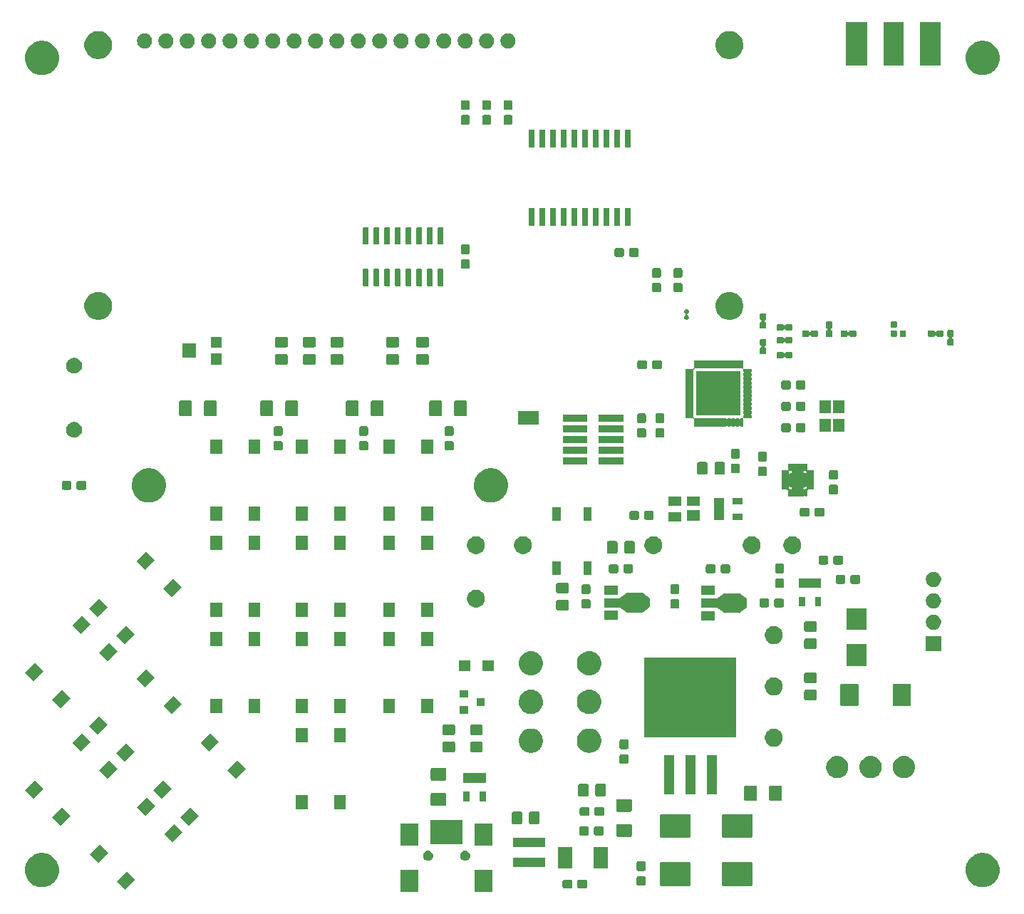
<source format=gts>
G04 #@! TF.GenerationSoftware,KiCad,Pcbnew,(5.1.5)-3*
G04 #@! TF.CreationDate,2020-03-06T01:27:03-08:00*
G04 #@! TF.ProjectId,pandora,70616e64-6f72-4612-9e6b-696361645f70,A*
G04 #@! TF.SameCoordinates,PXf877d2b8PY8db4db0*
G04 #@! TF.FileFunction,Soldermask,Top*
G04 #@! TF.FilePolarity,Negative*
%FSLAX46Y46*%
G04 Gerber Fmt 4.6, Leading zero omitted, Abs format (unit mm)*
G04 Created by KiCad (PCBNEW (5.1.5)-3) date 2020-03-06 01:27:03*
%MOMM*%
%LPD*%
G04 APERTURE LIST*
%ADD10C,0.100000*%
G04 APERTURE END LIST*
D10*
G36*
X58611970Y2496620D02*
G01*
X56510990Y2496620D01*
X56510990Y5097980D01*
X58611970Y5097980D01*
X58611970Y2496620D01*
G37*
G36*
X49813410Y2496620D02*
G01*
X47712430Y2496620D01*
X47712430Y5097980D01*
X49813410Y5097980D01*
X49813410Y2496620D01*
G37*
G36*
X16123064Y3934577D02*
G01*
X14954924Y2766437D01*
X13963560Y3757801D01*
X15131700Y4925941D01*
X16123064Y3934577D01*
G37*
G36*
X67932500Y3927554D02*
G01*
X67969996Y3916179D01*
X68004555Y3897707D01*
X68034848Y3872846D01*
X68059709Y3842553D01*
X68078181Y3807994D01*
X68089556Y3770498D01*
X68094001Y3725361D01*
X68094001Y3086637D01*
X68089556Y3041500D01*
X68078181Y3004004D01*
X68059709Y2969445D01*
X68034848Y2939152D01*
X68004555Y2914291D01*
X67969996Y2895819D01*
X67932500Y2884444D01*
X67887363Y2879999D01*
X67148639Y2879999D01*
X67103502Y2884444D01*
X67066006Y2895819D01*
X67031447Y2914291D01*
X67001154Y2939152D01*
X66976293Y2969445D01*
X66957821Y3004004D01*
X66946446Y3041500D01*
X66942001Y3086637D01*
X66942001Y3725361D01*
X66946446Y3770498D01*
X66957821Y3807994D01*
X66976293Y3842553D01*
X67001154Y3872846D01*
X67031447Y3897707D01*
X67066006Y3916179D01*
X67103502Y3927554D01*
X67148639Y3931999D01*
X67887363Y3931999D01*
X67932500Y3927554D01*
G37*
G36*
X69682500Y3927554D02*
G01*
X69719996Y3916179D01*
X69754555Y3897707D01*
X69784848Y3872846D01*
X69809709Y3842553D01*
X69828181Y3807994D01*
X69839556Y3770498D01*
X69844001Y3725361D01*
X69844001Y3086637D01*
X69839556Y3041500D01*
X69828181Y3004004D01*
X69809709Y2969445D01*
X69784848Y2939152D01*
X69754555Y2914291D01*
X69719996Y2895819D01*
X69682500Y2884444D01*
X69637363Y2879999D01*
X68898639Y2879999D01*
X68853502Y2884444D01*
X68816006Y2895819D01*
X68781447Y2914291D01*
X68751154Y2939152D01*
X68726293Y2969445D01*
X68707821Y3004004D01*
X68696446Y3041500D01*
X68692001Y3086637D01*
X68692001Y3725361D01*
X68696446Y3770498D01*
X68707821Y3807994D01*
X68726293Y3842553D01*
X68751154Y3872846D01*
X68781447Y3897707D01*
X68816006Y3916179D01*
X68853502Y3927554D01*
X68898639Y3931999D01*
X69637363Y3931999D01*
X69682500Y3927554D01*
G37*
G36*
X117301899Y7060136D02*
G01*
X117432771Y7034104D01*
X117802608Y6880912D01*
X118135452Y6658513D01*
X118418513Y6375452D01*
X118635994Y6049968D01*
X118640913Y6042606D01*
X118661050Y5993990D01*
X118743426Y5795119D01*
X118794104Y5672770D01*
X118864650Y5318114D01*
X118872200Y5280154D01*
X118872200Y4879846D01*
X118794104Y4487229D01*
X118640912Y4117392D01*
X118418513Y3784548D01*
X118135452Y3501487D01*
X117802608Y3279088D01*
X117802607Y3279087D01*
X117802606Y3279087D01*
X117710219Y3240819D01*
X117432771Y3125896D01*
X117301899Y3099864D01*
X117040156Y3047800D01*
X116639844Y3047800D01*
X116378101Y3099864D01*
X116247229Y3125896D01*
X115969781Y3240819D01*
X115877394Y3279087D01*
X115877393Y3279087D01*
X115877392Y3279088D01*
X115544548Y3501487D01*
X115261487Y3784548D01*
X115039088Y4117392D01*
X114885896Y4487229D01*
X114807800Y4879846D01*
X114807800Y5280154D01*
X114815351Y5318114D01*
X114885896Y5672770D01*
X114936575Y5795119D01*
X115018950Y5993990D01*
X115039087Y6042606D01*
X115044006Y6049968D01*
X115261487Y6375452D01*
X115544548Y6658513D01*
X115877392Y6880912D01*
X116247229Y7034104D01*
X116378101Y7060136D01*
X116639844Y7112200D01*
X117040156Y7112200D01*
X117301899Y7060136D01*
G37*
G36*
X5541899Y7060136D02*
G01*
X5672771Y7034104D01*
X6042608Y6880912D01*
X6375452Y6658513D01*
X6658513Y6375452D01*
X6875994Y6049968D01*
X6880913Y6042606D01*
X6901050Y5993990D01*
X6983426Y5795119D01*
X7034104Y5672770D01*
X7104650Y5318114D01*
X7112200Y5280154D01*
X7112200Y4879846D01*
X7034104Y4487229D01*
X6880912Y4117392D01*
X6658513Y3784548D01*
X6375452Y3501487D01*
X6042608Y3279088D01*
X6042607Y3279087D01*
X6042606Y3279087D01*
X5950219Y3240819D01*
X5672771Y3125896D01*
X5541899Y3099864D01*
X5280156Y3047800D01*
X4879844Y3047800D01*
X4618101Y3099864D01*
X4487229Y3125896D01*
X4209781Y3240819D01*
X4117394Y3279087D01*
X4117393Y3279087D01*
X4117392Y3279088D01*
X3784548Y3501487D01*
X3501487Y3784548D01*
X3279088Y4117392D01*
X3125896Y4487229D01*
X3047800Y4879846D01*
X3047800Y5280154D01*
X3055351Y5318114D01*
X3125896Y5672770D01*
X3176575Y5795119D01*
X3258950Y5993990D01*
X3279087Y6042606D01*
X3284006Y6049968D01*
X3501487Y6375452D01*
X3784548Y6658513D01*
X4117392Y6880912D01*
X4487229Y7034104D01*
X4618101Y7060136D01*
X4879844Y7112200D01*
X5280156Y7112200D01*
X5541899Y7060136D01*
G37*
G36*
X89371274Y6017384D02*
G01*
X89400672Y6008466D01*
X89427755Y5993990D01*
X89451502Y5974500D01*
X89470992Y5950753D01*
X89485468Y5923670D01*
X89494386Y5894272D01*
X89498001Y5857565D01*
X89498001Y3357433D01*
X89494386Y3320726D01*
X89485468Y3291328D01*
X89470992Y3264245D01*
X89451502Y3240498D01*
X89427755Y3221008D01*
X89400672Y3206532D01*
X89371274Y3197614D01*
X89334567Y3193999D01*
X86059435Y3193999D01*
X86022728Y3197614D01*
X85993330Y3206532D01*
X85966247Y3221008D01*
X85942500Y3240498D01*
X85923010Y3264245D01*
X85908534Y3291328D01*
X85899616Y3320726D01*
X85896001Y3357433D01*
X85896001Y5857565D01*
X85899616Y5894272D01*
X85908534Y5923670D01*
X85923010Y5950753D01*
X85942500Y5974500D01*
X85966247Y5993990D01*
X85993330Y6008466D01*
X86022728Y6017384D01*
X86059435Y6020999D01*
X89334567Y6020999D01*
X89371274Y6017384D01*
G37*
G36*
X82005274Y6017384D02*
G01*
X82034672Y6008466D01*
X82061755Y5993990D01*
X82085502Y5974500D01*
X82104992Y5950753D01*
X82119468Y5923670D01*
X82128386Y5894272D01*
X82132001Y5857565D01*
X82132001Y3357433D01*
X82128386Y3320726D01*
X82119468Y3291328D01*
X82104992Y3264245D01*
X82085502Y3240498D01*
X82061755Y3221008D01*
X82034672Y3206532D01*
X82005274Y3197614D01*
X81968567Y3193999D01*
X78693435Y3193999D01*
X78656728Y3197614D01*
X78627330Y3206532D01*
X78600247Y3221008D01*
X78576500Y3240498D01*
X78557010Y3264245D01*
X78542534Y3291328D01*
X78533616Y3320726D01*
X78530001Y3357433D01*
X78530001Y5857565D01*
X78533616Y5894272D01*
X78542534Y5923670D01*
X78557010Y5950753D01*
X78576500Y5974500D01*
X78600247Y5993990D01*
X78627330Y6008466D01*
X78656728Y6017384D01*
X78693435Y6020999D01*
X81968567Y6020999D01*
X82005274Y6017384D01*
G37*
G36*
X76631500Y4372554D02*
G01*
X76668996Y4361179D01*
X76703555Y4342707D01*
X76733848Y4317846D01*
X76758709Y4287553D01*
X76777181Y4252994D01*
X76788556Y4215498D01*
X76793001Y4170361D01*
X76793001Y3431637D01*
X76788556Y3386500D01*
X76777181Y3349004D01*
X76758709Y3314445D01*
X76733848Y3284152D01*
X76703555Y3259291D01*
X76668996Y3240819D01*
X76631500Y3229444D01*
X76586363Y3224999D01*
X75947639Y3224999D01*
X75902502Y3229444D01*
X75865006Y3240819D01*
X75830447Y3259291D01*
X75800154Y3284152D01*
X75775293Y3314445D01*
X75756821Y3349004D01*
X75745446Y3386500D01*
X75741001Y3431637D01*
X75741001Y4170361D01*
X75745446Y4215498D01*
X75756821Y4252994D01*
X75775293Y4287553D01*
X75800154Y4317846D01*
X75830447Y4342707D01*
X75865006Y4361179D01*
X75902502Y4372554D01*
X75947639Y4376999D01*
X76586363Y4376999D01*
X76631500Y4372554D01*
G37*
G36*
X76631500Y6122554D02*
G01*
X76668996Y6111179D01*
X76703555Y6092707D01*
X76733848Y6067846D01*
X76758709Y6037553D01*
X76777181Y6002994D01*
X76788556Y5965498D01*
X76793001Y5920361D01*
X76793001Y5181637D01*
X76788556Y5136500D01*
X76777181Y5099004D01*
X76758709Y5064445D01*
X76733848Y5034152D01*
X76703555Y5009291D01*
X76668996Y4990819D01*
X76631500Y4979444D01*
X76586363Y4974999D01*
X75947639Y4974999D01*
X75902502Y4979444D01*
X75865006Y4990819D01*
X75830447Y5009291D01*
X75800154Y5034152D01*
X75775293Y5064445D01*
X75756821Y5099004D01*
X75745446Y5136500D01*
X75741001Y5181637D01*
X75741001Y5920361D01*
X75745446Y5965498D01*
X75756821Y6002994D01*
X75775293Y6037553D01*
X75800154Y6067846D01*
X75830447Y6092707D01*
X75865006Y6111179D01*
X75902502Y6122554D01*
X75947639Y6126999D01*
X76586363Y6126999D01*
X76631500Y6122554D01*
G37*
G36*
X72266123Y7802003D02*
G01*
X72279708Y7797882D01*
X72292221Y7791193D01*
X72303193Y7782189D01*
X72312197Y7771217D01*
X72318886Y7758704D01*
X72323007Y7745119D01*
X72325002Y7724861D01*
X72325002Y7341135D01*
X72323007Y7320877D01*
X72318886Y7307292D01*
X72312197Y7294779D01*
X72306057Y7287297D01*
X72292443Y7266923D01*
X72283066Y7244284D01*
X72278285Y7220250D01*
X72278285Y7195746D01*
X72283065Y7171713D01*
X72292443Y7149074D01*
X72306057Y7128699D01*
X72312197Y7121217D01*
X72318886Y7108704D01*
X72323007Y7095119D01*
X72325002Y7074861D01*
X72325002Y6691135D01*
X72323007Y6670877D01*
X72318886Y6657292D01*
X72312197Y6644779D01*
X72306057Y6637297D01*
X72292443Y6616923D01*
X72283066Y6594284D01*
X72278285Y6570250D01*
X72278285Y6545746D01*
X72283065Y6521713D01*
X72292443Y6499074D01*
X72306057Y6478699D01*
X72312197Y6471217D01*
X72318886Y6458704D01*
X72323007Y6445119D01*
X72325002Y6424861D01*
X72325002Y6041135D01*
X72323007Y6020877D01*
X72318886Y6007292D01*
X72312197Y5994779D01*
X72306057Y5987297D01*
X72292443Y5966923D01*
X72283066Y5944284D01*
X72278285Y5920250D01*
X72278285Y5895746D01*
X72283065Y5871713D01*
X72292443Y5849074D01*
X72306057Y5828699D01*
X72312197Y5821217D01*
X72318886Y5808704D01*
X72323007Y5795119D01*
X72325002Y5774861D01*
X72325002Y5391135D01*
X72323007Y5370877D01*
X72318886Y5357292D01*
X72312197Y5344779D01*
X72303193Y5333807D01*
X72292221Y5324803D01*
X72279708Y5318114D01*
X72266123Y5313993D01*
X72245865Y5311998D01*
X70677139Y5311998D01*
X70656881Y5313993D01*
X70643296Y5318114D01*
X70630783Y5324803D01*
X70619811Y5333807D01*
X70610807Y5344779D01*
X70604118Y5357292D01*
X70599997Y5370877D01*
X70598002Y5391135D01*
X70598002Y5774861D01*
X70599997Y5795119D01*
X70604118Y5808704D01*
X70610807Y5821217D01*
X70616947Y5828699D01*
X70630561Y5849073D01*
X70639938Y5871712D01*
X70644719Y5895746D01*
X70644719Y5920250D01*
X70639939Y5944283D01*
X70630561Y5966922D01*
X70616947Y5987297D01*
X70610807Y5994779D01*
X70604118Y6007292D01*
X70599997Y6020877D01*
X70598002Y6041135D01*
X70598002Y6424861D01*
X70599997Y6445119D01*
X70604118Y6458704D01*
X70610807Y6471217D01*
X70616947Y6478699D01*
X70630561Y6499073D01*
X70639938Y6521712D01*
X70644719Y6545746D01*
X70644719Y6570250D01*
X70639939Y6594283D01*
X70630561Y6616922D01*
X70616947Y6637297D01*
X70610807Y6644779D01*
X70604118Y6657292D01*
X70599997Y6670877D01*
X70598002Y6691135D01*
X70598002Y7074861D01*
X70599997Y7095119D01*
X70604118Y7108704D01*
X70610807Y7121217D01*
X70616947Y7128699D01*
X70630561Y7149073D01*
X70639938Y7171712D01*
X70644719Y7195746D01*
X70644719Y7220250D01*
X70639939Y7244283D01*
X70630561Y7266922D01*
X70616947Y7287297D01*
X70610807Y7294779D01*
X70604118Y7307292D01*
X70599997Y7320877D01*
X70598002Y7341135D01*
X70598002Y7724861D01*
X70599997Y7745119D01*
X70604118Y7758704D01*
X70610807Y7771217D01*
X70619811Y7782189D01*
X70630783Y7791193D01*
X70643296Y7797882D01*
X70656881Y7802003D01*
X70677139Y7803998D01*
X72245865Y7803998D01*
X72266123Y7802003D01*
G37*
G36*
X68041123Y7802003D02*
G01*
X68054708Y7797882D01*
X68067221Y7791193D01*
X68078193Y7782189D01*
X68087197Y7771217D01*
X68093886Y7758704D01*
X68098007Y7745119D01*
X68100002Y7724861D01*
X68100002Y7341135D01*
X68098007Y7320877D01*
X68093886Y7307292D01*
X68087197Y7294779D01*
X68081057Y7287297D01*
X68067443Y7266923D01*
X68058066Y7244284D01*
X68053285Y7220250D01*
X68053285Y7195746D01*
X68058065Y7171713D01*
X68067443Y7149074D01*
X68081057Y7128699D01*
X68087197Y7121217D01*
X68093886Y7108704D01*
X68098007Y7095119D01*
X68100002Y7074861D01*
X68100002Y6691135D01*
X68098007Y6670877D01*
X68093886Y6657292D01*
X68087197Y6644779D01*
X68081057Y6637297D01*
X68067443Y6616923D01*
X68058066Y6594284D01*
X68053285Y6570250D01*
X68053285Y6545746D01*
X68058065Y6521713D01*
X68067443Y6499074D01*
X68081057Y6478699D01*
X68087197Y6471217D01*
X68093886Y6458704D01*
X68098007Y6445119D01*
X68100002Y6424861D01*
X68100002Y6041135D01*
X68098007Y6020877D01*
X68093886Y6007292D01*
X68087197Y5994779D01*
X68081057Y5987297D01*
X68067443Y5966923D01*
X68058066Y5944284D01*
X68053285Y5920250D01*
X68053285Y5895746D01*
X68058065Y5871713D01*
X68067443Y5849074D01*
X68081057Y5828699D01*
X68087197Y5821217D01*
X68093886Y5808704D01*
X68098007Y5795119D01*
X68100002Y5774861D01*
X68100002Y5391135D01*
X68098007Y5370877D01*
X68093886Y5357292D01*
X68087197Y5344779D01*
X68078193Y5333807D01*
X68067221Y5324803D01*
X68054708Y5318114D01*
X68041123Y5313993D01*
X68020865Y5311998D01*
X66452139Y5311998D01*
X66431881Y5313993D01*
X66418296Y5318114D01*
X66405783Y5324803D01*
X66394811Y5333807D01*
X66385807Y5344779D01*
X66379118Y5357292D01*
X66374997Y5370877D01*
X66373002Y5391135D01*
X66373002Y5774861D01*
X66374997Y5795119D01*
X66379118Y5808704D01*
X66385807Y5821217D01*
X66391947Y5828699D01*
X66405561Y5849073D01*
X66414938Y5871712D01*
X66419719Y5895746D01*
X66419719Y5920250D01*
X66414939Y5944283D01*
X66405561Y5966922D01*
X66391947Y5987297D01*
X66385807Y5994779D01*
X66379118Y6007292D01*
X66374997Y6020877D01*
X66373002Y6041135D01*
X66373002Y6424861D01*
X66374997Y6445119D01*
X66379118Y6458704D01*
X66385807Y6471217D01*
X66391947Y6478699D01*
X66405561Y6499073D01*
X66414938Y6521712D01*
X66419719Y6545746D01*
X66419719Y6570250D01*
X66414939Y6594283D01*
X66405561Y6616922D01*
X66391947Y6637297D01*
X66385807Y6644779D01*
X66379118Y6657292D01*
X66374997Y6670877D01*
X66373002Y6691135D01*
X66373002Y7074861D01*
X66374997Y7095119D01*
X66379118Y7108704D01*
X66385807Y7121217D01*
X66391947Y7128699D01*
X66405561Y7149073D01*
X66414938Y7171712D01*
X66419719Y7195746D01*
X66419719Y7220250D01*
X66414939Y7244283D01*
X66405561Y7266922D01*
X66391947Y7287297D01*
X66385807Y7294779D01*
X66379118Y7307292D01*
X66374997Y7320877D01*
X66373002Y7341135D01*
X66373002Y7724861D01*
X66374997Y7745119D01*
X66379118Y7758704D01*
X66385807Y7771217D01*
X66394811Y7782189D01*
X66405783Y7791193D01*
X66418296Y7797882D01*
X66431881Y7802003D01*
X66452139Y7803998D01*
X68020865Y7803998D01*
X68041123Y7802003D01*
G37*
G36*
X64900002Y5466998D02*
G01*
X61098002Y5466998D01*
X61098002Y6548998D01*
X64900002Y6548998D01*
X64900002Y5466998D01*
G37*
G36*
X12926941Y7130700D02*
G01*
X11758801Y5962560D01*
X10767437Y6953924D01*
X11935577Y8122064D01*
X12926941Y7130700D01*
G37*
G36*
X51137839Y7374858D02*
G01*
X51247198Y7329560D01*
X51345618Y7263798D01*
X51429318Y7180098D01*
X51495080Y7081678D01*
X51540378Y6972319D01*
X51563470Y6856225D01*
X51563470Y6737855D01*
X51540378Y6621761D01*
X51495080Y6512402D01*
X51429318Y6413982D01*
X51345618Y6330282D01*
X51247198Y6264520D01*
X51137839Y6219222D01*
X51021745Y6196130D01*
X50903375Y6196130D01*
X50787281Y6219222D01*
X50677922Y6264520D01*
X50579502Y6330282D01*
X50495802Y6413982D01*
X50430040Y6512402D01*
X50384742Y6621761D01*
X50361650Y6737855D01*
X50361650Y6856225D01*
X50384742Y6972319D01*
X50430040Y7081678D01*
X50495802Y7180098D01*
X50579502Y7263798D01*
X50677922Y7329560D01*
X50787281Y7374858D01*
X50903375Y7397950D01*
X51021745Y7397950D01*
X51137839Y7374858D01*
G37*
G36*
X55537119Y7374858D02*
G01*
X55646478Y7329560D01*
X55744898Y7263798D01*
X55828598Y7180098D01*
X55894360Y7081678D01*
X55939658Y6972319D01*
X55962750Y6856225D01*
X55962750Y6737855D01*
X55939658Y6621761D01*
X55894360Y6512402D01*
X55828598Y6413982D01*
X55744898Y6330282D01*
X55646478Y6264520D01*
X55537119Y6219222D01*
X55421025Y6196130D01*
X55302655Y6196130D01*
X55186561Y6219222D01*
X55077202Y6264520D01*
X54978782Y6330282D01*
X54895082Y6413982D01*
X54829320Y6512402D01*
X54784022Y6621761D01*
X54760930Y6737855D01*
X54760930Y6856225D01*
X54784022Y6972319D01*
X54829320Y7081678D01*
X54895082Y7180098D01*
X54978782Y7263798D01*
X55077202Y7329560D01*
X55186561Y7374858D01*
X55302655Y7397950D01*
X55421025Y7397950D01*
X55537119Y7374858D01*
G37*
G36*
X64900002Y7836998D02*
G01*
X61098002Y7836998D01*
X61098002Y8918998D01*
X64900002Y8918998D01*
X64900002Y7836998D01*
G37*
G36*
X49813410Y7997244D02*
G01*
X47712430Y7997244D01*
X47712430Y10598604D01*
X49813410Y10598604D01*
X49813410Y7997244D01*
G37*
G36*
X58611970Y7997244D02*
G01*
X56510990Y7997244D01*
X56510990Y10598604D01*
X58611970Y10598604D01*
X58611970Y7997244D01*
G37*
G36*
X55063590Y8196888D02*
G01*
X51260810Y8196888D01*
X51260810Y10998908D01*
X55063590Y10998908D01*
X55063590Y8196888D01*
G37*
G36*
X21744563Y9556076D02*
G01*
X20576423Y8387936D01*
X19585059Y9379300D01*
X20753199Y10547440D01*
X21744563Y9556076D01*
G37*
G36*
X89371274Y11742384D02*
G01*
X89400672Y11733466D01*
X89427755Y11718990D01*
X89451502Y11699500D01*
X89470992Y11675753D01*
X89485468Y11648670D01*
X89494386Y11619272D01*
X89498001Y11582565D01*
X89498001Y9082433D01*
X89494386Y9045726D01*
X89485468Y9016328D01*
X89470992Y8989245D01*
X89451502Y8965498D01*
X89427755Y8946008D01*
X89400672Y8931532D01*
X89371274Y8922614D01*
X89334567Y8918999D01*
X86059435Y8918999D01*
X86022728Y8922614D01*
X85993330Y8931532D01*
X85966247Y8946008D01*
X85942500Y8965498D01*
X85923010Y8989245D01*
X85908534Y9016328D01*
X85899616Y9045726D01*
X85896001Y9082433D01*
X85896001Y11582565D01*
X85899616Y11619272D01*
X85908534Y11648670D01*
X85923010Y11675753D01*
X85942500Y11699500D01*
X85966247Y11718990D01*
X85993330Y11733466D01*
X86022728Y11742384D01*
X86059435Y11745999D01*
X89334567Y11745999D01*
X89371274Y11742384D01*
G37*
G36*
X82005274Y11742384D02*
G01*
X82034672Y11733466D01*
X82061755Y11718990D01*
X82085502Y11699500D01*
X82104992Y11675753D01*
X82119468Y11648670D01*
X82128386Y11619272D01*
X82132001Y11582565D01*
X82132001Y9082433D01*
X82128386Y9045726D01*
X82119468Y9016328D01*
X82104992Y8989245D01*
X82085502Y8965498D01*
X82061755Y8946008D01*
X82034672Y8931532D01*
X82005274Y8922614D01*
X81968567Y8918999D01*
X78693435Y8918999D01*
X78656728Y8922614D01*
X78627330Y8931532D01*
X78600247Y8946008D01*
X78576500Y8965498D01*
X78557010Y8989245D01*
X78542534Y9016328D01*
X78533616Y9045726D01*
X78530001Y9082433D01*
X78530001Y11582565D01*
X78533616Y11619272D01*
X78542534Y11648670D01*
X78557010Y11675753D01*
X78576500Y11699500D01*
X78600247Y11718990D01*
X78627330Y11733466D01*
X78656728Y11742384D01*
X78693435Y11745999D01*
X81968567Y11745999D01*
X82005274Y11742384D01*
G37*
G36*
X75010563Y10551818D02*
G01*
X75045482Y10541225D01*
X75077664Y10524023D01*
X75105874Y10500872D01*
X75129025Y10472662D01*
X75146227Y10440480D01*
X75156820Y10405561D01*
X75161001Y10363104D01*
X75161001Y9221894D01*
X75156820Y9179437D01*
X75146227Y9144518D01*
X75129025Y9112336D01*
X75105874Y9084126D01*
X75077664Y9060975D01*
X75045482Y9043773D01*
X75010563Y9033180D01*
X74968106Y9028999D01*
X73501896Y9028999D01*
X73459439Y9033180D01*
X73424520Y9043773D01*
X73392338Y9060975D01*
X73364128Y9084126D01*
X73340977Y9112336D01*
X73323775Y9144518D01*
X73313182Y9179437D01*
X73309001Y9221894D01*
X73309001Y10363104D01*
X73313182Y10405561D01*
X73323775Y10440480D01*
X73340977Y10472662D01*
X73364128Y10500872D01*
X73392338Y10524023D01*
X73424520Y10541225D01*
X73459439Y10551818D01*
X73501896Y10555999D01*
X74968106Y10555999D01*
X75010563Y10551818D01*
G37*
G36*
X71654501Y10254553D02*
G01*
X71691997Y10243178D01*
X71726556Y10224706D01*
X71756849Y10199845D01*
X71781710Y10169552D01*
X71800182Y10134993D01*
X71811557Y10097497D01*
X71816002Y10052360D01*
X71816002Y9413636D01*
X71811557Y9368499D01*
X71800182Y9331003D01*
X71781710Y9296444D01*
X71756849Y9266151D01*
X71726556Y9241290D01*
X71691997Y9222818D01*
X71654501Y9211443D01*
X71609364Y9206998D01*
X70870640Y9206998D01*
X70825503Y9211443D01*
X70788007Y9222818D01*
X70753448Y9241290D01*
X70723155Y9266151D01*
X70698294Y9296444D01*
X70679822Y9331003D01*
X70668447Y9368499D01*
X70664002Y9413636D01*
X70664002Y10052360D01*
X70668447Y10097497D01*
X70679822Y10134993D01*
X70698294Y10169552D01*
X70723155Y10199845D01*
X70753448Y10224706D01*
X70788007Y10243178D01*
X70825503Y10254553D01*
X70870640Y10258998D01*
X71609364Y10258998D01*
X71654501Y10254553D01*
G37*
G36*
X69904501Y10254553D02*
G01*
X69941997Y10243178D01*
X69976556Y10224706D01*
X70006849Y10199845D01*
X70031710Y10169552D01*
X70050182Y10134993D01*
X70061557Y10097497D01*
X70066002Y10052360D01*
X70066002Y9413636D01*
X70061557Y9368499D01*
X70050182Y9331003D01*
X70031710Y9296444D01*
X70006849Y9266151D01*
X69976556Y9241290D01*
X69941997Y9222818D01*
X69904501Y9211443D01*
X69859364Y9206998D01*
X69120640Y9206998D01*
X69075503Y9211443D01*
X69038007Y9222818D01*
X69003448Y9241290D01*
X68973155Y9266151D01*
X68948294Y9296444D01*
X68929822Y9331003D01*
X68918447Y9368499D01*
X68914002Y9413636D01*
X68914002Y10052360D01*
X68918447Y10097497D01*
X68929822Y10134993D01*
X68948294Y10169552D01*
X68973155Y10199845D01*
X69003448Y10224706D01*
X69038007Y10243178D01*
X69075503Y10254553D01*
X69120640Y10258998D01*
X69859364Y10258998D01*
X69904501Y10254553D01*
G37*
G36*
X23683065Y11531576D02*
G01*
X22514925Y10363436D01*
X21523561Y11354800D01*
X22691701Y12522940D01*
X23683065Y11531576D01*
G37*
G36*
X8443065Y11531576D02*
G01*
X7274925Y10363436D01*
X6283561Y11354800D01*
X7451701Y12522940D01*
X8443065Y11531576D01*
G37*
G36*
X64039675Y12026534D02*
G01*
X64077368Y12015100D01*
X64112104Y11996533D01*
X64142549Y11971547D01*
X64167535Y11941102D01*
X64186102Y11906366D01*
X64197536Y11868673D01*
X64202001Y11823338D01*
X64202001Y10736660D01*
X64197536Y10691325D01*
X64186102Y10653632D01*
X64167535Y10618896D01*
X64142549Y10588451D01*
X64112104Y10563465D01*
X64077368Y10544898D01*
X64039675Y10533464D01*
X63994340Y10528999D01*
X63157662Y10528999D01*
X63112327Y10533464D01*
X63074634Y10544898D01*
X63039898Y10563465D01*
X63009453Y10588451D01*
X62984467Y10618896D01*
X62965900Y10653632D01*
X62954466Y10691325D01*
X62950001Y10736660D01*
X62950001Y11823338D01*
X62954466Y11868673D01*
X62965900Y11906366D01*
X62984467Y11941102D01*
X63009453Y11971547D01*
X63039898Y11996533D01*
X63074634Y12015100D01*
X63112327Y12026534D01*
X63157662Y12030999D01*
X63994340Y12030999D01*
X64039675Y12026534D01*
G37*
G36*
X61989675Y12026534D02*
G01*
X62027368Y12015100D01*
X62062104Y11996533D01*
X62092549Y11971547D01*
X62117535Y11941102D01*
X62136102Y11906366D01*
X62147536Y11868673D01*
X62152001Y11823338D01*
X62152001Y10736660D01*
X62147536Y10691325D01*
X62136102Y10653632D01*
X62117535Y10618896D01*
X62092549Y10588451D01*
X62062104Y10563465D01*
X62027368Y10544898D01*
X61989675Y10533464D01*
X61944340Y10528999D01*
X61107662Y10528999D01*
X61062327Y10533464D01*
X61024634Y10544898D01*
X60989898Y10563465D01*
X60959453Y10588451D01*
X60934467Y10618896D01*
X60915900Y10653632D01*
X60904466Y10691325D01*
X60900001Y10736660D01*
X60900001Y11823338D01*
X60904466Y11868673D01*
X60915900Y11906366D01*
X60934467Y11941102D01*
X60959453Y11971547D01*
X60989898Y11996533D01*
X61024634Y12015100D01*
X61062327Y12026534D01*
X61107662Y12030999D01*
X61944340Y12030999D01*
X61989675Y12026534D01*
G37*
G36*
X71714500Y12563554D02*
G01*
X71751996Y12552179D01*
X71786555Y12533707D01*
X71816848Y12508846D01*
X71841709Y12478553D01*
X71860181Y12443994D01*
X71871556Y12406498D01*
X71876001Y12361361D01*
X71876001Y11722637D01*
X71871556Y11677500D01*
X71860181Y11640004D01*
X71841709Y11605445D01*
X71816848Y11575152D01*
X71786555Y11550291D01*
X71751996Y11531819D01*
X71714500Y11520444D01*
X71669363Y11515999D01*
X70930639Y11515999D01*
X70885502Y11520444D01*
X70848006Y11531819D01*
X70813447Y11550291D01*
X70783154Y11575152D01*
X70758293Y11605445D01*
X70739821Y11640004D01*
X70728446Y11677500D01*
X70724001Y11722637D01*
X70724001Y12361361D01*
X70728446Y12406498D01*
X70739821Y12443994D01*
X70758293Y12478553D01*
X70783154Y12508846D01*
X70813447Y12533707D01*
X70848006Y12552179D01*
X70885502Y12563554D01*
X70930639Y12567999D01*
X71669363Y12567999D01*
X71714500Y12563554D01*
G37*
G36*
X69964500Y12563554D02*
G01*
X70001996Y12552179D01*
X70036555Y12533707D01*
X70066848Y12508846D01*
X70091709Y12478553D01*
X70110181Y12443994D01*
X70121556Y12406498D01*
X70126001Y12361361D01*
X70126001Y11722637D01*
X70121556Y11677500D01*
X70110181Y11640004D01*
X70091709Y11605445D01*
X70066848Y11575152D01*
X70036555Y11550291D01*
X70001996Y11531819D01*
X69964500Y11520444D01*
X69919363Y11515999D01*
X69180639Y11515999D01*
X69135502Y11520444D01*
X69098006Y11531819D01*
X69063447Y11550291D01*
X69033154Y11575152D01*
X69008293Y11605445D01*
X68989821Y11640004D01*
X68978446Y11677500D01*
X68974001Y11722637D01*
X68974001Y12361361D01*
X68978446Y12406498D01*
X68989821Y12443994D01*
X69008293Y12478553D01*
X69033154Y12508846D01*
X69063447Y12533707D01*
X69098006Y12552179D01*
X69135502Y12563554D01*
X69180639Y12567999D01*
X69919363Y12567999D01*
X69964500Y12563554D01*
G37*
G36*
X18548440Y12752199D02*
G01*
X17380300Y11584059D01*
X16388936Y12575423D01*
X17557076Y13743563D01*
X18548440Y12752199D01*
G37*
G36*
X75010563Y13526818D02*
G01*
X75045482Y13516225D01*
X75077664Y13499023D01*
X75105874Y13475872D01*
X75129025Y13447662D01*
X75146227Y13415480D01*
X75156820Y13380561D01*
X75161001Y13338104D01*
X75161001Y12196894D01*
X75156820Y12154437D01*
X75146227Y12119518D01*
X75129025Y12087336D01*
X75105874Y12059126D01*
X75077664Y12035975D01*
X75045482Y12018773D01*
X75010563Y12008180D01*
X74968106Y12003999D01*
X73501896Y12003999D01*
X73459439Y12008180D01*
X73424520Y12018773D01*
X73392338Y12035975D01*
X73364128Y12059126D01*
X73340977Y12087336D01*
X73323775Y12119518D01*
X73313182Y12154437D01*
X73309001Y12196894D01*
X73309001Y13338104D01*
X73313182Y13380561D01*
X73323775Y13415480D01*
X73340977Y13447662D01*
X73364128Y13475872D01*
X73392338Y13499023D01*
X73424520Y13516225D01*
X73459439Y13526818D01*
X73501896Y13530999D01*
X74968106Y13530999D01*
X75010563Y13526818D01*
G37*
G36*
X36668000Y12320999D02*
G01*
X35266000Y12320999D01*
X35266000Y13972999D01*
X36668000Y13972999D01*
X36668000Y12320999D01*
G37*
G36*
X41188000Y12320999D02*
G01*
X39786000Y12320999D01*
X39786000Y13972999D01*
X41188000Y13972999D01*
X41188000Y12320999D01*
G37*
G36*
X52972562Y14257819D02*
G01*
X53007481Y14247226D01*
X53039663Y14230024D01*
X53067873Y14206873D01*
X53091024Y14178663D01*
X53108226Y14146481D01*
X53118819Y14111562D01*
X53123000Y14069105D01*
X53123000Y12927895D01*
X53118819Y12885438D01*
X53108226Y12850519D01*
X53091024Y12818337D01*
X53067873Y12790127D01*
X53039663Y12766976D01*
X53007481Y12749774D01*
X52972562Y12739181D01*
X52930105Y12735000D01*
X51463895Y12735000D01*
X51421438Y12739181D01*
X51386519Y12749774D01*
X51354337Y12766976D01*
X51326127Y12790127D01*
X51302976Y12818337D01*
X51285774Y12850519D01*
X51275181Y12885438D01*
X51271000Y12927895D01*
X51271000Y14069105D01*
X51275181Y14111562D01*
X51285774Y14146481D01*
X51302976Y14178663D01*
X51326127Y14206873D01*
X51354337Y14230024D01*
X51386519Y14247226D01*
X51421438Y14257819D01*
X51463895Y14262000D01*
X52930105Y14262000D01*
X52972562Y14257819D01*
G37*
G36*
X57804002Y13221999D02*
G01*
X57052002Y13221999D01*
X57052002Y14383999D01*
X57804002Y14383999D01*
X57804002Y13221999D01*
G37*
G36*
X55904002Y13221999D02*
G01*
X55152002Y13221999D01*
X55152002Y14383999D01*
X55904002Y14383999D01*
X55904002Y13221999D01*
G37*
G36*
X89886563Y15128818D02*
G01*
X89921482Y15118225D01*
X89953664Y15101023D01*
X89981874Y15077872D01*
X90005025Y15049662D01*
X90022227Y15017480D01*
X90032820Y14982561D01*
X90037001Y14940104D01*
X90037001Y13473894D01*
X90032820Y13431437D01*
X90022227Y13396518D01*
X90005025Y13364336D01*
X89981874Y13336126D01*
X89953664Y13312975D01*
X89921482Y13295773D01*
X89886563Y13285180D01*
X89844106Y13280999D01*
X88702896Y13280999D01*
X88660439Y13285180D01*
X88625520Y13295773D01*
X88593338Y13312975D01*
X88565128Y13336126D01*
X88541977Y13364336D01*
X88524775Y13396518D01*
X88514182Y13431437D01*
X88510001Y13473894D01*
X88510001Y14940104D01*
X88514182Y14982561D01*
X88524775Y15017480D01*
X88541977Y15049662D01*
X88565128Y15077872D01*
X88593338Y15101023D01*
X88625520Y15118225D01*
X88660439Y15128818D01*
X88702896Y15132999D01*
X89844106Y15132999D01*
X89886563Y15128818D01*
G37*
G36*
X92861563Y15128818D02*
G01*
X92896482Y15118225D01*
X92928664Y15101023D01*
X92956874Y15077872D01*
X92980025Y15049662D01*
X92997227Y15017480D01*
X93007820Y14982561D01*
X93012001Y14940104D01*
X93012001Y13473894D01*
X93007820Y13431437D01*
X92997227Y13396518D01*
X92980025Y13364336D01*
X92956874Y13336126D01*
X92928664Y13312975D01*
X92896482Y13295773D01*
X92861563Y13285180D01*
X92819106Y13280999D01*
X91677896Y13280999D01*
X91635439Y13285180D01*
X91600520Y13295773D01*
X91568338Y13312975D01*
X91540128Y13336126D01*
X91516977Y13364336D01*
X91499775Y13396518D01*
X91489182Y13431437D01*
X91485001Y13473894D01*
X91485001Y14940104D01*
X91489182Y14982561D01*
X91499775Y15017480D01*
X91516977Y15049662D01*
X91540128Y15077872D01*
X91568338Y15101023D01*
X91600520Y15118225D01*
X91635439Y15128818D01*
X91677896Y15132999D01*
X92819106Y15132999D01*
X92861563Y15128818D01*
G37*
G36*
X20486942Y14727699D02*
G01*
X19318802Y13559559D01*
X18327438Y14550923D01*
X19495578Y15719063D01*
X20486942Y14727699D01*
G37*
G36*
X5246942Y14727699D02*
G01*
X4078802Y13559559D01*
X3087438Y14550923D01*
X4255578Y15719063D01*
X5246942Y14727699D01*
G37*
G36*
X71913675Y15328534D02*
G01*
X71951368Y15317100D01*
X71986104Y15298533D01*
X72016549Y15273547D01*
X72041535Y15243102D01*
X72060102Y15208366D01*
X72071536Y15170673D01*
X72076001Y15125338D01*
X72076001Y14038660D01*
X72071536Y13993325D01*
X72060102Y13955632D01*
X72041535Y13920896D01*
X72016549Y13890451D01*
X71986104Y13865465D01*
X71951368Y13846898D01*
X71913675Y13835464D01*
X71868340Y13830999D01*
X71031662Y13830999D01*
X70986327Y13835464D01*
X70948634Y13846898D01*
X70913898Y13865465D01*
X70883453Y13890451D01*
X70858467Y13920896D01*
X70839900Y13955632D01*
X70828466Y13993325D01*
X70824001Y14038660D01*
X70824001Y15125338D01*
X70828466Y15170673D01*
X70839900Y15208366D01*
X70858467Y15243102D01*
X70883453Y15273547D01*
X70913898Y15298533D01*
X70948634Y15317100D01*
X70986327Y15328534D01*
X71031662Y15332999D01*
X71868340Y15332999D01*
X71913675Y15328534D01*
G37*
G36*
X69863675Y15328534D02*
G01*
X69901368Y15317100D01*
X69936104Y15298533D01*
X69966549Y15273547D01*
X69991535Y15243102D01*
X70010102Y15208366D01*
X70021536Y15170673D01*
X70026001Y15125338D01*
X70026001Y14038660D01*
X70021536Y13993325D01*
X70010102Y13955632D01*
X69991535Y13920896D01*
X69966549Y13890451D01*
X69936104Y13865465D01*
X69901368Y13846898D01*
X69863675Y13835464D01*
X69818340Y13830999D01*
X68981662Y13830999D01*
X68936327Y13835464D01*
X68898634Y13846898D01*
X68863898Y13865465D01*
X68833453Y13890451D01*
X68808467Y13920896D01*
X68789900Y13955632D01*
X68778466Y13993325D01*
X68774001Y14038660D01*
X68774001Y15125338D01*
X68778466Y15170673D01*
X68789900Y15208366D01*
X68808467Y15243102D01*
X68833453Y15273547D01*
X68863898Y15298533D01*
X68898634Y15317100D01*
X68936327Y15328534D01*
X68981662Y15332999D01*
X69818340Y15332999D01*
X69863675Y15328534D01*
G37*
G36*
X80170001Y14075999D02*
G01*
X78968001Y14075999D01*
X78968001Y18777999D01*
X80170001Y18777999D01*
X80170001Y14075999D01*
G37*
G36*
X82710001Y14075999D02*
G01*
X81508001Y14075999D01*
X81508001Y18777999D01*
X82710001Y18777999D01*
X82710001Y14075999D01*
G37*
G36*
X85250001Y14075999D02*
G01*
X84048001Y14075999D01*
X84048001Y18777999D01*
X85250001Y18777999D01*
X85250001Y14075999D01*
G37*
G36*
X57804002Y15421999D02*
G01*
X55152002Y15421999D01*
X55152002Y16583999D01*
X57804002Y16583999D01*
X57804002Y15421999D01*
G37*
G36*
X52972562Y17232819D02*
G01*
X53007481Y17222226D01*
X53039663Y17205024D01*
X53067873Y17181873D01*
X53091024Y17153663D01*
X53108226Y17121481D01*
X53118819Y17086562D01*
X53123000Y17044105D01*
X53123000Y15902895D01*
X53118819Y15860438D01*
X53108226Y15825519D01*
X53091024Y15793337D01*
X53067873Y15765127D01*
X53039663Y15741976D01*
X53007481Y15724774D01*
X52972562Y15714181D01*
X52930105Y15710000D01*
X51463895Y15710000D01*
X51421438Y15714181D01*
X51386519Y15724774D01*
X51354337Y15741976D01*
X51326127Y15765127D01*
X51302976Y15793337D01*
X51285774Y15825519D01*
X51275181Y15860438D01*
X51271000Y15902895D01*
X51271000Y17044105D01*
X51275181Y17086562D01*
X51285774Y17121481D01*
X51302976Y17153663D01*
X51326127Y17181873D01*
X51354337Y17205024D01*
X51386519Y17222226D01*
X51421438Y17232819D01*
X51463895Y17237000D01*
X52930105Y17237000D01*
X52972562Y17232819D01*
G37*
G36*
X29304564Y17153075D02*
G01*
X28136424Y15984935D01*
X27145060Y16976299D01*
X28313200Y18144439D01*
X29304564Y17153075D01*
G37*
G36*
X14064564Y17153075D02*
G01*
X12896424Y15984935D01*
X11905060Y16976299D01*
X13073200Y18144439D01*
X14064564Y17153075D01*
G37*
G36*
X107753714Y18626616D02*
G01*
X107881322Y18601233D01*
X108022148Y18542901D01*
X108121727Y18501654D01*
X108121728Y18501653D01*
X108338089Y18357086D01*
X108522088Y18173087D01*
X108618685Y18028519D01*
X108666656Y17956725D01*
X108707903Y17857146D01*
X108766235Y17716320D01*
X108791618Y17588712D01*
X108817000Y17461107D01*
X108817000Y17200889D01*
X108800500Y17117939D01*
X108766235Y16945676D01*
X108707903Y16804850D01*
X108666656Y16705271D01*
X108666655Y16705270D01*
X108522088Y16488909D01*
X108338089Y16304910D01*
X108193521Y16208313D01*
X108121727Y16160342D01*
X108022148Y16119095D01*
X107881322Y16060763D01*
X107753714Y16035380D01*
X107626109Y16009998D01*
X107365891Y16009998D01*
X107238286Y16035380D01*
X107110678Y16060763D01*
X106969852Y16119095D01*
X106870273Y16160342D01*
X106798479Y16208313D01*
X106653911Y16304910D01*
X106469912Y16488909D01*
X106325345Y16705270D01*
X106325344Y16705271D01*
X106284097Y16804850D01*
X106225765Y16945676D01*
X106191500Y17117939D01*
X106175000Y17200889D01*
X106175000Y17461107D01*
X106200383Y17588713D01*
X106225765Y17716320D01*
X106284097Y17857146D01*
X106325344Y17956725D01*
X106373315Y18028519D01*
X106469912Y18173087D01*
X106653911Y18357086D01*
X106870272Y18501653D01*
X106870273Y18501654D01*
X106969852Y18542901D01*
X107110678Y18601233D01*
X107238286Y18626616D01*
X107365891Y18651998D01*
X107626109Y18651998D01*
X107753714Y18626616D01*
G37*
G36*
X103791314Y18626616D02*
G01*
X103918922Y18601233D01*
X104059748Y18542901D01*
X104159327Y18501654D01*
X104159328Y18501653D01*
X104375689Y18357086D01*
X104559688Y18173087D01*
X104656285Y18028519D01*
X104704256Y17956725D01*
X104745503Y17857146D01*
X104803835Y17716320D01*
X104829218Y17588712D01*
X104854600Y17461107D01*
X104854600Y17200889D01*
X104838100Y17117939D01*
X104803835Y16945676D01*
X104745503Y16804850D01*
X104704256Y16705271D01*
X104704255Y16705270D01*
X104559688Y16488909D01*
X104375689Y16304910D01*
X104231121Y16208313D01*
X104159327Y16160342D01*
X104059748Y16119095D01*
X103918922Y16060763D01*
X103791314Y16035380D01*
X103663709Y16009998D01*
X103403491Y16009998D01*
X103275886Y16035380D01*
X103148278Y16060763D01*
X103007452Y16119095D01*
X102907873Y16160342D01*
X102836079Y16208313D01*
X102691511Y16304910D01*
X102507512Y16488909D01*
X102362945Y16705270D01*
X102362944Y16705271D01*
X102321697Y16804850D01*
X102263365Y16945676D01*
X102229100Y17117939D01*
X102212600Y17200889D01*
X102212600Y17461107D01*
X102237983Y17588713D01*
X102263365Y17716320D01*
X102321697Y17857146D01*
X102362944Y17956725D01*
X102410915Y18028519D01*
X102507512Y18173087D01*
X102691511Y18357086D01*
X102907872Y18501653D01*
X102907873Y18501654D01*
X103007452Y18542901D01*
X103148278Y18601233D01*
X103275886Y18626616D01*
X103403491Y18651998D01*
X103663709Y18651998D01*
X103791314Y18626616D01*
G37*
G36*
X99828914Y18626616D02*
G01*
X99956522Y18601233D01*
X100097348Y18542901D01*
X100196927Y18501654D01*
X100196928Y18501653D01*
X100413289Y18357086D01*
X100597288Y18173087D01*
X100693885Y18028519D01*
X100741856Y17956725D01*
X100783103Y17857146D01*
X100841435Y17716320D01*
X100866818Y17588712D01*
X100892200Y17461107D01*
X100892200Y17200889D01*
X100875700Y17117939D01*
X100841435Y16945676D01*
X100783103Y16804850D01*
X100741856Y16705271D01*
X100741855Y16705270D01*
X100597288Y16488909D01*
X100413289Y16304910D01*
X100268721Y16208313D01*
X100196927Y16160342D01*
X100097348Y16119095D01*
X99956522Y16060763D01*
X99828914Y16035380D01*
X99701309Y16009998D01*
X99441091Y16009998D01*
X99313486Y16035380D01*
X99185878Y16060763D01*
X99045052Y16119095D01*
X98945473Y16160342D01*
X98873679Y16208313D01*
X98729111Y16304910D01*
X98545112Y16488909D01*
X98400545Y16705270D01*
X98400544Y16705271D01*
X98359297Y16804850D01*
X98300965Y16945676D01*
X98266700Y17117939D01*
X98250200Y17200889D01*
X98250200Y17461107D01*
X98275583Y17588713D01*
X98300965Y17716320D01*
X98359297Y17857146D01*
X98400544Y17956725D01*
X98448515Y18028519D01*
X98545112Y18173087D01*
X98729111Y18357086D01*
X98945472Y18501653D01*
X98945473Y18501654D01*
X99045052Y18542901D01*
X99185878Y18601233D01*
X99313486Y18626616D01*
X99441091Y18651998D01*
X99701309Y18651998D01*
X99828914Y18626616D01*
G37*
G36*
X74599500Y18850554D02*
G01*
X74636996Y18839179D01*
X74671555Y18820707D01*
X74701848Y18795846D01*
X74726709Y18765553D01*
X74745181Y18730994D01*
X74756556Y18693498D01*
X74761001Y18648361D01*
X74761001Y17909637D01*
X74756556Y17864500D01*
X74745181Y17827004D01*
X74726709Y17792445D01*
X74701848Y17762152D01*
X74671555Y17737291D01*
X74636996Y17718819D01*
X74599500Y17707444D01*
X74554363Y17702999D01*
X73915639Y17702999D01*
X73870502Y17707444D01*
X73833006Y17718819D01*
X73798447Y17737291D01*
X73768154Y17762152D01*
X73743293Y17792445D01*
X73724821Y17827004D01*
X73713446Y17864500D01*
X73709001Y17909637D01*
X73709001Y18648361D01*
X73713446Y18693498D01*
X73724821Y18730994D01*
X73743293Y18765553D01*
X73768154Y18795846D01*
X73798447Y18820707D01*
X73833006Y18839179D01*
X73870502Y18850554D01*
X73915639Y18854999D01*
X74554363Y18854999D01*
X74599500Y18850554D01*
G37*
G36*
X16063065Y19174577D02*
G01*
X14894925Y18006437D01*
X13903561Y18997801D01*
X15071701Y20165941D01*
X16063065Y19174577D01*
G37*
G36*
X70367892Y21885776D02*
G01*
X70507767Y21857953D01*
X70694101Y21780771D01*
X70752545Y21756563D01*
X70771286Y21748800D01*
X71008447Y21590334D01*
X71210136Y21388645D01*
X71359760Y21164717D01*
X71368603Y21151482D01*
X71380719Y21122231D01*
X71466106Y20916089D01*
X71477755Y20887964D01*
X71533401Y20608216D01*
X71533401Y20322982D01*
X71477755Y20043234D01*
X71370793Y19785002D01*
X71368602Y19779714D01*
X71210136Y19542553D01*
X71008447Y19340864D01*
X70771286Y19182398D01*
X70771285Y19182397D01*
X70771284Y19182397D01*
X70750328Y19173717D01*
X70507767Y19073245D01*
X70367892Y19045422D01*
X70228018Y19017599D01*
X69942784Y19017599D01*
X69802910Y19045422D01*
X69663035Y19073245D01*
X69420474Y19173717D01*
X69399518Y19182397D01*
X69399517Y19182397D01*
X69399516Y19182398D01*
X69162355Y19340864D01*
X68960666Y19542553D01*
X68802200Y19779714D01*
X68800010Y19785002D01*
X68693047Y20043234D01*
X68637401Y20322982D01*
X68637401Y20608216D01*
X68693047Y20887964D01*
X68704697Y20916089D01*
X68790083Y21122231D01*
X68802199Y21151482D01*
X68811042Y21164717D01*
X68960666Y21388645D01*
X69162355Y21590334D01*
X69399516Y21748800D01*
X69418258Y21756563D01*
X69476701Y21780771D01*
X69663035Y21857953D01*
X69802910Y21885776D01*
X69942784Y21913599D01*
X70228018Y21913599D01*
X70367892Y21885776D01*
G37*
G36*
X63459092Y21885776D02*
G01*
X63598967Y21857953D01*
X63785301Y21780771D01*
X63843745Y21756563D01*
X63862486Y21748800D01*
X64099647Y21590334D01*
X64301336Y21388645D01*
X64450960Y21164717D01*
X64459803Y21151482D01*
X64471919Y21122231D01*
X64557306Y20916089D01*
X64568955Y20887964D01*
X64624601Y20608216D01*
X64624601Y20322982D01*
X64568955Y20043234D01*
X64461993Y19785002D01*
X64459802Y19779714D01*
X64301336Y19542553D01*
X64099647Y19340864D01*
X63862486Y19182398D01*
X63862485Y19182397D01*
X63862484Y19182397D01*
X63841528Y19173717D01*
X63598967Y19073245D01*
X63459092Y19045422D01*
X63319218Y19017599D01*
X63033984Y19017599D01*
X62894110Y19045422D01*
X62754235Y19073245D01*
X62511674Y19173717D01*
X62490718Y19182397D01*
X62490717Y19182397D01*
X62490716Y19182398D01*
X62253555Y19340864D01*
X62051866Y19542553D01*
X61893400Y19779714D01*
X61891210Y19785002D01*
X61784247Y20043234D01*
X61728601Y20322982D01*
X61728601Y20608216D01*
X61784247Y20887964D01*
X61795897Y20916089D01*
X61881283Y21122231D01*
X61893399Y21151482D01*
X61902242Y21164717D01*
X62051866Y21388645D01*
X62253555Y21590334D01*
X62490716Y21748800D01*
X62509458Y21756563D01*
X62567901Y21780771D01*
X62754235Y21857953D01*
X62894110Y21885776D01*
X63033984Y21913599D01*
X63319218Y21913599D01*
X63459092Y21885776D01*
G37*
G36*
X54011675Y20341534D02*
G01*
X54049368Y20330100D01*
X54084104Y20311533D01*
X54114549Y20286547D01*
X54139535Y20256102D01*
X54158102Y20221366D01*
X54169536Y20183673D01*
X54174001Y20138338D01*
X54174001Y19301660D01*
X54169536Y19256325D01*
X54158102Y19218632D01*
X54139535Y19183896D01*
X54114549Y19153451D01*
X54084104Y19128465D01*
X54049368Y19109898D01*
X54011675Y19098464D01*
X53966340Y19093999D01*
X52879662Y19093999D01*
X52834327Y19098464D01*
X52796634Y19109898D01*
X52761898Y19128465D01*
X52731453Y19153451D01*
X52706467Y19183896D01*
X52687900Y19218632D01*
X52676466Y19256325D01*
X52672001Y19301660D01*
X52672001Y20138338D01*
X52676466Y20183673D01*
X52687900Y20221366D01*
X52706467Y20256102D01*
X52731453Y20286547D01*
X52761898Y20311533D01*
X52796634Y20330100D01*
X52834327Y20341534D01*
X52879662Y20345999D01*
X53966340Y20345999D01*
X54011675Y20341534D01*
G37*
G36*
X57297675Y20341534D02*
G01*
X57335368Y20330100D01*
X57370104Y20311533D01*
X57400549Y20286547D01*
X57425535Y20256102D01*
X57444102Y20221366D01*
X57455536Y20183673D01*
X57460001Y20138338D01*
X57460001Y19301660D01*
X57455536Y19256325D01*
X57444102Y19218632D01*
X57425535Y19183896D01*
X57400549Y19153451D01*
X57370104Y19128465D01*
X57335368Y19109898D01*
X57297675Y19098464D01*
X57252340Y19093999D01*
X56165662Y19093999D01*
X56120327Y19098464D01*
X56082634Y19109898D01*
X56047898Y19128465D01*
X56017453Y19153451D01*
X55992467Y19183896D01*
X55973900Y19218632D01*
X55962466Y19256325D01*
X55958001Y19301660D01*
X55958001Y20138338D01*
X55962466Y20183673D01*
X55973900Y20221366D01*
X55992467Y20256102D01*
X56017453Y20286547D01*
X56047898Y20311533D01*
X56082634Y20330100D01*
X56120327Y20341534D01*
X56165662Y20345999D01*
X57252340Y20345999D01*
X57297675Y20341534D01*
G37*
G36*
X26108441Y20349198D02*
G01*
X24940301Y19181058D01*
X23948937Y20172422D01*
X25117077Y21340562D01*
X26108441Y20349198D01*
G37*
G36*
X10868441Y20349198D02*
G01*
X9700301Y19181058D01*
X8708937Y20172422D01*
X9877077Y21340562D01*
X10868441Y20349198D01*
G37*
G36*
X74599500Y20600554D02*
G01*
X74636996Y20589179D01*
X74671555Y20570707D01*
X74701848Y20545846D01*
X74726709Y20515553D01*
X74745181Y20480994D01*
X74756556Y20443498D01*
X74761001Y20398361D01*
X74761001Y19659637D01*
X74756556Y19614500D01*
X74745181Y19577004D01*
X74726709Y19542445D01*
X74701848Y19512152D01*
X74671555Y19487291D01*
X74636996Y19468819D01*
X74599500Y19457444D01*
X74554363Y19452999D01*
X73915639Y19452999D01*
X73870502Y19457444D01*
X73833006Y19468819D01*
X73798447Y19487291D01*
X73768154Y19512152D01*
X73743293Y19542445D01*
X73724821Y19577004D01*
X73713446Y19614500D01*
X73709001Y19659637D01*
X73709001Y20398361D01*
X73713446Y20443498D01*
X73724821Y20480994D01*
X73743293Y20515553D01*
X73768154Y20545846D01*
X73798447Y20570707D01*
X73833006Y20589179D01*
X73870502Y20600554D01*
X73915639Y20604999D01*
X74554363Y20604999D01*
X74599500Y20600554D01*
G37*
G36*
X92342232Y21836996D02*
G01*
X92536413Y21756563D01*
X92536415Y21756562D01*
X92711174Y21639792D01*
X92859794Y21491172D01*
X92976564Y21316413D01*
X92976565Y21316411D01*
X93056998Y21122230D01*
X93098001Y20916091D01*
X93098001Y20705907D01*
X93056998Y20499768D01*
X92983771Y20322983D01*
X92976564Y20305585D01*
X92859794Y20130826D01*
X92711174Y19982206D01*
X92536415Y19865436D01*
X92536414Y19865435D01*
X92536413Y19865435D01*
X92342232Y19785002D01*
X92136093Y19743999D01*
X91925909Y19743999D01*
X91719770Y19785002D01*
X91525589Y19865435D01*
X91525588Y19865435D01*
X91525587Y19865436D01*
X91350828Y19982206D01*
X91202208Y20130826D01*
X91085438Y20305585D01*
X91078231Y20322983D01*
X91005004Y20499768D01*
X90964001Y20705907D01*
X90964001Y20916091D01*
X91005004Y21122230D01*
X91085437Y21316411D01*
X91085438Y21316413D01*
X91202208Y21491172D01*
X91350828Y21639792D01*
X91525587Y21756562D01*
X91525589Y21756563D01*
X91719770Y21836996D01*
X91925909Y21877999D01*
X92136093Y21877999D01*
X92342232Y21836996D01*
G37*
G36*
X41188000Y20270999D02*
G01*
X39786000Y20270999D01*
X39786000Y21922999D01*
X41188000Y21922999D01*
X41188000Y20270999D01*
G37*
G36*
X36668000Y20270999D02*
G01*
X35266000Y20270999D01*
X35266000Y21922999D01*
X36668000Y21922999D01*
X36668000Y20270999D01*
G37*
G36*
X87560001Y20825999D02*
G01*
X76658001Y20825999D01*
X76658001Y30327999D01*
X87560001Y30327999D01*
X87560001Y20825999D01*
G37*
G36*
X54011675Y22391534D02*
G01*
X54049368Y22380100D01*
X54084104Y22361533D01*
X54114549Y22336547D01*
X54139535Y22306102D01*
X54158102Y22271366D01*
X54169536Y22233673D01*
X54174001Y22188338D01*
X54174001Y21351660D01*
X54169536Y21306325D01*
X54158102Y21268632D01*
X54139535Y21233896D01*
X54114549Y21203451D01*
X54084104Y21178465D01*
X54049368Y21159898D01*
X54011675Y21148464D01*
X53966340Y21143999D01*
X52879662Y21143999D01*
X52834327Y21148464D01*
X52796634Y21159898D01*
X52761898Y21178465D01*
X52731453Y21203451D01*
X52706467Y21233896D01*
X52687900Y21268632D01*
X52676466Y21306325D01*
X52672001Y21351660D01*
X52672001Y22188338D01*
X52676466Y22233673D01*
X52687900Y22271366D01*
X52706467Y22306102D01*
X52731453Y22336547D01*
X52761898Y22361533D01*
X52796634Y22380100D01*
X52834327Y22391534D01*
X52879662Y22395999D01*
X53966340Y22395999D01*
X54011675Y22391534D01*
G37*
G36*
X57297675Y22391534D02*
G01*
X57335368Y22380100D01*
X57370104Y22361533D01*
X57400549Y22336547D01*
X57425535Y22306102D01*
X57444102Y22271366D01*
X57455536Y22233673D01*
X57460001Y22188338D01*
X57460001Y21351660D01*
X57455536Y21306325D01*
X57444102Y21268632D01*
X57425535Y21233896D01*
X57400549Y21203451D01*
X57370104Y21178465D01*
X57335368Y21159898D01*
X57297675Y21148464D01*
X57252340Y21143999D01*
X56165662Y21143999D01*
X56120327Y21148464D01*
X56082634Y21159898D01*
X56047898Y21178465D01*
X56017453Y21203451D01*
X55992467Y21233896D01*
X55973900Y21268632D01*
X55962466Y21306325D01*
X55958001Y21351660D01*
X55958001Y22188338D01*
X55962466Y22233673D01*
X55973900Y22271366D01*
X55992467Y22306102D01*
X56017453Y22336547D01*
X56047898Y22361533D01*
X56082634Y22380100D01*
X56120327Y22391534D01*
X56165662Y22395999D01*
X57252340Y22395999D01*
X57297675Y22391534D01*
G37*
G36*
X12866942Y22370700D02*
G01*
X11698802Y21202560D01*
X10707438Y22193924D01*
X11875578Y23362064D01*
X12866942Y22370700D01*
G37*
G36*
X63438455Y26487281D02*
G01*
X63598967Y26455353D01*
X63862486Y26346200D01*
X64099647Y26187734D01*
X64301336Y25986045D01*
X64459802Y25748884D01*
X64551224Y25528172D01*
X64568955Y25485364D01*
X64624601Y25205616D01*
X64624601Y24920382D01*
X64596778Y24780508D01*
X64568955Y24640633D01*
X64459802Y24377114D01*
X64301336Y24139953D01*
X64099647Y23938264D01*
X63862486Y23779798D01*
X63598967Y23670645D01*
X63459092Y23642822D01*
X63319218Y23614999D01*
X63033984Y23614999D01*
X62894110Y23642822D01*
X62754235Y23670645D01*
X62490716Y23779798D01*
X62253555Y23938264D01*
X62051866Y24139953D01*
X61893400Y24377114D01*
X61784247Y24640633D01*
X61756424Y24780508D01*
X61728601Y24920382D01*
X61728601Y25205616D01*
X61784247Y25485364D01*
X61801979Y25528172D01*
X61893400Y25748884D01*
X62051866Y25986045D01*
X62253555Y26187734D01*
X62490716Y26346200D01*
X62754235Y26455353D01*
X62914747Y26487281D01*
X63033984Y26510999D01*
X63319218Y26510999D01*
X63438455Y26487281D01*
G37*
G36*
X70347255Y26487281D02*
G01*
X70507767Y26455353D01*
X70771286Y26346200D01*
X71008447Y26187734D01*
X71210136Y25986045D01*
X71368602Y25748884D01*
X71460024Y25528172D01*
X71477755Y25485364D01*
X71533401Y25205616D01*
X71533401Y24920382D01*
X71505578Y24780508D01*
X71477755Y24640633D01*
X71368602Y24377114D01*
X71210136Y24139953D01*
X71008447Y23938264D01*
X70771286Y23779798D01*
X70507767Y23670645D01*
X70367892Y23642822D01*
X70228018Y23614999D01*
X69942784Y23614999D01*
X69802910Y23642822D01*
X69663035Y23670645D01*
X69399516Y23779798D01*
X69162355Y23938264D01*
X68960666Y24139953D01*
X68802200Y24377114D01*
X68693047Y24640633D01*
X68665224Y24780508D01*
X68637401Y24920382D01*
X68637401Y25205616D01*
X68693047Y25485364D01*
X68710779Y25528172D01*
X68802200Y25748884D01*
X68960666Y25986045D01*
X69162355Y26187734D01*
X69399516Y26346200D01*
X69663035Y26455353D01*
X69823547Y26487281D01*
X69942784Y26510999D01*
X70228018Y26510999D01*
X70347255Y26487281D01*
G37*
G36*
X21684564Y24796076D02*
G01*
X20516424Y23627936D01*
X19525060Y24619300D01*
X20693200Y25787440D01*
X21684564Y24796076D01*
G37*
G36*
X55702001Y23661999D02*
G01*
X54700001Y23661999D01*
X54700001Y24563999D01*
X55702001Y24563999D01*
X55702001Y23661999D01*
G37*
G36*
X31028000Y23750999D02*
G01*
X29626000Y23750999D01*
X29626000Y25402999D01*
X31028000Y25402999D01*
X31028000Y23750999D01*
G37*
G36*
X36668000Y23750999D02*
G01*
X35266000Y23750999D01*
X35266000Y25402999D01*
X36668000Y25402999D01*
X36668000Y23750999D01*
G37*
G36*
X26508000Y23750999D02*
G01*
X25106000Y23750999D01*
X25106000Y25402999D01*
X26508000Y25402999D01*
X26508000Y23750999D01*
G37*
G36*
X47022001Y23750999D02*
G01*
X45620001Y23750999D01*
X45620001Y25402999D01*
X47022001Y25402999D01*
X47022001Y23750999D01*
G37*
G36*
X41188000Y23750999D02*
G01*
X39786000Y23750999D01*
X39786000Y25402999D01*
X41188000Y25402999D01*
X41188000Y23750999D01*
G37*
G36*
X51542001Y23750999D02*
G01*
X50140001Y23750999D01*
X50140001Y25402999D01*
X51542001Y25402999D01*
X51542001Y23750999D01*
G37*
G36*
X8443065Y25501576D02*
G01*
X7274925Y24333436D01*
X6283561Y25324800D01*
X7451701Y26492940D01*
X8443065Y25501576D01*
G37*
G36*
X108206132Y27230190D02*
G01*
X108237423Y27220698D01*
X108266263Y27205283D01*
X108291539Y27184539D01*
X108312283Y27159263D01*
X108327698Y27130423D01*
X108337190Y27099132D01*
X108341000Y27060449D01*
X108341000Y24755551D01*
X108337190Y24716868D01*
X108327698Y24685577D01*
X108312283Y24656737D01*
X108291539Y24631461D01*
X108266263Y24610717D01*
X108237423Y24595302D01*
X108206132Y24585810D01*
X108167449Y24582000D01*
X106337551Y24582000D01*
X106298868Y24585810D01*
X106267577Y24595302D01*
X106238737Y24610717D01*
X106213461Y24631461D01*
X106192717Y24656737D01*
X106177302Y24685577D01*
X106167810Y24716868D01*
X106164000Y24755551D01*
X106164000Y27060449D01*
X106167810Y27099132D01*
X106177302Y27130423D01*
X106192717Y27159263D01*
X106213461Y27184539D01*
X106238737Y27205283D01*
X106267577Y27220698D01*
X106298868Y27230190D01*
X106337551Y27234000D01*
X108167449Y27234000D01*
X108206132Y27230190D01*
G37*
G36*
X101981132Y27230190D02*
G01*
X102012423Y27220698D01*
X102041263Y27205283D01*
X102066539Y27184539D01*
X102087283Y27159263D01*
X102102698Y27130423D01*
X102112190Y27099132D01*
X102116000Y27060449D01*
X102116000Y24755551D01*
X102112190Y24716868D01*
X102102698Y24685577D01*
X102087283Y24656737D01*
X102066539Y24631461D01*
X102041263Y24610717D01*
X102012423Y24595302D01*
X101981132Y24585810D01*
X101942449Y24582000D01*
X100112551Y24582000D01*
X100073868Y24585810D01*
X100042577Y24595302D01*
X100013737Y24610717D01*
X99988461Y24631461D01*
X99967717Y24656737D01*
X99952302Y24685577D01*
X99942810Y24716868D01*
X99939000Y24755551D01*
X99939000Y27060449D01*
X99942810Y27099132D01*
X99952302Y27130423D01*
X99967717Y27159263D01*
X99988461Y27184539D01*
X100013737Y27205283D01*
X100042577Y27220698D01*
X100073868Y27230190D01*
X100112551Y27234000D01*
X101942449Y27234000D01*
X101981132Y27230190D01*
G37*
G36*
X57702001Y24611999D02*
G01*
X56700001Y24611999D01*
X56700001Y25513999D01*
X57702001Y25513999D01*
X57702001Y24611999D01*
G37*
G36*
X96981674Y26503534D02*
G01*
X97019367Y26492100D01*
X97054103Y26473533D01*
X97084548Y26448547D01*
X97109534Y26418102D01*
X97128101Y26383366D01*
X97139535Y26345673D01*
X97144000Y26300338D01*
X97144000Y25463660D01*
X97139535Y25418325D01*
X97128101Y25380632D01*
X97109534Y25345896D01*
X97084548Y25315451D01*
X97054103Y25290465D01*
X97019367Y25271898D01*
X96981674Y25260464D01*
X96936339Y25255999D01*
X95849661Y25255999D01*
X95804326Y25260464D01*
X95766633Y25271898D01*
X95731897Y25290465D01*
X95701452Y25315451D01*
X95676466Y25345896D01*
X95657899Y25380632D01*
X95646465Y25418325D01*
X95642000Y25463660D01*
X95642000Y26300338D01*
X95646465Y26345673D01*
X95657899Y26383366D01*
X95676466Y26418102D01*
X95701452Y26448547D01*
X95731897Y26473533D01*
X95766633Y26492100D01*
X95804326Y26503534D01*
X95849661Y26507999D01*
X96936339Y26507999D01*
X96981674Y26503534D01*
G37*
G36*
X55702001Y25561999D02*
G01*
X54700001Y25561999D01*
X54700001Y26463999D01*
X55702001Y26463999D01*
X55702001Y25561999D01*
G37*
G36*
X92342232Y27932996D02*
G01*
X92536413Y27852563D01*
X92536415Y27852562D01*
X92711174Y27735792D01*
X92859794Y27587172D01*
X92964390Y27430632D01*
X92976565Y27412411D01*
X93056998Y27218230D01*
X93098001Y27012091D01*
X93098001Y26801907D01*
X93056998Y26595768D01*
X92987622Y26428281D01*
X92976564Y26401585D01*
X92859794Y26226826D01*
X92711174Y26078206D01*
X92536415Y25961436D01*
X92536414Y25961435D01*
X92536413Y25961435D01*
X92342232Y25881002D01*
X92136093Y25839999D01*
X91925909Y25839999D01*
X91719770Y25881002D01*
X91525589Y25961435D01*
X91525588Y25961435D01*
X91525587Y25961436D01*
X91350828Y26078206D01*
X91202208Y26226826D01*
X91085438Y26401585D01*
X91074380Y26428281D01*
X91005004Y26595768D01*
X90964001Y26801907D01*
X90964001Y27012091D01*
X91005004Y27218230D01*
X91085437Y27412411D01*
X91097612Y27430632D01*
X91202208Y27587172D01*
X91350828Y27735792D01*
X91525587Y27852562D01*
X91525589Y27852563D01*
X91719770Y27932996D01*
X91925909Y27973999D01*
X92136093Y27973999D01*
X92342232Y27932996D01*
G37*
G36*
X18488441Y27992199D02*
G01*
X17320301Y26824059D01*
X16328937Y27815423D01*
X17497077Y28983563D01*
X18488441Y27992199D01*
G37*
G36*
X96981674Y28553534D02*
G01*
X97019367Y28542100D01*
X97054103Y28523533D01*
X97084548Y28498547D01*
X97109534Y28468102D01*
X97128101Y28433366D01*
X97139535Y28395673D01*
X97144000Y28350338D01*
X97144000Y27513660D01*
X97139535Y27468325D01*
X97128101Y27430632D01*
X97109534Y27395896D01*
X97084548Y27365451D01*
X97054103Y27340465D01*
X97019367Y27321898D01*
X96981674Y27310464D01*
X96936339Y27305999D01*
X95849661Y27305999D01*
X95804326Y27310464D01*
X95766633Y27321898D01*
X95731897Y27340465D01*
X95701452Y27365451D01*
X95676466Y27395896D01*
X95657899Y27430632D01*
X95646465Y27468325D01*
X95642000Y27513660D01*
X95642000Y28350338D01*
X95646465Y28395673D01*
X95657899Y28433366D01*
X95676466Y28468102D01*
X95701452Y28498547D01*
X95731897Y28523533D01*
X95766633Y28542100D01*
X95804326Y28553534D01*
X95849661Y28557999D01*
X96936339Y28557999D01*
X96981674Y28553534D01*
G37*
G36*
X5246942Y28697699D02*
G01*
X4078802Y27529559D01*
X3087438Y28520923D01*
X4255578Y29689063D01*
X5246942Y28697699D01*
G37*
G36*
X63459092Y31080576D02*
G01*
X63598967Y31052753D01*
X63862486Y30943600D01*
X64099647Y30785134D01*
X64301336Y30583445D01*
X64459802Y30346284D01*
X64568955Y30082765D01*
X64624601Y29803015D01*
X64624601Y29517783D01*
X64568955Y29238033D01*
X64459802Y28974514D01*
X64301336Y28737353D01*
X64099647Y28535664D01*
X63862486Y28377198D01*
X63598967Y28268045D01*
X63459092Y28240222D01*
X63319218Y28212399D01*
X63033984Y28212399D01*
X62894110Y28240222D01*
X62754235Y28268045D01*
X62490716Y28377198D01*
X62253555Y28535664D01*
X62051866Y28737353D01*
X61893400Y28974514D01*
X61784247Y29238033D01*
X61728601Y29517783D01*
X61728601Y29803015D01*
X61784247Y30082765D01*
X61893400Y30346284D01*
X62051866Y30583445D01*
X62253555Y30785134D01*
X62490716Y30943600D01*
X62754235Y31052753D01*
X62894110Y31080576D01*
X63033984Y31108399D01*
X63319218Y31108399D01*
X63459092Y31080576D01*
G37*
G36*
X70367892Y31080576D02*
G01*
X70507767Y31052753D01*
X70771286Y30943600D01*
X71008447Y30785134D01*
X71210136Y30583445D01*
X71368602Y30346284D01*
X71477755Y30082765D01*
X71533401Y29803015D01*
X71533401Y29517783D01*
X71477755Y29238033D01*
X71368602Y28974514D01*
X71210136Y28737353D01*
X71008447Y28535664D01*
X70771286Y28377198D01*
X70507767Y28268045D01*
X70367892Y28240222D01*
X70228018Y28212399D01*
X69942784Y28212399D01*
X69802910Y28240222D01*
X69663035Y28268045D01*
X69399516Y28377198D01*
X69162355Y28535664D01*
X68960666Y28737353D01*
X68802200Y28974514D01*
X68693047Y29238033D01*
X68637401Y29517783D01*
X68637401Y29803015D01*
X68693047Y30082765D01*
X68802200Y30346284D01*
X68960666Y30583445D01*
X69162355Y30785134D01*
X69399516Y30943600D01*
X69663035Y31052753D01*
X69802910Y31080576D01*
X69942784Y31108399D01*
X70228018Y31108399D01*
X70367892Y31080576D01*
G37*
G36*
X58760001Y28729999D02*
G01*
X57458001Y28729999D01*
X57458001Y30031999D01*
X58760001Y30031999D01*
X58760001Y28729999D01*
G37*
G36*
X55960001Y28729999D02*
G01*
X54658001Y28729999D01*
X54658001Y30031999D01*
X55960001Y30031999D01*
X55960001Y28729999D01*
G37*
G36*
X103055000Y29315000D02*
G01*
X100653000Y29315000D01*
X100653000Y31917000D01*
X103055000Y31917000D01*
X103055000Y29315000D01*
G37*
G36*
X14064564Y31123075D02*
G01*
X12896424Y29954935D01*
X11905060Y30946299D01*
X13073200Y32114439D01*
X14064564Y31123075D01*
G37*
G36*
X111906002Y31103000D02*
G01*
X110104002Y31103000D01*
X110104002Y32905000D01*
X111906002Y32905000D01*
X111906002Y31103000D01*
G37*
G36*
X96981674Y32599534D02*
G01*
X97019367Y32588100D01*
X97054103Y32569533D01*
X97084548Y32544547D01*
X97109534Y32514102D01*
X97128101Y32479366D01*
X97139535Y32441673D01*
X97144000Y32396338D01*
X97144000Y31559660D01*
X97139535Y31514325D01*
X97128101Y31476632D01*
X97109534Y31441896D01*
X97084548Y31411451D01*
X97054103Y31386465D01*
X97019367Y31367898D01*
X96981674Y31356464D01*
X96936339Y31351999D01*
X95849661Y31351999D01*
X95804326Y31356464D01*
X95766633Y31367898D01*
X95731897Y31386465D01*
X95701452Y31411451D01*
X95676466Y31441896D01*
X95657899Y31476632D01*
X95646465Y31514325D01*
X95642000Y31559660D01*
X95642000Y32396338D01*
X95646465Y32441673D01*
X95657899Y32479366D01*
X95676466Y32514102D01*
X95701452Y32544547D01*
X95731897Y32569533D01*
X95766633Y32588100D01*
X95804326Y32599534D01*
X95849661Y32603999D01*
X96936339Y32603999D01*
X96981674Y32599534D01*
G37*
G36*
X31028000Y31700999D02*
G01*
X29626000Y31700999D01*
X29626000Y33352999D01*
X31028000Y33352999D01*
X31028000Y31700999D01*
G37*
G36*
X41188000Y31700999D02*
G01*
X39786000Y31700999D01*
X39786000Y33352999D01*
X41188000Y33352999D01*
X41188000Y31700999D01*
G37*
G36*
X26508000Y31700999D02*
G01*
X25106000Y31700999D01*
X25106000Y33352999D01*
X26508000Y33352999D01*
X26508000Y31700999D01*
G37*
G36*
X51542001Y31700999D02*
G01*
X50140001Y31700999D01*
X50140001Y33352999D01*
X51542001Y33352999D01*
X51542001Y31700999D01*
G37*
G36*
X47022001Y31700999D02*
G01*
X45620001Y31700999D01*
X45620001Y33352999D01*
X47022001Y33352999D01*
X47022001Y31700999D01*
G37*
G36*
X36668000Y31700999D02*
G01*
X35266000Y31700999D01*
X35266000Y33352999D01*
X36668000Y33352999D01*
X36668000Y31700999D01*
G37*
G36*
X92342232Y34028996D02*
G01*
X92536413Y33948563D01*
X92536415Y33948562D01*
X92711174Y33831792D01*
X92859794Y33683172D01*
X92964390Y33526632D01*
X92976565Y33508411D01*
X93056998Y33314230D01*
X93098001Y33108091D01*
X93098001Y32897907D01*
X93056998Y32691768D01*
X92987622Y32524281D01*
X92976564Y32497585D01*
X92859794Y32322826D01*
X92711174Y32174206D01*
X92536415Y32057436D01*
X92536414Y32057435D01*
X92536413Y32057435D01*
X92342232Y31977002D01*
X92136093Y31935999D01*
X91925909Y31935999D01*
X91719770Y31977002D01*
X91525589Y32057435D01*
X91525588Y32057435D01*
X91525587Y32057436D01*
X91350828Y32174206D01*
X91202208Y32322826D01*
X91085438Y32497585D01*
X91074380Y32524281D01*
X91005004Y32691768D01*
X90964001Y32897907D01*
X90964001Y33108091D01*
X91005004Y33314230D01*
X91085437Y33508411D01*
X91097612Y33526632D01*
X91202208Y33683172D01*
X91350828Y33831792D01*
X91525587Y33948562D01*
X91525589Y33948563D01*
X91719770Y34028996D01*
X91925909Y34069999D01*
X92136093Y34069999D01*
X92342232Y34028996D01*
G37*
G36*
X16063065Y33121576D02*
G01*
X14894925Y31953436D01*
X13903561Y32944800D01*
X15071701Y34112940D01*
X16063065Y33121576D01*
G37*
G36*
X10868441Y34319198D02*
G01*
X9700301Y33151058D01*
X8708937Y34142422D01*
X9877077Y35310562D01*
X10868441Y34319198D01*
G37*
G36*
X96981674Y34649534D02*
G01*
X97019367Y34638100D01*
X97054103Y34619533D01*
X97084548Y34594547D01*
X97109534Y34564102D01*
X97128101Y34529366D01*
X97139535Y34491673D01*
X97144000Y34446338D01*
X97144000Y33609660D01*
X97139535Y33564325D01*
X97128101Y33526632D01*
X97109534Y33491896D01*
X97084548Y33461451D01*
X97054103Y33436465D01*
X97019367Y33417898D01*
X96981674Y33406464D01*
X96936339Y33401999D01*
X95849661Y33401999D01*
X95804326Y33406464D01*
X95766633Y33417898D01*
X95731897Y33436465D01*
X95701452Y33461451D01*
X95676466Y33491896D01*
X95657899Y33526632D01*
X95646465Y33564325D01*
X95642000Y33609660D01*
X95642000Y34446338D01*
X95646465Y34491673D01*
X95657899Y34529366D01*
X95676466Y34564102D01*
X95701452Y34594547D01*
X95731897Y34619533D01*
X95766633Y34638100D01*
X95804326Y34649534D01*
X95849661Y34653999D01*
X96936339Y34653999D01*
X96981674Y34649534D01*
G37*
G36*
X103055000Y33615000D02*
G01*
X100653000Y33615000D01*
X100653000Y36217000D01*
X103055000Y36217000D01*
X103055000Y33615000D01*
G37*
G36*
X111118514Y35440073D02*
G01*
X111267814Y35410376D01*
X111431786Y35342456D01*
X111579356Y35243853D01*
X111704855Y35118354D01*
X111803458Y34970784D01*
X111871378Y34806812D01*
X111906002Y34632741D01*
X111906002Y34455259D01*
X111871378Y34281188D01*
X111803458Y34117216D01*
X111704855Y33969646D01*
X111579356Y33844147D01*
X111431786Y33745544D01*
X111267814Y33677624D01*
X111118514Y33647927D01*
X111093744Y33643000D01*
X110916260Y33643000D01*
X110891490Y33647927D01*
X110742190Y33677624D01*
X110578218Y33745544D01*
X110430648Y33844147D01*
X110305149Y33969646D01*
X110206546Y34117216D01*
X110138626Y34281188D01*
X110104002Y34455259D01*
X110104002Y34632741D01*
X110138626Y34806812D01*
X110206546Y34970784D01*
X110305149Y35118354D01*
X110430648Y35243853D01*
X110578218Y35342456D01*
X110742190Y35410376D01*
X110891490Y35440073D01*
X110916260Y35445000D01*
X111093744Y35445000D01*
X111118514Y35440073D01*
G37*
G36*
X85046000Y34761999D02*
G01*
X83444000Y34761999D01*
X83444000Y35863999D01*
X85046000Y35863999D01*
X85046000Y34761999D01*
G37*
G36*
X73499000Y34801000D02*
G01*
X71897000Y34801000D01*
X71897000Y35903000D01*
X73499000Y35903000D01*
X73499000Y34801000D01*
G37*
G36*
X12866942Y36317699D02*
G01*
X11698802Y35149559D01*
X10707438Y36140923D01*
X11875578Y37309063D01*
X12866942Y36317699D01*
G37*
G36*
X41188000Y35180999D02*
G01*
X39786000Y35180999D01*
X39786000Y36832999D01*
X41188000Y36832999D01*
X41188000Y35180999D01*
G37*
G36*
X36668000Y35180999D02*
G01*
X35266000Y35180999D01*
X35266000Y36832999D01*
X36668000Y36832999D01*
X36668000Y35180999D01*
G37*
G36*
X51542001Y35180999D02*
G01*
X50140001Y35180999D01*
X50140001Y36832999D01*
X51542001Y36832999D01*
X51542001Y35180999D01*
G37*
G36*
X47022001Y35180999D02*
G01*
X45620001Y35180999D01*
X45620001Y36832999D01*
X47022001Y36832999D01*
X47022001Y35180999D01*
G37*
G36*
X26508000Y35180999D02*
G01*
X25106000Y35180999D01*
X25106000Y36832999D01*
X26508000Y36832999D01*
X26508000Y35180999D01*
G37*
G36*
X31028000Y35180999D02*
G01*
X29626000Y35180999D01*
X29626000Y36832999D01*
X31028000Y36832999D01*
X31028000Y35180999D01*
G37*
G36*
X87950776Y37986878D02*
G01*
X87972084Y37974777D01*
X87995343Y37967066D01*
X88022861Y37963999D01*
X88034235Y37963999D01*
X88039015Y37948242D01*
X88050566Y37926631D01*
X88066111Y37907689D01*
X88082414Y37893957D01*
X88868000Y37339425D01*
X88868000Y36286573D01*
X88082414Y35732041D01*
X88063877Y35716016D01*
X88048822Y35696682D01*
X88037828Y35674783D01*
X88034305Y35661999D01*
X88022861Y35661999D01*
X87998475Y35659597D01*
X87975026Y35652484D01*
X87950776Y35639120D01*
X87897551Y35601549D01*
X87894934Y35606446D01*
X87879389Y35625388D01*
X87860447Y35640933D01*
X87838836Y35652484D01*
X87815387Y35659597D01*
X87791001Y35661999D01*
X86324799Y35661999D01*
X86300413Y35659597D01*
X86276964Y35652484D01*
X86255353Y35640933D01*
X86236411Y35625388D01*
X86220866Y35606446D01*
X86218475Y35601973D01*
X86165004Y35639403D01*
X86143649Y35651420D01*
X86120360Y35659040D01*
X86093322Y35661999D01*
X86082356Y35661999D01*
X86077985Y35676409D01*
X86066434Y35698020D01*
X86050889Y35716962D01*
X86034183Y35730977D01*
X85307860Y36239403D01*
X85286505Y36251420D01*
X85263216Y36259040D01*
X85236178Y36261999D01*
X83440500Y36261999D01*
X83440500Y37363999D01*
X85236178Y37363999D01*
X85260564Y37366401D01*
X85284013Y37373514D01*
X85307860Y37386595D01*
X86034183Y37895021D01*
X86052784Y37910973D01*
X86067915Y37930247D01*
X86078995Y37952103D01*
X86082324Y37963999D01*
X86093322Y37963999D01*
X86117708Y37966401D01*
X86141157Y37973514D01*
X86165004Y37986595D01*
X86218475Y38024025D01*
X86220866Y38019552D01*
X86236411Y38000610D01*
X86255353Y37985065D01*
X86276964Y37973514D01*
X86300413Y37966401D01*
X86324799Y37963999D01*
X87791001Y37963999D01*
X87815387Y37966401D01*
X87838836Y37973514D01*
X87860447Y37985065D01*
X87879389Y38000610D01*
X87894934Y38019552D01*
X87897551Y38024449D01*
X87950776Y37986878D01*
G37*
G36*
X76403776Y38025879D02*
G01*
X76425084Y38013778D01*
X76448343Y38006067D01*
X76475861Y38003000D01*
X76487235Y38003000D01*
X76492015Y37987243D01*
X76503566Y37965632D01*
X76519111Y37946690D01*
X76535414Y37932958D01*
X77321000Y37378426D01*
X77321000Y36325574D01*
X76535414Y35771042D01*
X76516877Y35755017D01*
X76501822Y35735683D01*
X76490828Y35713784D01*
X76487305Y35701000D01*
X76475861Y35701000D01*
X76451475Y35698598D01*
X76428026Y35691485D01*
X76403776Y35678121D01*
X76350551Y35640550D01*
X76347934Y35645447D01*
X76332389Y35664389D01*
X76313447Y35679934D01*
X76291836Y35691485D01*
X76268387Y35698598D01*
X76244001Y35701000D01*
X74777799Y35701000D01*
X74753413Y35698598D01*
X74729964Y35691485D01*
X74708353Y35679934D01*
X74689411Y35664389D01*
X74673866Y35645447D01*
X74671475Y35640974D01*
X74618004Y35678404D01*
X74596649Y35690421D01*
X74573360Y35698041D01*
X74546322Y35701000D01*
X74535356Y35701000D01*
X74530985Y35715410D01*
X74519434Y35737021D01*
X74503889Y35755963D01*
X74487183Y35769978D01*
X73760860Y36278404D01*
X73739505Y36290421D01*
X73716216Y36298041D01*
X73689178Y36301000D01*
X71893500Y36301000D01*
X71893500Y37403000D01*
X73689178Y37403000D01*
X73713564Y37405402D01*
X73737013Y37412515D01*
X73760860Y37425596D01*
X74487183Y37934022D01*
X74505784Y37949974D01*
X74520915Y37969248D01*
X74531995Y37991104D01*
X74535324Y38003000D01*
X74546322Y38003000D01*
X74570708Y38005402D01*
X74594157Y38012515D01*
X74618004Y38025596D01*
X74671475Y38063026D01*
X74673866Y38058553D01*
X74689411Y38039611D01*
X74708353Y38024066D01*
X74729964Y38012515D01*
X74753413Y38005402D01*
X74777799Y38003000D01*
X76244001Y38003000D01*
X76268387Y38005402D01*
X76291836Y38012515D01*
X76313447Y38024066D01*
X76332389Y38039611D01*
X76347934Y38058553D01*
X76350551Y38063450D01*
X76403776Y38025879D01*
G37*
G36*
X67517674Y37188535D02*
G01*
X67555367Y37177101D01*
X67590103Y37158534D01*
X67620548Y37133548D01*
X67645534Y37103103D01*
X67664101Y37068367D01*
X67675535Y37030674D01*
X67680000Y36985339D01*
X67680000Y36148661D01*
X67675535Y36103326D01*
X67664101Y36065633D01*
X67645534Y36030897D01*
X67620548Y36000452D01*
X67590103Y35975466D01*
X67555367Y35956899D01*
X67517674Y35945465D01*
X67472339Y35941000D01*
X66385661Y35941000D01*
X66340326Y35945465D01*
X66302633Y35956899D01*
X66267897Y35975466D01*
X66237452Y36000452D01*
X66212466Y36030897D01*
X66193899Y36065633D01*
X66182465Y36103326D01*
X66178000Y36148661D01*
X66178000Y36985339D01*
X66182465Y37030674D01*
X66193899Y37068367D01*
X66212466Y37103103D01*
X66237452Y37133548D01*
X66267897Y37158534D01*
X66302633Y37177101D01*
X66340326Y37188535D01*
X66385661Y37193000D01*
X67472339Y37193000D01*
X67517674Y37188535D01*
G37*
G36*
X70087499Y37287554D02*
G01*
X70124995Y37276179D01*
X70159554Y37257707D01*
X70189847Y37232846D01*
X70214708Y37202553D01*
X70233180Y37167994D01*
X70244555Y37130498D01*
X70249000Y37085361D01*
X70249000Y36346637D01*
X70244555Y36301500D01*
X70233180Y36264004D01*
X70214708Y36229445D01*
X70189847Y36199152D01*
X70159554Y36174291D01*
X70124995Y36155819D01*
X70087499Y36144444D01*
X70042362Y36139999D01*
X69403638Y36139999D01*
X69358501Y36144444D01*
X69321005Y36155819D01*
X69286446Y36174291D01*
X69256153Y36199152D01*
X69231292Y36229445D01*
X69212820Y36264004D01*
X69201445Y36301500D01*
X69197000Y36346637D01*
X69197000Y37085361D01*
X69201445Y37130498D01*
X69212820Y37167994D01*
X69231292Y37202553D01*
X69256153Y37232846D01*
X69286446Y37257707D01*
X69321005Y37276179D01*
X69358501Y37287554D01*
X69403638Y37291999D01*
X70042362Y37291999D01*
X70087499Y37287554D01*
G37*
G36*
X80628499Y37288555D02*
G01*
X80665995Y37277180D01*
X80700554Y37258708D01*
X80730847Y37233847D01*
X80755708Y37203554D01*
X80774180Y37168995D01*
X80785555Y37131499D01*
X80790000Y37086362D01*
X80790000Y36347638D01*
X80785555Y36302501D01*
X80774180Y36265005D01*
X80755708Y36230446D01*
X80730847Y36200153D01*
X80700554Y36175292D01*
X80665995Y36156820D01*
X80628499Y36145445D01*
X80583362Y36141000D01*
X79944638Y36141000D01*
X79899501Y36145445D01*
X79862005Y36156820D01*
X79827446Y36175292D01*
X79797153Y36200153D01*
X79772292Y36230446D01*
X79753820Y36265005D01*
X79742445Y36302501D01*
X79738000Y36347638D01*
X79738000Y37086362D01*
X79742445Y37131499D01*
X79753820Y37168995D01*
X79772292Y37203554D01*
X79797153Y37233847D01*
X79827446Y37258708D01*
X79862005Y37277180D01*
X79899501Y37288555D01*
X79944638Y37293000D01*
X80583362Y37293000D01*
X80628499Y37288555D01*
G37*
G36*
X111116638Y37980446D02*
G01*
X111267814Y37950376D01*
X111431786Y37882456D01*
X111579356Y37783853D01*
X111704855Y37658354D01*
X111803458Y37510784D01*
X111871378Y37346812D01*
X111897603Y37214968D01*
X111902861Y37188535D01*
X111906002Y37172741D01*
X111906002Y36995259D01*
X111871378Y36821188D01*
X111803458Y36657216D01*
X111704855Y36509646D01*
X111579356Y36384147D01*
X111431786Y36285544D01*
X111267814Y36217624D01*
X111118514Y36187927D01*
X111093744Y36183000D01*
X110916260Y36183000D01*
X110891490Y36187927D01*
X110742190Y36217624D01*
X110578218Y36285544D01*
X110430648Y36384147D01*
X110305149Y36509646D01*
X110206546Y36657216D01*
X110138626Y36821188D01*
X110104002Y36995259D01*
X110104002Y37172741D01*
X110107144Y37188535D01*
X110112401Y37214968D01*
X110138626Y37346812D01*
X110206546Y37510784D01*
X110305149Y37658354D01*
X110430648Y37783853D01*
X110578218Y37882456D01*
X110742190Y37950376D01*
X110893366Y37980446D01*
X110916260Y37985000D01*
X111093744Y37985000D01*
X111116638Y37980446D01*
G37*
G36*
X56953231Y38363997D02*
G01*
X57147412Y38283564D01*
X57147414Y38283563D01*
X57322173Y38166793D01*
X57470793Y38018173D01*
X57553791Y37893957D01*
X57587564Y37843412D01*
X57667997Y37649231D01*
X57709000Y37443092D01*
X57709000Y37232908D01*
X57667997Y37026769D01*
X57650836Y36985339D01*
X57587563Y36832586D01*
X57470793Y36657827D01*
X57322173Y36509207D01*
X57147414Y36392437D01*
X57147413Y36392436D01*
X57147412Y36392436D01*
X56953231Y36312003D01*
X56747092Y36271000D01*
X56536908Y36271000D01*
X56330769Y36312003D01*
X56136588Y36392436D01*
X56136587Y36392436D01*
X56136586Y36392437D01*
X55961827Y36509207D01*
X55813207Y36657827D01*
X55696437Y36832586D01*
X55633164Y36985339D01*
X55616003Y37026769D01*
X55575000Y37232908D01*
X55575000Y37443092D01*
X55616003Y37649231D01*
X55696436Y37843412D01*
X55730209Y37893957D01*
X55813207Y38018173D01*
X55961827Y38166793D01*
X56136586Y38283563D01*
X56136588Y38283564D01*
X56330769Y38363997D01*
X56536908Y38405000D01*
X56747092Y38405000D01*
X56953231Y38363997D01*
G37*
G36*
X93066500Y37351555D02*
G01*
X93103996Y37340180D01*
X93138555Y37321708D01*
X93168848Y37296847D01*
X93193709Y37266554D01*
X93212181Y37231995D01*
X93223556Y37194499D01*
X93228001Y37149362D01*
X93228001Y36510638D01*
X93223556Y36465501D01*
X93212181Y36428005D01*
X93193709Y36393446D01*
X93168848Y36363153D01*
X93138555Y36338292D01*
X93103996Y36319820D01*
X93066500Y36308445D01*
X93021363Y36304000D01*
X92282639Y36304000D01*
X92237502Y36308445D01*
X92200006Y36319820D01*
X92165447Y36338292D01*
X92135154Y36363153D01*
X92110293Y36393446D01*
X92091821Y36428005D01*
X92080446Y36465501D01*
X92076001Y36510638D01*
X92076001Y37149362D01*
X92080446Y37194499D01*
X92091821Y37231995D01*
X92110293Y37266554D01*
X92135154Y37296847D01*
X92165447Y37321708D01*
X92200006Y37340180D01*
X92237502Y37351555D01*
X92282639Y37356000D01*
X93021363Y37356000D01*
X93066500Y37351555D01*
G37*
G36*
X91316500Y37351555D02*
G01*
X91353996Y37340180D01*
X91388555Y37321708D01*
X91418848Y37296847D01*
X91443709Y37266554D01*
X91462181Y37231995D01*
X91473556Y37194499D01*
X91478001Y37149362D01*
X91478001Y36510638D01*
X91473556Y36465501D01*
X91462181Y36428005D01*
X91443709Y36393446D01*
X91418848Y36363153D01*
X91388555Y36338292D01*
X91353996Y36319820D01*
X91316500Y36308445D01*
X91271363Y36304000D01*
X90532639Y36304000D01*
X90487502Y36308445D01*
X90450006Y36319820D01*
X90415447Y36338292D01*
X90385154Y36363153D01*
X90360293Y36393446D01*
X90341821Y36428005D01*
X90330446Y36465501D01*
X90326001Y36510638D01*
X90326001Y37149362D01*
X90330446Y37194499D01*
X90341821Y37231995D01*
X90360293Y37266554D01*
X90385154Y37296847D01*
X90415447Y37321708D01*
X90450006Y37340180D01*
X90487502Y37351555D01*
X90532639Y37356000D01*
X91271363Y37356000D01*
X91316500Y37351555D01*
G37*
G36*
X95775001Y36401999D02*
G01*
X95023001Y36401999D01*
X95023001Y37563999D01*
X95775001Y37563999D01*
X95775001Y36401999D01*
G37*
G36*
X97675001Y36401999D02*
G01*
X96923001Y36401999D01*
X96923001Y37563999D01*
X97675001Y37563999D01*
X97675001Y36401999D01*
G37*
G36*
X21684564Y38743075D02*
G01*
X20516424Y37574935D01*
X19525060Y38566299D01*
X20693200Y39734439D01*
X21684564Y38743075D01*
G37*
G36*
X85046000Y37761999D02*
G01*
X83444000Y37761999D01*
X83444000Y38863999D01*
X85046000Y38863999D01*
X85046000Y37761999D01*
G37*
G36*
X73499000Y37801000D02*
G01*
X71897000Y37801000D01*
X71897000Y38903000D01*
X73499000Y38903000D01*
X73499000Y37801000D01*
G37*
G36*
X70087499Y39037554D02*
G01*
X70124995Y39026179D01*
X70159554Y39007707D01*
X70189847Y38982846D01*
X70214708Y38952553D01*
X70233180Y38917994D01*
X70244555Y38880498D01*
X70249000Y38835361D01*
X70249000Y38096637D01*
X70244555Y38051500D01*
X70233180Y38014004D01*
X70214708Y37979445D01*
X70189847Y37949152D01*
X70159554Y37924291D01*
X70124995Y37905819D01*
X70087499Y37894444D01*
X70042362Y37889999D01*
X69403638Y37889999D01*
X69358501Y37894444D01*
X69321005Y37905819D01*
X69286446Y37924291D01*
X69256153Y37949152D01*
X69231292Y37979445D01*
X69212820Y38014004D01*
X69201445Y38051500D01*
X69197000Y38096637D01*
X69197000Y38835361D01*
X69201445Y38880498D01*
X69212820Y38917994D01*
X69231292Y38952553D01*
X69256153Y38982846D01*
X69286446Y39007707D01*
X69321005Y39026179D01*
X69358501Y39037554D01*
X69403638Y39041999D01*
X70042362Y39041999D01*
X70087499Y39037554D01*
G37*
G36*
X80628499Y39038555D02*
G01*
X80665995Y39027180D01*
X80700554Y39008708D01*
X80730847Y38983847D01*
X80755708Y38953554D01*
X80774180Y38918995D01*
X80785555Y38881499D01*
X80790000Y38836362D01*
X80790000Y38097638D01*
X80785555Y38052501D01*
X80774180Y38015005D01*
X80755708Y37980446D01*
X80730847Y37950153D01*
X80700554Y37925292D01*
X80665995Y37906820D01*
X80628499Y37895445D01*
X80583362Y37891000D01*
X79944638Y37891000D01*
X79899501Y37895445D01*
X79862005Y37906820D01*
X79827446Y37925292D01*
X79797153Y37950153D01*
X79772292Y37980446D01*
X79753820Y38015005D01*
X79742445Y38052501D01*
X79738000Y38097638D01*
X79738000Y38836362D01*
X79742445Y38881499D01*
X79753820Y38918995D01*
X79772292Y38953554D01*
X79797153Y38983847D01*
X79827446Y39008708D01*
X79862005Y39027180D01*
X79899501Y39038555D01*
X79944638Y39043000D01*
X80583362Y39043000D01*
X80628499Y39038555D01*
G37*
G36*
X67517674Y39238535D02*
G01*
X67555367Y39227101D01*
X67590103Y39208534D01*
X67620548Y39183548D01*
X67645534Y39153103D01*
X67664101Y39118367D01*
X67675535Y39080674D01*
X67680000Y39035339D01*
X67680000Y38198661D01*
X67675535Y38153326D01*
X67664101Y38115633D01*
X67645534Y38080897D01*
X67620548Y38050452D01*
X67590103Y38025466D01*
X67555367Y38006899D01*
X67517674Y37995465D01*
X67472339Y37991000D01*
X66385661Y37991000D01*
X66340326Y37995465D01*
X66302633Y38006899D01*
X66267897Y38025466D01*
X66237452Y38050452D01*
X66212466Y38080897D01*
X66193899Y38115633D01*
X66182465Y38153326D01*
X66178000Y38198661D01*
X66178000Y39035339D01*
X66182465Y39080674D01*
X66193899Y39118367D01*
X66212466Y39153103D01*
X66237452Y39183548D01*
X66267897Y39208534D01*
X66302633Y39227101D01*
X66340326Y39238535D01*
X66385661Y39243000D01*
X67472339Y39243000D01*
X67517674Y39238535D01*
G37*
G36*
X93074499Y39745554D02*
G01*
X93111995Y39734179D01*
X93146554Y39715707D01*
X93176847Y39690846D01*
X93201708Y39660553D01*
X93220180Y39625994D01*
X93231555Y39588498D01*
X93236000Y39543361D01*
X93236000Y38804637D01*
X93231555Y38759500D01*
X93220180Y38722004D01*
X93201708Y38687445D01*
X93176847Y38657152D01*
X93146554Y38632291D01*
X93111995Y38613819D01*
X93074499Y38602444D01*
X93029362Y38597999D01*
X92390638Y38597999D01*
X92345501Y38602444D01*
X92308005Y38613819D01*
X92273446Y38632291D01*
X92243153Y38657152D01*
X92218292Y38687445D01*
X92199820Y38722004D01*
X92188445Y38759500D01*
X92184000Y38804637D01*
X92184000Y39543361D01*
X92188445Y39588498D01*
X92199820Y39625994D01*
X92218292Y39660553D01*
X92243153Y39690846D01*
X92273446Y39715707D01*
X92308005Y39734179D01*
X92345501Y39745554D01*
X92390638Y39749999D01*
X93029362Y39749999D01*
X93074499Y39745554D01*
G37*
G36*
X97675001Y38601999D02*
G01*
X95023001Y38601999D01*
X95023001Y39763999D01*
X97675001Y39763999D01*
X97675001Y38601999D01*
G37*
G36*
X111118514Y40520073D02*
G01*
X111267814Y40490376D01*
X111431786Y40422456D01*
X111579356Y40323853D01*
X111704855Y40198354D01*
X111803458Y40050784D01*
X111871378Y39886812D01*
X111906002Y39712741D01*
X111906002Y39535259D01*
X111871378Y39361188D01*
X111803458Y39197216D01*
X111704855Y39049646D01*
X111579356Y38924147D01*
X111431786Y38825544D01*
X111267814Y38757624D01*
X111118514Y38727927D01*
X111093744Y38723000D01*
X110916260Y38723000D01*
X110891490Y38727927D01*
X110742190Y38757624D01*
X110578218Y38825544D01*
X110430648Y38924147D01*
X110305149Y39049646D01*
X110206546Y39197216D01*
X110138626Y39361188D01*
X110104002Y39535259D01*
X110104002Y39712741D01*
X110138626Y39886812D01*
X110206546Y40050784D01*
X110305149Y40198354D01*
X110430648Y40323853D01*
X110578218Y40422456D01*
X110742190Y40490376D01*
X110891490Y40520073D01*
X110916260Y40525000D01*
X111093744Y40525000D01*
X111118514Y40520073D01*
G37*
G36*
X100377499Y40145555D02*
G01*
X100414995Y40134180D01*
X100449554Y40115708D01*
X100479847Y40090847D01*
X100504708Y40060554D01*
X100523180Y40025995D01*
X100534555Y39988499D01*
X100539000Y39943362D01*
X100539000Y39304638D01*
X100534555Y39259501D01*
X100523180Y39222005D01*
X100504708Y39187446D01*
X100479847Y39157153D01*
X100449554Y39132292D01*
X100414995Y39113820D01*
X100377499Y39102445D01*
X100332362Y39098000D01*
X99593638Y39098000D01*
X99548501Y39102445D01*
X99511005Y39113820D01*
X99476446Y39132292D01*
X99446153Y39157153D01*
X99421292Y39187446D01*
X99402820Y39222005D01*
X99391445Y39259501D01*
X99387000Y39304638D01*
X99387000Y39943362D01*
X99391445Y39988499D01*
X99402820Y40025995D01*
X99421292Y40060554D01*
X99446153Y40090847D01*
X99476446Y40115708D01*
X99511005Y40134180D01*
X99548501Y40145555D01*
X99593638Y40150000D01*
X100332362Y40150000D01*
X100377499Y40145555D01*
G37*
G36*
X102127499Y40145555D02*
G01*
X102164995Y40134180D01*
X102199554Y40115708D01*
X102229847Y40090847D01*
X102254708Y40060554D01*
X102273180Y40025995D01*
X102284555Y39988499D01*
X102289000Y39943362D01*
X102289000Y39304638D01*
X102284555Y39259501D01*
X102273180Y39222005D01*
X102254708Y39187446D01*
X102229847Y39157153D01*
X102199554Y39132292D01*
X102164995Y39113820D01*
X102127499Y39102445D01*
X102082362Y39098000D01*
X101343638Y39098000D01*
X101298501Y39102445D01*
X101261005Y39113820D01*
X101226446Y39132292D01*
X101196153Y39157153D01*
X101171292Y39187446D01*
X101152820Y39222005D01*
X101141445Y39259501D01*
X101137000Y39304638D01*
X101137000Y39943362D01*
X101141445Y39988499D01*
X101152820Y40025995D01*
X101171292Y40060554D01*
X101196153Y40090847D01*
X101226446Y40115708D01*
X101261005Y40134180D01*
X101298501Y40145555D01*
X101343638Y40150000D01*
X102082362Y40150000D01*
X102127499Y40145555D01*
G37*
G36*
X66698000Y40195000D02*
G01*
X65746000Y40195000D01*
X65746000Y41797000D01*
X66698000Y41797000D01*
X66698000Y40195000D01*
G37*
G36*
X70398000Y40195000D02*
G01*
X69446000Y40195000D01*
X69446000Y41797000D01*
X70398000Y41797000D01*
X70398000Y40195000D01*
G37*
G36*
X93074499Y41495554D02*
G01*
X93111995Y41484179D01*
X93146554Y41465707D01*
X93176847Y41440846D01*
X93201708Y41410553D01*
X93220180Y41375994D01*
X93231555Y41338498D01*
X93236000Y41293361D01*
X93236000Y40554637D01*
X93231555Y40509500D01*
X93220180Y40472004D01*
X93201708Y40437445D01*
X93176847Y40407152D01*
X93146554Y40382291D01*
X93111995Y40363819D01*
X93074499Y40352444D01*
X93029362Y40347999D01*
X92390638Y40347999D01*
X92345501Y40352444D01*
X92308005Y40363819D01*
X92273446Y40382291D01*
X92243153Y40407152D01*
X92218292Y40437445D01*
X92199820Y40472004D01*
X92188445Y40509500D01*
X92184000Y40554637D01*
X92184000Y41293361D01*
X92188445Y41338498D01*
X92199820Y41375994D01*
X92218292Y41410553D01*
X92243153Y41440846D01*
X92273446Y41465707D01*
X92308005Y41484179D01*
X92345501Y41495554D01*
X92390638Y41499999D01*
X93029362Y41499999D01*
X93074499Y41495554D01*
G37*
G36*
X73403500Y41415555D02*
G01*
X73440996Y41404180D01*
X73475555Y41385708D01*
X73505848Y41360847D01*
X73530709Y41330554D01*
X73549181Y41295995D01*
X73560556Y41258499D01*
X73565001Y41213362D01*
X73565001Y40574638D01*
X73560556Y40529501D01*
X73549181Y40492005D01*
X73530709Y40457446D01*
X73505848Y40427153D01*
X73475555Y40402292D01*
X73440996Y40383820D01*
X73403500Y40372445D01*
X73358363Y40368000D01*
X72619639Y40368000D01*
X72574502Y40372445D01*
X72537006Y40383820D01*
X72502447Y40402292D01*
X72472154Y40427153D01*
X72447293Y40457446D01*
X72428821Y40492005D01*
X72417446Y40529501D01*
X72413001Y40574638D01*
X72413001Y41213362D01*
X72417446Y41258499D01*
X72428821Y41295995D01*
X72447293Y41330554D01*
X72472154Y41360847D01*
X72502447Y41385708D01*
X72537006Y41404180D01*
X72574502Y41415555D01*
X72619639Y41420000D01*
X73358363Y41420000D01*
X73403500Y41415555D01*
G37*
G36*
X84950500Y41415555D02*
G01*
X84987996Y41404180D01*
X85022555Y41385708D01*
X85052848Y41360847D01*
X85077709Y41330554D01*
X85096181Y41295995D01*
X85107556Y41258499D01*
X85112001Y41213362D01*
X85112001Y40574638D01*
X85107556Y40529501D01*
X85096181Y40492005D01*
X85077709Y40457446D01*
X85052848Y40427153D01*
X85022555Y40402292D01*
X84987996Y40383820D01*
X84950500Y40372445D01*
X84905363Y40368000D01*
X84166639Y40368000D01*
X84121502Y40372445D01*
X84084006Y40383820D01*
X84049447Y40402292D01*
X84019154Y40427153D01*
X83994293Y40457446D01*
X83975821Y40492005D01*
X83964446Y40529501D01*
X83960001Y40574638D01*
X83960001Y41213362D01*
X83964446Y41258499D01*
X83975821Y41295995D01*
X83994293Y41330554D01*
X84019154Y41360847D01*
X84049447Y41385708D01*
X84084006Y41404180D01*
X84121502Y41415555D01*
X84166639Y41420000D01*
X84905363Y41420000D01*
X84950500Y41415555D01*
G37*
G36*
X75153500Y41415555D02*
G01*
X75190996Y41404180D01*
X75225555Y41385708D01*
X75255848Y41360847D01*
X75280709Y41330554D01*
X75299181Y41295995D01*
X75310556Y41258499D01*
X75315001Y41213362D01*
X75315001Y40574638D01*
X75310556Y40529501D01*
X75299181Y40492005D01*
X75280709Y40457446D01*
X75255848Y40427153D01*
X75225555Y40402292D01*
X75190996Y40383820D01*
X75153500Y40372445D01*
X75108363Y40368000D01*
X74369639Y40368000D01*
X74324502Y40372445D01*
X74287006Y40383820D01*
X74252447Y40402292D01*
X74222154Y40427153D01*
X74197293Y40457446D01*
X74178821Y40492005D01*
X74167446Y40529501D01*
X74163001Y40574638D01*
X74163001Y41213362D01*
X74167446Y41258499D01*
X74178821Y41295995D01*
X74197293Y41330554D01*
X74222154Y41360847D01*
X74252447Y41385708D01*
X74287006Y41404180D01*
X74324502Y41415555D01*
X74369639Y41420000D01*
X75108363Y41420000D01*
X75153500Y41415555D01*
G37*
G36*
X86700500Y41415555D02*
G01*
X86737996Y41404180D01*
X86772555Y41385708D01*
X86802848Y41360847D01*
X86827709Y41330554D01*
X86846181Y41295995D01*
X86857556Y41258499D01*
X86862001Y41213362D01*
X86862001Y40574638D01*
X86857556Y40529501D01*
X86846181Y40492005D01*
X86827709Y40457446D01*
X86802848Y40427153D01*
X86772555Y40402292D01*
X86737996Y40383820D01*
X86700500Y40372445D01*
X86655363Y40368000D01*
X85916639Y40368000D01*
X85871502Y40372445D01*
X85834006Y40383820D01*
X85799447Y40402292D01*
X85769154Y40427153D01*
X85744293Y40457446D01*
X85725821Y40492005D01*
X85714446Y40529501D01*
X85710001Y40574638D01*
X85710001Y41213362D01*
X85714446Y41258499D01*
X85725821Y41295995D01*
X85744293Y41330554D01*
X85769154Y41360847D01*
X85799447Y41385708D01*
X85834006Y41404180D01*
X85871502Y41415555D01*
X85916639Y41420000D01*
X86655363Y41420000D01*
X86700500Y41415555D01*
G37*
G36*
X18488441Y41939198D02*
G01*
X17320301Y40771058D01*
X16328937Y41762422D01*
X17497077Y42930562D01*
X18488441Y41939198D01*
G37*
G36*
X100095499Y42431555D02*
G01*
X100132995Y42420180D01*
X100167554Y42401708D01*
X100197847Y42376847D01*
X100222708Y42346554D01*
X100241180Y42311995D01*
X100252555Y42274499D01*
X100257000Y42229362D01*
X100257000Y41590638D01*
X100252555Y41545501D01*
X100241180Y41508005D01*
X100222708Y41473446D01*
X100197847Y41443153D01*
X100167554Y41418292D01*
X100132995Y41399820D01*
X100095499Y41388445D01*
X100050362Y41384000D01*
X99311638Y41384000D01*
X99266501Y41388445D01*
X99229005Y41399820D01*
X99194446Y41418292D01*
X99164153Y41443153D01*
X99139292Y41473446D01*
X99120820Y41508005D01*
X99109445Y41545501D01*
X99105000Y41590638D01*
X99105000Y42229362D01*
X99109445Y42274499D01*
X99120820Y42311995D01*
X99139292Y42346554D01*
X99164153Y42376847D01*
X99194446Y42401708D01*
X99229005Y42420180D01*
X99266501Y42431555D01*
X99311638Y42436000D01*
X100050362Y42436000D01*
X100095499Y42431555D01*
G37*
G36*
X98345499Y42431555D02*
G01*
X98382995Y42420180D01*
X98417554Y42401708D01*
X98447847Y42376847D01*
X98472708Y42346554D01*
X98491180Y42311995D01*
X98502555Y42274499D01*
X98507000Y42229362D01*
X98507000Y41590638D01*
X98502555Y41545501D01*
X98491180Y41508005D01*
X98472708Y41473446D01*
X98447847Y41443153D01*
X98417554Y41418292D01*
X98382995Y41399820D01*
X98345499Y41388445D01*
X98300362Y41384000D01*
X97561638Y41384000D01*
X97516501Y41388445D01*
X97479005Y41399820D01*
X97444446Y41418292D01*
X97414153Y41443153D01*
X97389292Y41473446D01*
X97370820Y41508005D01*
X97359445Y41545501D01*
X97355000Y41590638D01*
X97355000Y42229362D01*
X97359445Y42274499D01*
X97370820Y42311995D01*
X97389292Y42346554D01*
X97414153Y42376847D01*
X97444446Y42401708D01*
X97479005Y42420180D01*
X97516501Y42431555D01*
X97561638Y42436000D01*
X98300362Y42436000D01*
X98345499Y42431555D01*
G37*
G36*
X56953231Y44713997D02*
G01*
X57147412Y44633564D01*
X57147414Y44633563D01*
X57322173Y44516793D01*
X57470793Y44368173D01*
X57587563Y44193414D01*
X57587564Y44193412D01*
X57667997Y43999231D01*
X57709000Y43793092D01*
X57709000Y43582908D01*
X57667997Y43376769D01*
X57587564Y43182588D01*
X57587563Y43182586D01*
X57470793Y43007827D01*
X57322173Y42859207D01*
X57147414Y42742437D01*
X57147413Y42742436D01*
X57147412Y42742436D01*
X56953231Y42662003D01*
X56747092Y42621000D01*
X56536908Y42621000D01*
X56330769Y42662003D01*
X56136588Y42742436D01*
X56136587Y42742436D01*
X56136586Y42742437D01*
X55961827Y42859207D01*
X55813207Y43007827D01*
X55696437Y43182586D01*
X55696436Y43182588D01*
X55616003Y43376769D01*
X55575000Y43582908D01*
X55575000Y43793092D01*
X55616003Y43999231D01*
X55696436Y44193412D01*
X55696437Y44193414D01*
X55813207Y44368173D01*
X55961827Y44516793D01*
X56136586Y44633563D01*
X56136588Y44633564D01*
X56330769Y44713997D01*
X56536908Y44755000D01*
X56747092Y44755000D01*
X56953231Y44713997D01*
G37*
G36*
X62541231Y44713997D02*
G01*
X62735412Y44633564D01*
X62735414Y44633563D01*
X62910173Y44516793D01*
X63058793Y44368173D01*
X63175563Y44193414D01*
X63175564Y44193412D01*
X63255997Y43999231D01*
X63297000Y43793092D01*
X63297000Y43582908D01*
X63255997Y43376769D01*
X63175564Y43182588D01*
X63175563Y43182586D01*
X63058793Y43007827D01*
X62910173Y42859207D01*
X62735414Y42742437D01*
X62735413Y42742436D01*
X62735412Y42742436D01*
X62541231Y42662003D01*
X62335092Y42621000D01*
X62124908Y42621000D01*
X61918769Y42662003D01*
X61724588Y42742436D01*
X61724587Y42742436D01*
X61724586Y42742437D01*
X61549827Y42859207D01*
X61401207Y43007827D01*
X61284437Y43182586D01*
X61284436Y43182588D01*
X61204003Y43376769D01*
X61163000Y43582908D01*
X61163000Y43793092D01*
X61204003Y43999231D01*
X61284436Y44193412D01*
X61284437Y44193414D01*
X61401207Y44368173D01*
X61549827Y44516793D01*
X61724586Y44633563D01*
X61724588Y44633564D01*
X61918769Y44713997D01*
X62124908Y44755000D01*
X62335092Y44755000D01*
X62541231Y44713997D01*
G37*
G36*
X78035231Y44713997D02*
G01*
X78229412Y44633564D01*
X78229414Y44633563D01*
X78404173Y44516793D01*
X78552793Y44368173D01*
X78669563Y44193414D01*
X78669564Y44193412D01*
X78749997Y43999231D01*
X78791000Y43793092D01*
X78791000Y43582908D01*
X78749997Y43376769D01*
X78669564Y43182588D01*
X78669563Y43182586D01*
X78552793Y43007827D01*
X78404173Y42859207D01*
X78229414Y42742437D01*
X78229413Y42742436D01*
X78229412Y42742436D01*
X78035231Y42662003D01*
X77829092Y42621000D01*
X77618908Y42621000D01*
X77412769Y42662003D01*
X77218588Y42742436D01*
X77218587Y42742436D01*
X77218586Y42742437D01*
X77043827Y42859207D01*
X76895207Y43007827D01*
X76778437Y43182586D01*
X76778436Y43182588D01*
X76698003Y43376769D01*
X76657000Y43582908D01*
X76657000Y43793092D01*
X76698003Y43999231D01*
X76778436Y44193412D01*
X76778437Y44193414D01*
X76895207Y44368173D01*
X77043827Y44516793D01*
X77218586Y44633563D01*
X77218588Y44633564D01*
X77412769Y44713997D01*
X77618908Y44755000D01*
X77829092Y44755000D01*
X78035231Y44713997D01*
G37*
G36*
X89719231Y44713997D02*
G01*
X89913412Y44633564D01*
X89913414Y44633563D01*
X90088173Y44516793D01*
X90236793Y44368173D01*
X90353563Y44193414D01*
X90353564Y44193412D01*
X90433997Y43999231D01*
X90475000Y43793092D01*
X90475000Y43582908D01*
X90433997Y43376769D01*
X90353564Y43182588D01*
X90353563Y43182586D01*
X90236793Y43007827D01*
X90088173Y42859207D01*
X89913414Y42742437D01*
X89913413Y42742436D01*
X89913412Y42742436D01*
X89719231Y42662003D01*
X89513092Y42621000D01*
X89302908Y42621000D01*
X89096769Y42662003D01*
X88902588Y42742436D01*
X88902587Y42742436D01*
X88902586Y42742437D01*
X88727827Y42859207D01*
X88579207Y43007827D01*
X88462437Y43182586D01*
X88462436Y43182588D01*
X88382003Y43376769D01*
X88341000Y43582908D01*
X88341000Y43793092D01*
X88382003Y43999231D01*
X88462436Y44193412D01*
X88462437Y44193414D01*
X88579207Y44368173D01*
X88727827Y44516793D01*
X88902586Y44633563D01*
X88902588Y44633564D01*
X89096769Y44713997D01*
X89302908Y44755000D01*
X89513092Y44755000D01*
X89719231Y44713997D01*
G37*
G36*
X94545231Y44713997D02*
G01*
X94739412Y44633564D01*
X94739414Y44633563D01*
X94914173Y44516793D01*
X95062793Y44368173D01*
X95179563Y44193414D01*
X95179564Y44193412D01*
X95259997Y43999231D01*
X95301000Y43793092D01*
X95301000Y43582908D01*
X95259997Y43376769D01*
X95179564Y43182588D01*
X95179563Y43182586D01*
X95062793Y43007827D01*
X94914173Y42859207D01*
X94739414Y42742437D01*
X94739413Y42742436D01*
X94739412Y42742436D01*
X94545231Y42662003D01*
X94339092Y42621000D01*
X94128908Y42621000D01*
X93922769Y42662003D01*
X93728588Y42742436D01*
X93728587Y42742436D01*
X93728586Y42742437D01*
X93553827Y42859207D01*
X93405207Y43007827D01*
X93288437Y43182586D01*
X93288436Y43182588D01*
X93208003Y43376769D01*
X93167000Y43582908D01*
X93167000Y43793092D01*
X93208003Y43999231D01*
X93288436Y44193412D01*
X93288437Y44193414D01*
X93405207Y44368173D01*
X93553827Y44516793D01*
X93728586Y44633563D01*
X93728588Y44633564D01*
X93922769Y44713997D01*
X94128908Y44755000D01*
X94339092Y44755000D01*
X94545231Y44713997D01*
G37*
G36*
X75352675Y44180535D02*
G01*
X75390368Y44169101D01*
X75425104Y44150534D01*
X75455549Y44125548D01*
X75480535Y44095103D01*
X75499102Y44060367D01*
X75510536Y44022674D01*
X75515001Y43977339D01*
X75515001Y42890661D01*
X75510536Y42845326D01*
X75499102Y42807633D01*
X75480535Y42772897D01*
X75455549Y42742452D01*
X75425104Y42717466D01*
X75390368Y42698899D01*
X75352675Y42687465D01*
X75307340Y42683000D01*
X74470662Y42683000D01*
X74425327Y42687465D01*
X74387634Y42698899D01*
X74352898Y42717466D01*
X74322453Y42742452D01*
X74297467Y42772897D01*
X74278900Y42807633D01*
X74267466Y42845326D01*
X74263001Y42890661D01*
X74263001Y43977339D01*
X74267466Y44022674D01*
X74278900Y44060367D01*
X74297467Y44095103D01*
X74322453Y44125548D01*
X74352898Y44150534D01*
X74387634Y44169101D01*
X74425327Y44180535D01*
X74470662Y44185000D01*
X75307340Y44185000D01*
X75352675Y44180535D01*
G37*
G36*
X73302675Y44180535D02*
G01*
X73340368Y44169101D01*
X73375104Y44150534D01*
X73405549Y44125548D01*
X73430535Y44095103D01*
X73449102Y44060367D01*
X73460536Y44022674D01*
X73465001Y43977339D01*
X73465001Y42890661D01*
X73460536Y42845326D01*
X73449102Y42807633D01*
X73430535Y42772897D01*
X73405549Y42742452D01*
X73375104Y42717466D01*
X73340368Y42698899D01*
X73302675Y42687465D01*
X73257340Y42683000D01*
X72420662Y42683000D01*
X72375327Y42687465D01*
X72337634Y42698899D01*
X72302898Y42717466D01*
X72272453Y42742452D01*
X72247467Y42772897D01*
X72228900Y42807633D01*
X72217466Y42845326D01*
X72213001Y42890661D01*
X72213001Y43977339D01*
X72217466Y44022674D01*
X72228900Y44060367D01*
X72247467Y44095103D01*
X72272453Y44125548D01*
X72302898Y44150534D01*
X72337634Y44169101D01*
X72375327Y44180535D01*
X72420662Y44185000D01*
X73257340Y44185000D01*
X73302675Y44180535D01*
G37*
G36*
X51542001Y43130999D02*
G01*
X50140001Y43130999D01*
X50140001Y44782999D01*
X51542001Y44782999D01*
X51542001Y43130999D01*
G37*
G36*
X36668000Y43130999D02*
G01*
X35266000Y43130999D01*
X35266000Y44782999D01*
X36668000Y44782999D01*
X36668000Y43130999D01*
G37*
G36*
X41188000Y43130999D02*
G01*
X39786000Y43130999D01*
X39786000Y44782999D01*
X41188000Y44782999D01*
X41188000Y43130999D01*
G37*
G36*
X26508000Y43130999D02*
G01*
X25106000Y43130999D01*
X25106000Y44782999D01*
X26508000Y44782999D01*
X26508000Y43130999D01*
G37*
G36*
X31028000Y43130999D02*
G01*
X29626000Y43130999D01*
X29626000Y44782999D01*
X31028000Y44782999D01*
X31028000Y43130999D01*
G37*
G36*
X47022001Y43130999D02*
G01*
X45620001Y43130999D01*
X45620001Y44782999D01*
X47022001Y44782999D01*
X47022001Y43130999D01*
G37*
G36*
X81058000Y46505000D02*
G01*
X79556000Y46505000D01*
X79556000Y47607000D01*
X81058000Y47607000D01*
X81058000Y46505000D01*
G37*
G36*
X83258000Y46585000D02*
G01*
X81756000Y46585000D01*
X81756000Y47887000D01*
X83258000Y47887000D01*
X83258000Y46585000D01*
G37*
G36*
X66698000Y46595000D02*
G01*
X65746000Y46595000D01*
X65746000Y48197000D01*
X66698000Y48197000D01*
X66698000Y46595000D01*
G37*
G36*
X70398000Y46595000D02*
G01*
X69446000Y46595000D01*
X69446000Y48197000D01*
X70398000Y48197000D01*
X70398000Y46595000D01*
G37*
G36*
X51542001Y46610999D02*
G01*
X50140001Y46610999D01*
X50140001Y48262999D01*
X51542001Y48262999D01*
X51542001Y46610999D01*
G37*
G36*
X47022001Y46610999D02*
G01*
X45620001Y46610999D01*
X45620001Y48262999D01*
X47022001Y48262999D01*
X47022001Y46610999D01*
G37*
G36*
X41188000Y46610999D02*
G01*
X39786000Y46610999D01*
X39786000Y48262999D01*
X41188000Y48262999D01*
X41188000Y46610999D01*
G37*
G36*
X36668000Y46610999D02*
G01*
X35266000Y46610999D01*
X35266000Y48262999D01*
X36668000Y48262999D01*
X36668000Y46610999D01*
G37*
G36*
X31028000Y46610999D02*
G01*
X29626000Y46610999D01*
X29626000Y48262999D01*
X31028000Y48262999D01*
X31028000Y46610999D01*
G37*
G36*
X26508000Y46610999D02*
G01*
X25106000Y46610999D01*
X25106000Y48262999D01*
X26508000Y48262999D01*
X26508000Y46610999D01*
G37*
G36*
X86095000Y46680000D02*
G01*
X84933000Y46680000D01*
X84933000Y49332000D01*
X86095000Y49332000D01*
X86095000Y46680000D01*
G37*
G36*
X88295000Y46680000D02*
G01*
X87133000Y46680000D01*
X87133000Y47432000D01*
X88295000Y47432000D01*
X88295000Y46680000D01*
G37*
G36*
X75866499Y47765555D02*
G01*
X75903995Y47754180D01*
X75938554Y47735708D01*
X75968847Y47710847D01*
X75993708Y47680554D01*
X76012180Y47645995D01*
X76023555Y47608499D01*
X76028000Y47563362D01*
X76028000Y46924638D01*
X76023555Y46879501D01*
X76012180Y46842005D01*
X75993708Y46807446D01*
X75968847Y46777153D01*
X75938554Y46752292D01*
X75903995Y46733820D01*
X75866499Y46722445D01*
X75821362Y46718000D01*
X75082638Y46718000D01*
X75037501Y46722445D01*
X75000005Y46733820D01*
X74965446Y46752292D01*
X74935153Y46777153D01*
X74910292Y46807446D01*
X74891820Y46842005D01*
X74880445Y46879501D01*
X74876000Y46924638D01*
X74876000Y47563362D01*
X74880445Y47608499D01*
X74891820Y47645995D01*
X74910292Y47680554D01*
X74935153Y47710847D01*
X74965446Y47735708D01*
X75000005Y47754180D01*
X75037501Y47765555D01*
X75082638Y47770000D01*
X75821362Y47770000D01*
X75866499Y47765555D01*
G37*
G36*
X77616499Y47765555D02*
G01*
X77653995Y47754180D01*
X77688554Y47735708D01*
X77718847Y47710847D01*
X77743708Y47680554D01*
X77762180Y47645995D01*
X77773555Y47608499D01*
X77778000Y47563362D01*
X77778000Y46924638D01*
X77773555Y46879501D01*
X77762180Y46842005D01*
X77743708Y46807446D01*
X77718847Y46777153D01*
X77688554Y46752292D01*
X77653995Y46733820D01*
X77616499Y46722445D01*
X77571362Y46718000D01*
X76832638Y46718000D01*
X76787501Y46722445D01*
X76750005Y46733820D01*
X76715446Y46752292D01*
X76685153Y46777153D01*
X76660292Y46807446D01*
X76641820Y46842005D01*
X76630445Y46879501D01*
X76626000Y46924638D01*
X76626000Y47563362D01*
X76630445Y47608499D01*
X76641820Y47645995D01*
X76660292Y47680554D01*
X76685153Y47710847D01*
X76715446Y47735708D01*
X76750005Y47754180D01*
X76787501Y47765555D01*
X76832638Y47770000D01*
X77571362Y47770000D01*
X77616499Y47765555D01*
G37*
G36*
X97876500Y48146555D02*
G01*
X97913996Y48135180D01*
X97948555Y48116708D01*
X97978848Y48091847D01*
X98003709Y48061554D01*
X98022181Y48026995D01*
X98033556Y47989499D01*
X98038001Y47944362D01*
X98038001Y47305638D01*
X98033556Y47260501D01*
X98022181Y47223005D01*
X98003709Y47188446D01*
X97978848Y47158153D01*
X97948555Y47133292D01*
X97913996Y47114820D01*
X97876500Y47103445D01*
X97831363Y47099000D01*
X97092639Y47099000D01*
X97047502Y47103445D01*
X97010006Y47114820D01*
X96975447Y47133292D01*
X96945154Y47158153D01*
X96920293Y47188446D01*
X96901821Y47223005D01*
X96890446Y47260501D01*
X96886001Y47305638D01*
X96886001Y47944362D01*
X96890446Y47989499D01*
X96901821Y48026995D01*
X96920293Y48061554D01*
X96945154Y48091847D01*
X96975447Y48116708D01*
X97010006Y48135180D01*
X97047502Y48146555D01*
X97092639Y48151000D01*
X97831363Y48151000D01*
X97876500Y48146555D01*
G37*
G36*
X96126500Y48146555D02*
G01*
X96163996Y48135180D01*
X96198555Y48116708D01*
X96228848Y48091847D01*
X96253709Y48061554D01*
X96272181Y48026995D01*
X96283556Y47989499D01*
X96288001Y47944362D01*
X96288001Y47305638D01*
X96283556Y47260501D01*
X96272181Y47223005D01*
X96253709Y47188446D01*
X96228848Y47158153D01*
X96198555Y47133292D01*
X96163996Y47114820D01*
X96126500Y47103445D01*
X96081363Y47099000D01*
X95342639Y47099000D01*
X95297502Y47103445D01*
X95260006Y47114820D01*
X95225447Y47133292D01*
X95195154Y47158153D01*
X95170293Y47188446D01*
X95151821Y47223005D01*
X95140446Y47260501D01*
X95136001Y47305638D01*
X95136001Y47944362D01*
X95140446Y47989499D01*
X95151821Y48026995D01*
X95170293Y48061554D01*
X95195154Y48091847D01*
X95225447Y48116708D01*
X95260006Y48135180D01*
X95297502Y48146555D01*
X95342639Y48151000D01*
X96081363Y48151000D01*
X96126500Y48146555D01*
G37*
G36*
X83258000Y48405000D02*
G01*
X81756000Y48405000D01*
X81756000Y49507000D01*
X83258000Y49507000D01*
X83258000Y48405000D01*
G37*
G36*
X81058000Y48405000D02*
G01*
X79556000Y48405000D01*
X79556000Y49507000D01*
X81058000Y49507000D01*
X81058000Y48405000D01*
G37*
G36*
X88295000Y48580000D02*
G01*
X87133000Y48580000D01*
X87133000Y49332000D01*
X88295000Y49332000D01*
X88295000Y48580000D01*
G37*
G36*
X58881899Y52780136D02*
G01*
X59012771Y52754104D01*
X59261224Y52651191D01*
X59363283Y52608917D01*
X59382608Y52600912D01*
X59715452Y52378513D01*
X59998513Y52095452D01*
X60196118Y51799715D01*
X60220913Y51762606D01*
X60229034Y51743000D01*
X60374104Y51392771D01*
X60388270Y51321555D01*
X60452200Y51000156D01*
X60452200Y50599844D01*
X60409249Y50383917D01*
X60374104Y50207229D01*
X60220912Y49837392D01*
X59998513Y49504548D01*
X59715452Y49221487D01*
X59382608Y48999088D01*
X59012771Y48845896D01*
X58881899Y48819864D01*
X58620156Y48767800D01*
X58219844Y48767800D01*
X57958101Y48819864D01*
X57827229Y48845896D01*
X57457392Y48999088D01*
X57124548Y49221487D01*
X56841487Y49504548D01*
X56619088Y49837392D01*
X56465896Y50207229D01*
X56430751Y50383917D01*
X56387800Y50599844D01*
X56387800Y51000156D01*
X56451730Y51321555D01*
X56465896Y51392771D01*
X56610966Y51743000D01*
X56619087Y51762606D01*
X56643882Y51799715D01*
X56841487Y52095452D01*
X57124548Y52378513D01*
X57457392Y52600912D01*
X57476718Y52608917D01*
X57578776Y52651191D01*
X57827229Y52754104D01*
X57958101Y52780136D01*
X58219844Y52832200D01*
X58620156Y52832200D01*
X58881899Y52780136D01*
G37*
G36*
X18241899Y52780136D02*
G01*
X18372771Y52754104D01*
X18621224Y52651191D01*
X18723283Y52608917D01*
X18742608Y52600912D01*
X19075452Y52378513D01*
X19358513Y52095452D01*
X19556118Y51799715D01*
X19580913Y51762606D01*
X19589034Y51743000D01*
X19734104Y51392771D01*
X19748270Y51321555D01*
X19812200Y51000156D01*
X19812200Y50599844D01*
X19769249Y50383917D01*
X19734104Y50207229D01*
X19580912Y49837392D01*
X19358513Y49504548D01*
X19075452Y49221487D01*
X18742608Y48999088D01*
X18372771Y48845896D01*
X18241899Y48819864D01*
X17980156Y48767800D01*
X17579844Y48767800D01*
X17318101Y48819864D01*
X17187229Y48845896D01*
X16817392Y48999088D01*
X16484548Y49221487D01*
X16201487Y49504548D01*
X15979088Y49837392D01*
X15825896Y50207229D01*
X15790751Y50383917D01*
X15747800Y50599844D01*
X15747800Y51000156D01*
X15811730Y51321555D01*
X15825896Y51392771D01*
X15970966Y51743000D01*
X15979087Y51762606D01*
X16003882Y51799715D01*
X16201487Y52095452D01*
X16484548Y52378513D01*
X16817392Y52600912D01*
X16836718Y52608917D01*
X16938776Y52651191D01*
X17187229Y52754104D01*
X17318101Y52780136D01*
X17579844Y52832200D01*
X17980156Y52832200D01*
X18241899Y52780136D01*
G37*
G36*
X93930229Y53362346D02*
G01*
X93949542Y53358503D01*
X93966099Y53351646D01*
X93967664Y53350600D01*
X93989275Y53339048D01*
X94012724Y53331935D01*
X94037110Y53329533D01*
X94061496Y53331935D01*
X94084945Y53339048D01*
X94116406Y53357904D01*
X94118110Y53359303D01*
X94120256Y53360449D01*
X94122585Y53361156D01*
X94131144Y53361999D01*
X94394858Y53361999D01*
X94403417Y53361156D01*
X94407557Y53359900D01*
X94426717Y53351964D01*
X94450751Y53347184D01*
X94475255Y53347184D01*
X94499288Y53351965D01*
X94518446Y53359900D01*
X94522585Y53361156D01*
X94531144Y53361999D01*
X94794858Y53361999D01*
X94803417Y53361156D01*
X94807557Y53359900D01*
X94826717Y53351964D01*
X94850751Y53347184D01*
X94875255Y53347184D01*
X94899288Y53351965D01*
X94918446Y53359900D01*
X94922585Y53361156D01*
X94931144Y53361999D01*
X95194858Y53361999D01*
X95203417Y53361156D01*
X95207557Y53359900D01*
X95226717Y53351964D01*
X95250751Y53347184D01*
X95275255Y53347184D01*
X95299288Y53351965D01*
X95318446Y53359900D01*
X95322585Y53361156D01*
X95331144Y53361999D01*
X95594858Y53361999D01*
X95603417Y53361156D01*
X95605746Y53360449D01*
X95607892Y53359303D01*
X95609596Y53357904D01*
X95629971Y53344291D01*
X95652610Y53334914D01*
X95676643Y53330134D01*
X95701147Y53330135D01*
X95725180Y53334917D01*
X95758338Y53350600D01*
X95759903Y53351646D01*
X95776460Y53358503D01*
X95795773Y53362346D01*
X95806060Y53362851D01*
X95919942Y53362851D01*
X95930229Y53362346D01*
X95949542Y53358503D01*
X95966098Y53351646D01*
X95969366Y53349462D01*
X95969378Y53349456D01*
X95977738Y53343870D01*
X95977747Y53343862D01*
X95981018Y53341677D01*
X95993679Y53329016D01*
X95995864Y53325745D01*
X95995872Y53325736D01*
X96001458Y53317376D01*
X96001464Y53317364D01*
X96003648Y53314096D01*
X96010505Y53297540D01*
X96014348Y53278227D01*
X96014853Y53267940D01*
X96014853Y52712850D01*
X96017255Y52688464D01*
X96024368Y52665015D01*
X96035919Y52643404D01*
X96051464Y52624462D01*
X96070406Y52608917D01*
X96092017Y52597366D01*
X96115466Y52590253D01*
X96139852Y52587851D01*
X96694942Y52587851D01*
X96705229Y52587346D01*
X96724542Y52583503D01*
X96741098Y52576646D01*
X96744366Y52574462D01*
X96744378Y52574456D01*
X96752738Y52568870D01*
X96752747Y52568862D01*
X96756018Y52566677D01*
X96768679Y52554016D01*
X96770864Y52550745D01*
X96770872Y52550736D01*
X96776458Y52542376D01*
X96776464Y52542364D01*
X96778648Y52539096D01*
X96785505Y52522540D01*
X96789348Y52503227D01*
X96789853Y52492940D01*
X96789853Y52379058D01*
X96789348Y52368771D01*
X96785505Y52349458D01*
X96778648Y52332901D01*
X96777602Y52331336D01*
X96766050Y52309725D01*
X96758937Y52286276D01*
X96756535Y52261890D01*
X96758937Y52237504D01*
X96766050Y52214055D01*
X96784906Y52182594D01*
X96786305Y52180890D01*
X96787451Y52178744D01*
X96788158Y52176415D01*
X96789001Y52167856D01*
X96789001Y51904142D01*
X96788158Y51895583D01*
X96786902Y51891443D01*
X96778966Y51872283D01*
X96774186Y51848249D01*
X96774186Y51823745D01*
X96778967Y51799712D01*
X96786902Y51780554D01*
X96788158Y51776415D01*
X96789001Y51767856D01*
X96789001Y51504142D01*
X96788158Y51495583D01*
X96786902Y51491443D01*
X96778966Y51472283D01*
X96774186Y51448249D01*
X96774186Y51423745D01*
X96778967Y51399712D01*
X96786902Y51380554D01*
X96788158Y51376415D01*
X96789001Y51367856D01*
X96789001Y51104142D01*
X96788158Y51095583D01*
X96786902Y51091443D01*
X96778966Y51072283D01*
X96774186Y51048249D01*
X96774186Y51023745D01*
X96778967Y50999712D01*
X96786902Y50980554D01*
X96788158Y50976415D01*
X96789001Y50967856D01*
X96789001Y50704142D01*
X96788158Y50695583D01*
X96787451Y50693254D01*
X96786305Y50691108D01*
X96784906Y50689404D01*
X96771293Y50669029D01*
X96761916Y50646390D01*
X96757136Y50622357D01*
X96757137Y50597853D01*
X96761919Y50573820D01*
X96777602Y50540662D01*
X96778648Y50539097D01*
X96785505Y50522540D01*
X96789348Y50503227D01*
X96789853Y50492940D01*
X96789853Y50379058D01*
X96789348Y50368771D01*
X96785505Y50349458D01*
X96778648Y50332902D01*
X96776464Y50329634D01*
X96776458Y50329622D01*
X96770872Y50321262D01*
X96770864Y50321253D01*
X96768679Y50317982D01*
X96756018Y50305321D01*
X96752747Y50303136D01*
X96752738Y50303128D01*
X96744378Y50297542D01*
X96744366Y50297536D01*
X96741098Y50295352D01*
X96724542Y50288495D01*
X96705229Y50284652D01*
X96694942Y50284147D01*
X96139852Y50284147D01*
X96115466Y50281745D01*
X96092017Y50274632D01*
X96070406Y50263081D01*
X96051464Y50247536D01*
X96035919Y50228594D01*
X96024368Y50206983D01*
X96017255Y50183534D01*
X96014853Y50159148D01*
X96014853Y49604058D01*
X96014348Y49593771D01*
X96010505Y49574458D01*
X96003648Y49557902D01*
X96001464Y49554634D01*
X96001458Y49554622D01*
X95995872Y49546262D01*
X95995864Y49546253D01*
X95993679Y49542982D01*
X95981018Y49530321D01*
X95977747Y49528136D01*
X95977738Y49528128D01*
X95969378Y49522542D01*
X95969366Y49522536D01*
X95966098Y49520352D01*
X95949542Y49513495D01*
X95930229Y49509652D01*
X95919942Y49509147D01*
X95806060Y49509147D01*
X95795773Y49509652D01*
X95776460Y49513495D01*
X95759903Y49520352D01*
X95758338Y49521398D01*
X95736727Y49532950D01*
X95713278Y49540063D01*
X95688892Y49542465D01*
X95664506Y49540063D01*
X95641057Y49532950D01*
X95609596Y49514094D01*
X95607892Y49512695D01*
X95605746Y49511549D01*
X95603417Y49510842D01*
X95594858Y49509999D01*
X95331144Y49509999D01*
X95322585Y49510842D01*
X95318445Y49512098D01*
X95299285Y49520034D01*
X95275251Y49524814D01*
X95250747Y49524814D01*
X95226714Y49520033D01*
X95207556Y49512098D01*
X95203417Y49510842D01*
X95194858Y49509999D01*
X94931144Y49509999D01*
X94922585Y49510842D01*
X94918445Y49512098D01*
X94899285Y49520034D01*
X94875251Y49524814D01*
X94850747Y49524814D01*
X94826714Y49520033D01*
X94807556Y49512098D01*
X94803417Y49510842D01*
X94794858Y49509999D01*
X94531144Y49509999D01*
X94522585Y49510842D01*
X94518445Y49512098D01*
X94499285Y49520034D01*
X94475251Y49524814D01*
X94450747Y49524814D01*
X94426714Y49520033D01*
X94407556Y49512098D01*
X94403417Y49510842D01*
X94394858Y49509999D01*
X94131144Y49509999D01*
X94122585Y49510842D01*
X94120256Y49511549D01*
X94118110Y49512695D01*
X94116406Y49514094D01*
X94096031Y49527707D01*
X94073392Y49537084D01*
X94049359Y49541864D01*
X94024855Y49541863D01*
X94000822Y49537081D01*
X93967664Y49521398D01*
X93966099Y49520352D01*
X93949542Y49513495D01*
X93930229Y49509652D01*
X93919942Y49509147D01*
X93806060Y49509147D01*
X93795773Y49509652D01*
X93776460Y49513495D01*
X93759904Y49520352D01*
X93756636Y49522536D01*
X93756624Y49522542D01*
X93748264Y49528128D01*
X93748255Y49528136D01*
X93744984Y49530321D01*
X93732323Y49542982D01*
X93730138Y49546253D01*
X93730130Y49546262D01*
X93724544Y49554622D01*
X93724538Y49554634D01*
X93722354Y49557902D01*
X93715497Y49574458D01*
X93711654Y49593771D01*
X93711149Y49604058D01*
X93711149Y50159148D01*
X93708747Y50183534D01*
X93701634Y50206983D01*
X93690083Y50228594D01*
X93674538Y50247536D01*
X93655596Y50263081D01*
X93633985Y50274632D01*
X93610536Y50281745D01*
X93586150Y50284147D01*
X93031060Y50284147D01*
X93020773Y50284652D01*
X93001460Y50288495D01*
X92984904Y50295352D01*
X92981636Y50297536D01*
X92981624Y50297542D01*
X92973264Y50303128D01*
X92973255Y50303136D01*
X92969984Y50305321D01*
X92957323Y50317982D01*
X92955138Y50321253D01*
X92955130Y50321262D01*
X92949544Y50329622D01*
X92949538Y50329634D01*
X92947354Y50332902D01*
X92940497Y50349458D01*
X92936654Y50368771D01*
X92936149Y50379058D01*
X92936149Y50492940D01*
X92936654Y50503227D01*
X92940497Y50522540D01*
X92947354Y50539097D01*
X92948400Y50540662D01*
X92956285Y50555413D01*
X93784454Y50555413D01*
X93784454Y50530909D01*
X93786254Y50518774D01*
X93789348Y50503222D01*
X93789853Y50492940D01*
X93789853Y50487850D01*
X93792255Y50463464D01*
X93799368Y50440015D01*
X93810919Y50418404D01*
X93826464Y50399462D01*
X93845406Y50383917D01*
X93867017Y50372366D01*
X93890466Y50365253D01*
X93914852Y50362851D01*
X93919942Y50362851D01*
X93930229Y50362346D01*
X93949542Y50358503D01*
X93966099Y50351646D01*
X93967664Y50350600D01*
X93989275Y50339048D01*
X94012724Y50331935D01*
X94037110Y50329533D01*
X94061496Y50331935D01*
X94084945Y50339048D01*
X94116406Y50357904D01*
X94122499Y50362904D01*
X94133482Y50370243D01*
X94150808Y50387571D01*
X94164422Y50407946D01*
X94173798Y50430585D01*
X94178578Y50454618D01*
X94178578Y50479119D01*
X95547424Y50479119D01*
X95547424Y50454614D01*
X95552205Y50430581D01*
X95561582Y50407942D01*
X95575196Y50387568D01*
X95592523Y50370241D01*
X95603503Y50362904D01*
X95609596Y50357904D01*
X95629971Y50344291D01*
X95652610Y50334914D01*
X95676643Y50330134D01*
X95701147Y50330135D01*
X95725180Y50334917D01*
X95758338Y50350600D01*
X95759903Y50351646D01*
X95776460Y50358503D01*
X95795773Y50362346D01*
X95806060Y50362851D01*
X95811150Y50362851D01*
X95835536Y50365253D01*
X95858985Y50372366D01*
X95880596Y50383917D01*
X95899538Y50399462D01*
X95915083Y50418404D01*
X95926634Y50440015D01*
X95933747Y50463464D01*
X95936149Y50487850D01*
X95936149Y50492940D01*
X95936654Y50503222D01*
X95939748Y50518774D01*
X95942150Y50543160D01*
X95939749Y50567546D01*
X95932636Y50590995D01*
X95921086Y50612606D01*
X95905541Y50631549D01*
X95886599Y50647094D01*
X95864989Y50658646D01*
X95841540Y50665760D01*
X95817154Y50668162D01*
X95792768Y50665761D01*
X95769319Y50658648D01*
X95747708Y50647098D01*
X95737854Y50639790D01*
X95708666Y50615837D01*
X95677652Y50599259D01*
X95635535Y50586483D01*
X95612896Y50577106D01*
X95592522Y50563492D01*
X95575195Y50546165D01*
X95561582Y50525791D01*
X95552204Y50503152D01*
X95547424Y50479119D01*
X94178578Y50479119D01*
X94178578Y50479122D01*
X94173797Y50503155D01*
X94164419Y50525794D01*
X94150805Y50546168D01*
X94133477Y50563494D01*
X94113102Y50577108D01*
X94090467Y50586483D01*
X94048350Y50599259D01*
X94017336Y50615837D01*
X93988148Y50639790D01*
X93967774Y50653403D01*
X93945135Y50662780D01*
X93921101Y50667560D01*
X93896597Y50667560D01*
X93872564Y50662779D01*
X93849925Y50653401D01*
X93829551Y50639787D01*
X93812224Y50622460D01*
X93798611Y50602086D01*
X93789234Y50579447D01*
X93784454Y50555413D01*
X92956285Y50555413D01*
X92959952Y50562273D01*
X92967065Y50585722D01*
X92969467Y50610108D01*
X92967065Y50634494D01*
X92959952Y50657943D01*
X92941096Y50689404D01*
X92939697Y50691108D01*
X92938551Y50693254D01*
X92937844Y50695583D01*
X92937001Y50704142D01*
X92937001Y50967856D01*
X92937844Y50976415D01*
X92939100Y50980555D01*
X92947036Y50999715D01*
X92951816Y51023749D01*
X92951816Y51048253D01*
X92947035Y51072286D01*
X92939100Y51091444D01*
X92937844Y51095583D01*
X92937001Y51104142D01*
X92937001Y51367856D01*
X92937844Y51376415D01*
X92939100Y51380555D01*
X92947036Y51399715D01*
X92951816Y51423749D01*
X92951816Y51448253D01*
X92947035Y51472286D01*
X92939100Y51491444D01*
X92937844Y51495583D01*
X92937001Y51504142D01*
X92937001Y51767856D01*
X92937844Y51776415D01*
X92939100Y51780555D01*
X92947036Y51799715D01*
X92951816Y51823749D01*
X92951816Y51848253D01*
X92947035Y51872286D01*
X92939100Y51891444D01*
X92937844Y51895583D01*
X92937001Y51904142D01*
X92937001Y52167856D01*
X92937844Y52176415D01*
X92938551Y52178744D01*
X92939697Y52180890D01*
X92941096Y52182594D01*
X92954709Y52202969D01*
X92964086Y52225608D01*
X92968866Y52249641D01*
X92968865Y52274145D01*
X92964083Y52298178D01*
X92949582Y52328838D01*
X93783852Y52328838D01*
X93786253Y52304452D01*
X93793366Y52281003D01*
X93804916Y52259392D01*
X93820461Y52240449D01*
X93839403Y52224904D01*
X93861013Y52213352D01*
X93884462Y52206238D01*
X93908848Y52203836D01*
X93933234Y52206237D01*
X93956683Y52213350D01*
X93978294Y52224900D01*
X93988148Y52232208D01*
X94017336Y52256161D01*
X94048350Y52272739D01*
X94090467Y52285515D01*
X94113106Y52294892D01*
X94133480Y52308506D01*
X94150807Y52325833D01*
X94164420Y52346207D01*
X94173798Y52368846D01*
X94178578Y52392879D01*
X94178578Y52417380D01*
X95547424Y52417380D01*
X95547424Y52392876D01*
X95552205Y52368843D01*
X95561583Y52346204D01*
X95575197Y52325830D01*
X95592525Y52308504D01*
X95612900Y52294890D01*
X95635535Y52285515D01*
X95677652Y52272739D01*
X95708666Y52256161D01*
X95737854Y52232208D01*
X95758228Y52218595D01*
X95780867Y52209218D01*
X95804901Y52204438D01*
X95829405Y52204438D01*
X95853438Y52209219D01*
X95876077Y52218597D01*
X95896451Y52232211D01*
X95913778Y52249538D01*
X95927391Y52269912D01*
X95936768Y52292551D01*
X95941548Y52316585D01*
X95941548Y52341089D01*
X95939748Y52353224D01*
X95936654Y52368776D01*
X95936149Y52379058D01*
X95936149Y52384148D01*
X95933747Y52408534D01*
X95926634Y52431983D01*
X95915083Y52453594D01*
X95899538Y52472536D01*
X95880596Y52488081D01*
X95858985Y52499632D01*
X95835536Y52506745D01*
X95811150Y52509147D01*
X95806060Y52509147D01*
X95795773Y52509652D01*
X95776460Y52513495D01*
X95759903Y52520352D01*
X95758338Y52521398D01*
X95736727Y52532950D01*
X95713278Y52540063D01*
X95688892Y52542465D01*
X95664506Y52540063D01*
X95641057Y52532950D01*
X95609596Y52514094D01*
X95603503Y52509094D01*
X95592520Y52501755D01*
X95575194Y52484427D01*
X95561580Y52464052D01*
X95552204Y52441413D01*
X95547424Y52417380D01*
X94178578Y52417380D01*
X94178578Y52417384D01*
X94173797Y52441417D01*
X94164420Y52464056D01*
X94150806Y52484430D01*
X94133479Y52501757D01*
X94122499Y52509094D01*
X94116406Y52514094D01*
X94096031Y52527707D01*
X94073392Y52537084D01*
X94049359Y52541864D01*
X94024855Y52541863D01*
X94000822Y52537081D01*
X93967664Y52521398D01*
X93966099Y52520352D01*
X93949542Y52513495D01*
X93930229Y52509652D01*
X93919942Y52509147D01*
X93914852Y52509147D01*
X93890466Y52506745D01*
X93867017Y52499632D01*
X93845406Y52488081D01*
X93826464Y52472536D01*
X93810919Y52453594D01*
X93799368Y52431983D01*
X93792255Y52408534D01*
X93789853Y52384148D01*
X93789853Y52379058D01*
X93789348Y52368776D01*
X93786254Y52353224D01*
X93783852Y52328838D01*
X92949582Y52328838D01*
X92948400Y52331336D01*
X92947354Y52332901D01*
X92940497Y52349458D01*
X92936654Y52368771D01*
X92936149Y52379058D01*
X92936149Y52492940D01*
X92936654Y52503227D01*
X92940497Y52522540D01*
X92947354Y52539096D01*
X92949538Y52542364D01*
X92949544Y52542376D01*
X92955130Y52550736D01*
X92955138Y52550745D01*
X92957323Y52554016D01*
X92969984Y52566677D01*
X92973255Y52568862D01*
X92973264Y52568870D01*
X92981624Y52574456D01*
X92981636Y52574462D01*
X92984904Y52576646D01*
X93001460Y52583503D01*
X93020773Y52587346D01*
X93031060Y52587851D01*
X93586150Y52587851D01*
X93610536Y52590253D01*
X93633985Y52597366D01*
X93655596Y52608917D01*
X93674538Y52624462D01*
X93690083Y52643404D01*
X93701634Y52665015D01*
X93708747Y52688464D01*
X93711149Y52712850D01*
X93711149Y53267940D01*
X93711654Y53278227D01*
X93715497Y53297540D01*
X93722354Y53314096D01*
X93724538Y53317364D01*
X93724544Y53317376D01*
X93730130Y53325736D01*
X93730138Y53325745D01*
X93732323Y53329016D01*
X93744984Y53341677D01*
X93748255Y53343862D01*
X93748264Y53343870D01*
X93756624Y53349456D01*
X93756636Y53349462D01*
X93759904Y53351646D01*
X93776460Y53358503D01*
X93795773Y53362346D01*
X93806060Y53362851D01*
X93919942Y53362851D01*
X93930229Y53362346D01*
G37*
G36*
X99491500Y50877555D02*
G01*
X99528996Y50866180D01*
X99563555Y50847708D01*
X99593848Y50822847D01*
X99618709Y50792554D01*
X99637181Y50757995D01*
X99648556Y50720499D01*
X99653001Y50675362D01*
X99653001Y49936638D01*
X99648556Y49891501D01*
X99637181Y49854005D01*
X99618709Y49819446D01*
X99593848Y49789153D01*
X99563555Y49764292D01*
X99528996Y49745820D01*
X99491500Y49734445D01*
X99446363Y49730000D01*
X98807639Y49730000D01*
X98762502Y49734445D01*
X98725006Y49745820D01*
X98690447Y49764292D01*
X98660154Y49789153D01*
X98635293Y49819446D01*
X98616821Y49854005D01*
X98605446Y49891501D01*
X98601001Y49936638D01*
X98601001Y50675362D01*
X98605446Y50720499D01*
X98616821Y50757995D01*
X98635293Y50792554D01*
X98660154Y50822847D01*
X98690447Y50847708D01*
X98725006Y50866180D01*
X98762502Y50877555D01*
X98807639Y50882000D01*
X99446363Y50882000D01*
X99491500Y50877555D01*
G37*
G36*
X10179499Y51321555D02*
G01*
X10216995Y51310180D01*
X10251554Y51291708D01*
X10281847Y51266847D01*
X10306708Y51236554D01*
X10325180Y51201995D01*
X10336555Y51164499D01*
X10341000Y51119362D01*
X10341000Y50480638D01*
X10336555Y50435501D01*
X10325180Y50398005D01*
X10306708Y50363446D01*
X10281847Y50333153D01*
X10251554Y50308292D01*
X10216995Y50289820D01*
X10179499Y50278445D01*
X10134362Y50274000D01*
X9395638Y50274000D01*
X9350501Y50278445D01*
X9313005Y50289820D01*
X9278446Y50308292D01*
X9248153Y50333153D01*
X9223292Y50363446D01*
X9204820Y50398005D01*
X9193445Y50435501D01*
X9189000Y50480638D01*
X9189000Y51119362D01*
X9193445Y51164499D01*
X9204820Y51201995D01*
X9223292Y51236554D01*
X9248153Y51266847D01*
X9278446Y51291708D01*
X9313005Y51310180D01*
X9350501Y51321555D01*
X9395638Y51326000D01*
X10134362Y51326000D01*
X10179499Y51321555D01*
G37*
G36*
X8429499Y51321555D02*
G01*
X8466995Y51310180D01*
X8501554Y51291708D01*
X8531847Y51266847D01*
X8556708Y51236554D01*
X8575180Y51201995D01*
X8586555Y51164499D01*
X8591000Y51119362D01*
X8591000Y50480638D01*
X8586555Y50435501D01*
X8575180Y50398005D01*
X8556708Y50363446D01*
X8531847Y50333153D01*
X8501554Y50308292D01*
X8466995Y50289820D01*
X8429499Y50278445D01*
X8384362Y50274000D01*
X7645638Y50274000D01*
X7600501Y50278445D01*
X7563005Y50289820D01*
X7528446Y50308292D01*
X7498153Y50333153D01*
X7473292Y50363446D01*
X7454820Y50398005D01*
X7443445Y50435501D01*
X7439000Y50480638D01*
X7439000Y51119362D01*
X7443445Y51164499D01*
X7454820Y51201995D01*
X7473292Y51236554D01*
X7498153Y51266847D01*
X7528446Y51291708D01*
X7563005Y51310180D01*
X7600501Y51321555D01*
X7645638Y51326000D01*
X8384362Y51326000D01*
X8429499Y51321555D01*
G37*
G36*
X99491500Y52627555D02*
G01*
X99528996Y52616180D01*
X99563555Y52597708D01*
X99593848Y52572847D01*
X99618709Y52542554D01*
X99637181Y52507995D01*
X99648556Y52470499D01*
X99653001Y52425362D01*
X99653001Y51686638D01*
X99648556Y51641501D01*
X99637181Y51604005D01*
X99618709Y51569446D01*
X99593848Y51539153D01*
X99563555Y51514292D01*
X99528996Y51495820D01*
X99491500Y51484445D01*
X99446363Y51480000D01*
X98807639Y51480000D01*
X98762502Y51484445D01*
X98725006Y51495820D01*
X98690447Y51514292D01*
X98660154Y51539153D01*
X98635293Y51569446D01*
X98616821Y51604005D01*
X98605446Y51641501D01*
X98601001Y51686638D01*
X98601001Y52425362D01*
X98605446Y52470499D01*
X98616821Y52507995D01*
X98635293Y52542554D01*
X98660154Y52572847D01*
X98690447Y52597708D01*
X98725006Y52616180D01*
X98762502Y52627555D01*
X98807639Y52632000D01*
X99446363Y52632000D01*
X99491500Y52627555D01*
G37*
G36*
X91042499Y53036555D02*
G01*
X91079995Y53025180D01*
X91114554Y53006708D01*
X91144847Y52981847D01*
X91169708Y52951554D01*
X91188180Y52916995D01*
X91199555Y52879499D01*
X91204000Y52834362D01*
X91204000Y52095638D01*
X91199555Y52050501D01*
X91188180Y52013005D01*
X91169708Y51978446D01*
X91144847Y51948153D01*
X91114554Y51923292D01*
X91079995Y51904820D01*
X91042499Y51893445D01*
X90997362Y51889000D01*
X90358638Y51889000D01*
X90313501Y51893445D01*
X90276005Y51904820D01*
X90241446Y51923292D01*
X90211153Y51948153D01*
X90186292Y51978446D01*
X90167820Y52013005D01*
X90156445Y52050501D01*
X90152000Y52095638D01*
X90152000Y52834362D01*
X90156445Y52879499D01*
X90167820Y52916995D01*
X90186292Y52951554D01*
X90211153Y52981847D01*
X90241446Y53006708D01*
X90276005Y53025180D01*
X90313501Y53036555D01*
X90358638Y53041000D01*
X90997362Y53041000D01*
X91042499Y53036555D01*
G37*
G36*
X84020674Y53578535D02*
G01*
X84058367Y53567101D01*
X84093103Y53548534D01*
X84123548Y53523548D01*
X84148534Y53493103D01*
X84167101Y53458367D01*
X84178535Y53420674D01*
X84183000Y53375339D01*
X84183000Y52288661D01*
X84178535Y52243326D01*
X84167101Y52205633D01*
X84148534Y52170897D01*
X84123548Y52140452D01*
X84093103Y52115466D01*
X84058367Y52096899D01*
X84020674Y52085465D01*
X83975339Y52081000D01*
X83138661Y52081000D01*
X83093326Y52085465D01*
X83055633Y52096899D01*
X83020897Y52115466D01*
X82990452Y52140452D01*
X82965466Y52170897D01*
X82946899Y52205633D01*
X82935465Y52243326D01*
X82931000Y52288661D01*
X82931000Y53375339D01*
X82935465Y53420674D01*
X82946899Y53458367D01*
X82965466Y53493103D01*
X82990452Y53523548D01*
X83020897Y53548534D01*
X83055633Y53567101D01*
X83093326Y53578535D01*
X83138661Y53583000D01*
X83975339Y53583000D01*
X84020674Y53578535D01*
G37*
G36*
X86070674Y53578535D02*
G01*
X86108367Y53567101D01*
X86143103Y53548534D01*
X86173548Y53523548D01*
X86198534Y53493103D01*
X86217101Y53458367D01*
X86228535Y53420674D01*
X86233000Y53375339D01*
X86233000Y52288661D01*
X86228535Y52243326D01*
X86217101Y52205633D01*
X86198534Y52170897D01*
X86173548Y52140452D01*
X86143103Y52115466D01*
X86108367Y52096899D01*
X86070674Y52085465D01*
X86025339Y52081000D01*
X85188661Y52081000D01*
X85143326Y52085465D01*
X85105633Y52096899D01*
X85070897Y52115466D01*
X85040452Y52140452D01*
X85015466Y52170897D01*
X84996899Y52205633D01*
X84985465Y52243326D01*
X84981000Y52288661D01*
X84981000Y53375339D01*
X84985465Y53420674D01*
X84996899Y53458367D01*
X85015466Y53493103D01*
X85040452Y53523548D01*
X85070897Y53548534D01*
X85105633Y53567101D01*
X85143326Y53578535D01*
X85188661Y53583000D01*
X86025339Y53583000D01*
X86070674Y53578535D01*
G37*
G36*
X87823500Y53394554D02*
G01*
X87860996Y53383179D01*
X87895555Y53364707D01*
X87925848Y53339846D01*
X87950709Y53309553D01*
X87969181Y53274994D01*
X87980556Y53237498D01*
X87985001Y53192361D01*
X87985001Y52453637D01*
X87980556Y52408500D01*
X87969181Y52371004D01*
X87950709Y52336445D01*
X87925848Y52306152D01*
X87895555Y52281291D01*
X87860996Y52262819D01*
X87823500Y52251444D01*
X87778363Y52246999D01*
X87139639Y52246999D01*
X87094502Y52251444D01*
X87057006Y52262819D01*
X87022447Y52281291D01*
X86992154Y52306152D01*
X86967293Y52336445D01*
X86948821Y52371004D01*
X86937446Y52408500D01*
X86933001Y52453637D01*
X86933001Y53192361D01*
X86937446Y53237498D01*
X86948821Y53274994D01*
X86967293Y53309553D01*
X86992154Y53339846D01*
X87022447Y53364707D01*
X87057006Y53383179D01*
X87094502Y53394554D01*
X87139639Y53398999D01*
X87778363Y53398999D01*
X87823500Y53394554D01*
G37*
G36*
X74153001Y53276999D02*
G01*
X71251001Y53276999D01*
X71251001Y54118999D01*
X74153001Y54118999D01*
X74153001Y53276999D01*
G37*
G36*
X69853001Y53276999D02*
G01*
X66951001Y53276999D01*
X66951001Y54118999D01*
X69853001Y54118999D01*
X69853001Y53276999D01*
G37*
G36*
X91042499Y54786555D02*
G01*
X91079995Y54775180D01*
X91114554Y54756708D01*
X91144847Y54731847D01*
X91169708Y54701554D01*
X91188180Y54666995D01*
X91199555Y54629499D01*
X91204000Y54584362D01*
X91204000Y53845638D01*
X91199555Y53800501D01*
X91188180Y53763005D01*
X91169708Y53728446D01*
X91144847Y53698153D01*
X91114554Y53673292D01*
X91079995Y53654820D01*
X91042499Y53643445D01*
X90997362Y53639000D01*
X90358638Y53639000D01*
X90313501Y53643445D01*
X90276005Y53654820D01*
X90241446Y53673292D01*
X90211153Y53698153D01*
X90186292Y53728446D01*
X90167820Y53763005D01*
X90156445Y53800501D01*
X90152000Y53845638D01*
X90152000Y54584362D01*
X90156445Y54629499D01*
X90167820Y54666995D01*
X90186292Y54701554D01*
X90211153Y54731847D01*
X90241446Y54756708D01*
X90276005Y54775180D01*
X90313501Y54786555D01*
X90358638Y54791000D01*
X90997362Y54791000D01*
X91042499Y54786555D01*
G37*
G36*
X87823500Y55144554D02*
G01*
X87860996Y55133179D01*
X87895555Y55114707D01*
X87925848Y55089846D01*
X87950709Y55059553D01*
X87969181Y55024994D01*
X87980556Y54987498D01*
X87985001Y54942361D01*
X87985001Y54203637D01*
X87980556Y54158500D01*
X87969181Y54121004D01*
X87950709Y54086445D01*
X87925848Y54056152D01*
X87895555Y54031291D01*
X87860996Y54012819D01*
X87823500Y54001444D01*
X87778363Y53996999D01*
X87139639Y53996999D01*
X87094502Y54001444D01*
X87057006Y54012819D01*
X87022447Y54031291D01*
X86992154Y54056152D01*
X86967293Y54086445D01*
X86948821Y54121004D01*
X86937446Y54158500D01*
X86933001Y54203637D01*
X86933001Y54942361D01*
X86937446Y54987498D01*
X86948821Y55024994D01*
X86967293Y55059553D01*
X86992154Y55089846D01*
X87022447Y55114707D01*
X87057006Y55133179D01*
X87094502Y55144554D01*
X87139639Y55148999D01*
X87778363Y55148999D01*
X87823500Y55144554D01*
G37*
G36*
X74153001Y54546999D02*
G01*
X71251001Y54546999D01*
X71251001Y55388999D01*
X74153001Y55388999D01*
X74153001Y54546999D01*
G37*
G36*
X69853001Y54546999D02*
G01*
X66951001Y54546999D01*
X66951001Y55388999D01*
X69853001Y55388999D01*
X69853001Y54546999D01*
G37*
G36*
X36668000Y54560999D02*
G01*
X35266000Y54560999D01*
X35266000Y56212999D01*
X36668000Y56212999D01*
X36668000Y54560999D01*
G37*
G36*
X41188000Y54560999D02*
G01*
X39786000Y54560999D01*
X39786000Y56212999D01*
X41188000Y56212999D01*
X41188000Y54560999D01*
G37*
G36*
X47022001Y54560999D02*
G01*
X45620001Y54560999D01*
X45620001Y56212999D01*
X47022001Y56212999D01*
X47022001Y54560999D01*
G37*
G36*
X51542001Y54560999D02*
G01*
X50140001Y54560999D01*
X50140001Y56212999D01*
X51542001Y56212999D01*
X51542001Y54560999D01*
G37*
G36*
X26508000Y54560999D02*
G01*
X25106000Y54560999D01*
X25106000Y56212999D01*
X26508000Y56212999D01*
X26508000Y54560999D01*
G37*
G36*
X31028000Y54560999D02*
G01*
X29626000Y54560999D01*
X29626000Y56212999D01*
X31028000Y56212999D01*
X31028000Y54560999D01*
G37*
G36*
X53831499Y56084555D02*
G01*
X53868995Y56073180D01*
X53903554Y56054708D01*
X53933847Y56029847D01*
X53958708Y55999554D01*
X53977180Y55964995D01*
X53988555Y55927499D01*
X53993000Y55882362D01*
X53993000Y55143638D01*
X53988555Y55098501D01*
X53977180Y55061005D01*
X53958708Y55026446D01*
X53933847Y54996153D01*
X53903554Y54971292D01*
X53868995Y54952820D01*
X53831499Y54941445D01*
X53786362Y54937000D01*
X53147638Y54937000D01*
X53102501Y54941445D01*
X53065005Y54952820D01*
X53030446Y54971292D01*
X53000153Y54996153D01*
X52975292Y55026446D01*
X52956820Y55061005D01*
X52945445Y55098501D01*
X52941000Y55143638D01*
X52941000Y55882362D01*
X52945445Y55927499D01*
X52956820Y55964995D01*
X52975292Y55999554D01*
X53000153Y56029847D01*
X53030446Y56054708D01*
X53065005Y56073180D01*
X53102501Y56084555D01*
X53147638Y56089000D01*
X53786362Y56089000D01*
X53831499Y56084555D01*
G37*
G36*
X43671499Y56084555D02*
G01*
X43708995Y56073180D01*
X43743554Y56054708D01*
X43773847Y56029847D01*
X43798708Y55999554D01*
X43817180Y55964995D01*
X43828555Y55927499D01*
X43833000Y55882362D01*
X43833000Y55143638D01*
X43828555Y55098501D01*
X43817180Y55061005D01*
X43798708Y55026446D01*
X43773847Y54996153D01*
X43743554Y54971292D01*
X43708995Y54952820D01*
X43671499Y54941445D01*
X43626362Y54937000D01*
X42987638Y54937000D01*
X42942501Y54941445D01*
X42905005Y54952820D01*
X42870446Y54971292D01*
X42840153Y54996153D01*
X42815292Y55026446D01*
X42796820Y55061005D01*
X42785445Y55098501D01*
X42781000Y55143638D01*
X42781000Y55882362D01*
X42785445Y55927499D01*
X42796820Y55964995D01*
X42815292Y55999554D01*
X42840153Y56029847D01*
X42870446Y56054708D01*
X42905005Y56073180D01*
X42942501Y56084555D01*
X42987638Y56089000D01*
X43626362Y56089000D01*
X43671499Y56084555D01*
G37*
G36*
X33511499Y56084555D02*
G01*
X33548995Y56073180D01*
X33583554Y56054708D01*
X33613847Y56029847D01*
X33638708Y55999554D01*
X33657180Y55964995D01*
X33668555Y55927499D01*
X33673000Y55882362D01*
X33673000Y55143638D01*
X33668555Y55098501D01*
X33657180Y55061005D01*
X33638708Y55026446D01*
X33613847Y54996153D01*
X33583554Y54971292D01*
X33548995Y54952820D01*
X33511499Y54941445D01*
X33466362Y54937000D01*
X32827638Y54937000D01*
X32782501Y54941445D01*
X32745005Y54952820D01*
X32710446Y54971292D01*
X32680153Y54996153D01*
X32655292Y55026446D01*
X32636820Y55061005D01*
X32625445Y55098501D01*
X32621000Y55143638D01*
X32621000Y55882362D01*
X32625445Y55927499D01*
X32636820Y55964995D01*
X32655292Y55999554D01*
X32680153Y56029847D01*
X32710446Y56054708D01*
X32745005Y56073180D01*
X32782501Y56084555D01*
X32827638Y56089000D01*
X33466362Y56089000D01*
X33511499Y56084555D01*
G37*
G36*
X74153001Y55816999D02*
G01*
X71251001Y55816999D01*
X71251001Y56658999D01*
X74153001Y56658999D01*
X74153001Y55816999D01*
G37*
G36*
X69853001Y55816999D02*
G01*
X66951001Y55816999D01*
X66951001Y56658999D01*
X69853001Y56658999D01*
X69853001Y55816999D01*
G37*
G36*
X76691499Y57608555D02*
G01*
X76728995Y57597180D01*
X76763554Y57578708D01*
X76793847Y57553847D01*
X76818708Y57523554D01*
X76837180Y57488995D01*
X76848555Y57451499D01*
X76853000Y57406362D01*
X76853000Y56667638D01*
X76848555Y56622501D01*
X76837180Y56585005D01*
X76818708Y56550446D01*
X76793847Y56520153D01*
X76763554Y56495292D01*
X76728995Y56476820D01*
X76691499Y56465445D01*
X76646362Y56461000D01*
X76007638Y56461000D01*
X75962501Y56465445D01*
X75925005Y56476820D01*
X75890446Y56495292D01*
X75860153Y56520153D01*
X75835292Y56550446D01*
X75816820Y56585005D01*
X75805445Y56622501D01*
X75801000Y56667638D01*
X75801000Y57406362D01*
X75805445Y57451499D01*
X75816820Y57488995D01*
X75835292Y57523554D01*
X75860153Y57553847D01*
X75890446Y57578708D01*
X75925005Y57597180D01*
X75962501Y57608555D01*
X76007638Y57613000D01*
X76646362Y57613000D01*
X76691499Y57608555D01*
G37*
G36*
X78850499Y57608555D02*
G01*
X78887995Y57597180D01*
X78922554Y57578708D01*
X78952847Y57553847D01*
X78977708Y57523554D01*
X78996180Y57488995D01*
X79007555Y57451499D01*
X79012000Y57406362D01*
X79012000Y56667638D01*
X79007555Y56622501D01*
X78996180Y56585005D01*
X78977708Y56550446D01*
X78952847Y56520153D01*
X78922554Y56495292D01*
X78887995Y56476820D01*
X78850499Y56465445D01*
X78805362Y56461000D01*
X78166638Y56461000D01*
X78121501Y56465445D01*
X78084005Y56476820D01*
X78049446Y56495292D01*
X78019153Y56520153D01*
X77994292Y56550446D01*
X77975820Y56585005D01*
X77964445Y56622501D01*
X77960000Y56667638D01*
X77960000Y57406362D01*
X77964445Y57451499D01*
X77975820Y57488995D01*
X77994292Y57523554D01*
X78019153Y57553847D01*
X78049446Y57578708D01*
X78084005Y57597180D01*
X78121501Y57608555D01*
X78166638Y57613000D01*
X78805362Y57613000D01*
X78850499Y57608555D01*
G37*
G36*
X9164187Y58307877D02*
G01*
X9335255Y58237018D01*
X9335257Y58237017D01*
X9374194Y58211000D01*
X9489214Y58134146D01*
X9620146Y58003214D01*
X9637420Y57977362D01*
X9711274Y57866832D01*
X9723018Y57849255D01*
X9793877Y57678187D01*
X9830000Y57496583D01*
X9830000Y57311417D01*
X9793877Y57129813D01*
X9723018Y56958745D01*
X9723017Y56958743D01*
X9620145Y56804785D01*
X9489215Y56673855D01*
X9335257Y56570983D01*
X9335256Y56570982D01*
X9335255Y56570982D01*
X9164187Y56500123D01*
X8982583Y56464000D01*
X8797417Y56464000D01*
X8615813Y56500123D01*
X8444745Y56570982D01*
X8444744Y56570982D01*
X8444743Y56570983D01*
X8290785Y56673855D01*
X8159855Y56804785D01*
X8056983Y56958743D01*
X8056982Y56958745D01*
X7986123Y57129813D01*
X7950000Y57311417D01*
X7950000Y57496583D01*
X7986123Y57678187D01*
X8056982Y57849255D01*
X8068727Y57866832D01*
X8142580Y57977362D01*
X8159854Y58003214D01*
X8290786Y58134146D01*
X8405806Y58211000D01*
X8444743Y58237017D01*
X8444745Y58237018D01*
X8615813Y58307877D01*
X8797417Y58344000D01*
X8982583Y58344000D01*
X9164187Y58307877D01*
G37*
G36*
X33511499Y57834555D02*
G01*
X33548995Y57823180D01*
X33583554Y57804708D01*
X33613847Y57779847D01*
X33638708Y57749554D01*
X33657180Y57714995D01*
X33668555Y57677499D01*
X33673000Y57632362D01*
X33673000Y56893638D01*
X33668555Y56848501D01*
X33657180Y56811005D01*
X33638708Y56776446D01*
X33613847Y56746153D01*
X33583554Y56721292D01*
X33548995Y56702820D01*
X33511499Y56691445D01*
X33466362Y56687000D01*
X32827638Y56687000D01*
X32782501Y56691445D01*
X32745005Y56702820D01*
X32710446Y56721292D01*
X32680153Y56746153D01*
X32655292Y56776446D01*
X32636820Y56811005D01*
X32625445Y56848501D01*
X32621000Y56893638D01*
X32621000Y57632362D01*
X32625445Y57677499D01*
X32636820Y57714995D01*
X32655292Y57749554D01*
X32680153Y57779847D01*
X32710446Y57804708D01*
X32745005Y57823180D01*
X32782501Y57834555D01*
X32827638Y57839000D01*
X33466362Y57839000D01*
X33511499Y57834555D01*
G37*
G36*
X43671499Y57834555D02*
G01*
X43708995Y57823180D01*
X43743554Y57804708D01*
X43773847Y57779847D01*
X43798708Y57749554D01*
X43817180Y57714995D01*
X43828555Y57677499D01*
X43833000Y57632362D01*
X43833000Y56893638D01*
X43828555Y56848501D01*
X43817180Y56811005D01*
X43798708Y56776446D01*
X43773847Y56746153D01*
X43743554Y56721292D01*
X43708995Y56702820D01*
X43671499Y56691445D01*
X43626362Y56687000D01*
X42987638Y56687000D01*
X42942501Y56691445D01*
X42905005Y56702820D01*
X42870446Y56721292D01*
X42840153Y56746153D01*
X42815292Y56776446D01*
X42796820Y56811005D01*
X42785445Y56848501D01*
X42781000Y56893638D01*
X42781000Y57632362D01*
X42785445Y57677499D01*
X42796820Y57714995D01*
X42815292Y57749554D01*
X42840153Y57779847D01*
X42870446Y57804708D01*
X42905005Y57823180D01*
X42942501Y57834555D01*
X42987638Y57839000D01*
X43626362Y57839000D01*
X43671499Y57834555D01*
G37*
G36*
X53831499Y57834555D02*
G01*
X53868995Y57823180D01*
X53903554Y57804708D01*
X53933847Y57779847D01*
X53958708Y57749554D01*
X53977180Y57714995D01*
X53988555Y57677499D01*
X53993000Y57632362D01*
X53993000Y56893638D01*
X53988555Y56848501D01*
X53977180Y56811005D01*
X53958708Y56776446D01*
X53933847Y56746153D01*
X53903554Y56721292D01*
X53868995Y56702820D01*
X53831499Y56691445D01*
X53786362Y56687000D01*
X53147638Y56687000D01*
X53102501Y56691445D01*
X53065005Y56702820D01*
X53030446Y56721292D01*
X53000153Y56746153D01*
X52975292Y56776446D01*
X52956820Y56811005D01*
X52945445Y56848501D01*
X52941000Y56893638D01*
X52941000Y57632362D01*
X52945445Y57677499D01*
X52956820Y57714995D01*
X52975292Y57749554D01*
X53000153Y57779847D01*
X53030446Y57804708D01*
X53065005Y57823180D01*
X53102501Y57834555D01*
X53147638Y57839000D01*
X53786362Y57839000D01*
X53831499Y57834555D01*
G37*
G36*
X74153001Y57086999D02*
G01*
X71251001Y57086999D01*
X71251001Y57928999D01*
X74153001Y57928999D01*
X74153001Y57086999D01*
G37*
G36*
X69853001Y57086999D02*
G01*
X66951001Y57086999D01*
X66951001Y57928999D01*
X69853001Y57928999D01*
X69853001Y57086999D01*
G37*
G36*
X93900499Y58179555D02*
G01*
X93937995Y58168180D01*
X93972554Y58149708D01*
X94002847Y58124847D01*
X94027708Y58094554D01*
X94046180Y58059995D01*
X94057555Y58022499D01*
X94062000Y57977362D01*
X94062000Y57338638D01*
X94057555Y57293501D01*
X94046180Y57256005D01*
X94027708Y57221446D01*
X94002847Y57191153D01*
X93972554Y57166292D01*
X93937995Y57147820D01*
X93900499Y57136445D01*
X93855362Y57132000D01*
X93116638Y57132000D01*
X93071501Y57136445D01*
X93034005Y57147820D01*
X92999446Y57166292D01*
X92969153Y57191153D01*
X92944292Y57221446D01*
X92925820Y57256005D01*
X92914445Y57293501D01*
X92910000Y57338638D01*
X92910000Y57977362D01*
X92914445Y58022499D01*
X92925820Y58059995D01*
X92944292Y58094554D01*
X92969153Y58124847D01*
X92999446Y58149708D01*
X93034005Y58168180D01*
X93071501Y58179555D01*
X93116638Y58184000D01*
X93855362Y58184000D01*
X93900499Y58179555D01*
G37*
G36*
X95650499Y58179555D02*
G01*
X95687995Y58168180D01*
X95722554Y58149708D01*
X95752847Y58124847D01*
X95777708Y58094554D01*
X95796180Y58059995D01*
X95807555Y58022499D01*
X95812000Y57977362D01*
X95812000Y57338638D01*
X95807555Y57293501D01*
X95796180Y57256005D01*
X95777708Y57221446D01*
X95752847Y57191153D01*
X95722554Y57166292D01*
X95687995Y57147820D01*
X95650499Y57136445D01*
X95605362Y57132000D01*
X94866638Y57132000D01*
X94821501Y57136445D01*
X94784005Y57147820D01*
X94749446Y57166292D01*
X94719153Y57191153D01*
X94694292Y57221446D01*
X94675820Y57256005D01*
X94664445Y57293501D01*
X94660000Y57338638D01*
X94660000Y57977362D01*
X94664445Y58022499D01*
X94675820Y58059995D01*
X94694292Y58094554D01*
X94719153Y58124847D01*
X94749446Y58149708D01*
X94784005Y58168180D01*
X94821501Y58179555D01*
X94866638Y58184000D01*
X95605362Y58184000D01*
X95650499Y58179555D01*
G37*
G36*
X100407001Y57204000D02*
G01*
X99105001Y57204000D01*
X99105001Y58706000D01*
X100407001Y58706000D01*
X100407001Y57204000D01*
G37*
G36*
X98807001Y57204000D02*
G01*
X97505001Y57204000D01*
X97505001Y58706000D01*
X98807001Y58706000D01*
X98807001Y57204000D01*
G37*
G36*
X82876355Y65646917D02*
G01*
X82881029Y65645499D01*
X82885330Y65643200D01*
X82891702Y65637971D01*
X82912076Y65624357D01*
X82934715Y65614980D01*
X82958749Y65610200D01*
X82983253Y65610200D01*
X83007286Y65614981D01*
X83029925Y65624358D01*
X83050298Y65637971D01*
X83056670Y65643200D01*
X83060971Y65645499D01*
X83065645Y65646917D01*
X83076641Y65648000D01*
X83365359Y65648000D01*
X83376355Y65646917D01*
X83381029Y65645499D01*
X83385330Y65643200D01*
X83391702Y65637971D01*
X83412076Y65624357D01*
X83434715Y65614980D01*
X83458749Y65610200D01*
X83483253Y65610200D01*
X83507286Y65614981D01*
X83529925Y65624358D01*
X83550298Y65637971D01*
X83556670Y65643200D01*
X83560971Y65645499D01*
X83565645Y65646917D01*
X83576641Y65648000D01*
X83865359Y65648000D01*
X83876355Y65646917D01*
X83881029Y65645499D01*
X83885330Y65643200D01*
X83891702Y65637971D01*
X83912076Y65624357D01*
X83934715Y65614980D01*
X83958749Y65610200D01*
X83983253Y65610200D01*
X84007286Y65614981D01*
X84029925Y65624358D01*
X84050298Y65637971D01*
X84056670Y65643200D01*
X84060971Y65645499D01*
X84065645Y65646917D01*
X84076641Y65648000D01*
X84365359Y65648000D01*
X84376355Y65646917D01*
X84381029Y65645499D01*
X84385330Y65643200D01*
X84391702Y65637971D01*
X84412076Y65624357D01*
X84434715Y65614980D01*
X84458749Y65610200D01*
X84483253Y65610200D01*
X84507286Y65614981D01*
X84529925Y65624358D01*
X84550298Y65637971D01*
X84556670Y65643200D01*
X84560971Y65645499D01*
X84565645Y65646917D01*
X84576641Y65648000D01*
X84865359Y65648000D01*
X84876355Y65646917D01*
X84881029Y65645499D01*
X84885330Y65643200D01*
X84891702Y65637971D01*
X84912076Y65624357D01*
X84934715Y65614980D01*
X84958749Y65610200D01*
X84983253Y65610200D01*
X85007286Y65614981D01*
X85029925Y65624358D01*
X85050298Y65637971D01*
X85056670Y65643200D01*
X85060971Y65645499D01*
X85065645Y65646917D01*
X85076641Y65648000D01*
X85365359Y65648000D01*
X85376355Y65646917D01*
X85381029Y65645499D01*
X85385330Y65643200D01*
X85391702Y65637971D01*
X85412076Y65624357D01*
X85434715Y65614980D01*
X85458749Y65610200D01*
X85483253Y65610200D01*
X85507286Y65614981D01*
X85529925Y65624358D01*
X85550298Y65637971D01*
X85556670Y65643200D01*
X85560971Y65645499D01*
X85565645Y65646917D01*
X85576641Y65648000D01*
X85865359Y65648000D01*
X85876355Y65646917D01*
X85881029Y65645499D01*
X85885330Y65643200D01*
X85891702Y65637971D01*
X85912076Y65624357D01*
X85934715Y65614980D01*
X85958749Y65610200D01*
X85983253Y65610200D01*
X86007286Y65614981D01*
X86029925Y65624358D01*
X86050298Y65637971D01*
X86056670Y65643200D01*
X86060971Y65645499D01*
X86065645Y65646917D01*
X86076641Y65648000D01*
X86365359Y65648000D01*
X86376355Y65646917D01*
X86381029Y65645499D01*
X86385330Y65643200D01*
X86391702Y65637971D01*
X86412076Y65624357D01*
X86434715Y65614980D01*
X86458749Y65610200D01*
X86483253Y65610200D01*
X86507286Y65614981D01*
X86529925Y65624358D01*
X86550298Y65637971D01*
X86556670Y65643200D01*
X86560971Y65645499D01*
X86565645Y65646917D01*
X86576641Y65648000D01*
X86865359Y65648000D01*
X86876355Y65646917D01*
X86881029Y65645499D01*
X86885330Y65643200D01*
X86891702Y65637971D01*
X86912076Y65624357D01*
X86934715Y65614980D01*
X86958749Y65610200D01*
X86983253Y65610200D01*
X87007286Y65614981D01*
X87029925Y65624358D01*
X87050298Y65637971D01*
X87056670Y65643200D01*
X87060971Y65645499D01*
X87065645Y65646917D01*
X87076641Y65648000D01*
X87365359Y65648000D01*
X87376355Y65646917D01*
X87381029Y65645499D01*
X87385330Y65643200D01*
X87391702Y65637971D01*
X87412076Y65624357D01*
X87434715Y65614980D01*
X87458749Y65610200D01*
X87483253Y65610200D01*
X87507286Y65614981D01*
X87529925Y65624358D01*
X87550298Y65637971D01*
X87556670Y65643200D01*
X87560971Y65645499D01*
X87565645Y65646917D01*
X87576641Y65648000D01*
X87865359Y65648000D01*
X87876355Y65646917D01*
X87881029Y65645499D01*
X87885330Y65643200D01*
X87891702Y65637971D01*
X87912076Y65624357D01*
X87934715Y65614980D01*
X87958749Y65610200D01*
X87983253Y65610200D01*
X88007286Y65614981D01*
X88029925Y65624358D01*
X88050298Y65637971D01*
X88056670Y65643200D01*
X88060971Y65645499D01*
X88065645Y65646917D01*
X88076641Y65648000D01*
X88365359Y65648000D01*
X88376355Y65646917D01*
X88381029Y65645499D01*
X88385331Y65643200D01*
X88389104Y65640104D01*
X88392200Y65636331D01*
X88394499Y65632029D01*
X88395917Y65627355D01*
X88397000Y65616359D01*
X88397000Y64772999D01*
X88399402Y64748613D01*
X88406515Y64725164D01*
X88418066Y64703553D01*
X88433611Y64684611D01*
X88452553Y64669066D01*
X88474164Y64657515D01*
X88497613Y64650402D01*
X88521999Y64648000D01*
X89365359Y64648000D01*
X89376355Y64646917D01*
X89381029Y64645499D01*
X89385331Y64643200D01*
X89389104Y64640104D01*
X89392200Y64636331D01*
X89394499Y64632029D01*
X89395917Y64627355D01*
X89397000Y64616359D01*
X89397000Y64327641D01*
X89395917Y64316645D01*
X89394499Y64311971D01*
X89392200Y64307670D01*
X89386971Y64301298D01*
X89373357Y64280924D01*
X89363980Y64258285D01*
X89359200Y64234251D01*
X89359200Y64209747D01*
X89363981Y64185714D01*
X89373358Y64163075D01*
X89386971Y64142702D01*
X89392200Y64136330D01*
X89394499Y64132029D01*
X89395917Y64127355D01*
X89397000Y64116359D01*
X89397000Y63827641D01*
X89395917Y63816645D01*
X89394499Y63811971D01*
X89392200Y63807670D01*
X89386971Y63801298D01*
X89373357Y63780924D01*
X89363980Y63758285D01*
X89359200Y63734251D01*
X89359200Y63709747D01*
X89363981Y63685714D01*
X89373358Y63663075D01*
X89386971Y63642702D01*
X89392200Y63636330D01*
X89394499Y63632029D01*
X89395917Y63627355D01*
X89397000Y63616359D01*
X89397000Y63327641D01*
X89395917Y63316645D01*
X89394499Y63311971D01*
X89392200Y63307670D01*
X89386971Y63301298D01*
X89373357Y63280924D01*
X89363980Y63258285D01*
X89359200Y63234251D01*
X89359200Y63209747D01*
X89363981Y63185714D01*
X89373358Y63163075D01*
X89386971Y63142702D01*
X89392200Y63136330D01*
X89394499Y63132029D01*
X89395917Y63127355D01*
X89397000Y63116359D01*
X89397000Y62827641D01*
X89395917Y62816645D01*
X89394499Y62811971D01*
X89392200Y62807670D01*
X89386971Y62801298D01*
X89373357Y62780924D01*
X89363980Y62758285D01*
X89359200Y62734251D01*
X89359200Y62709747D01*
X89363981Y62685714D01*
X89373358Y62663075D01*
X89386971Y62642702D01*
X89392200Y62636330D01*
X89394499Y62632029D01*
X89395917Y62627355D01*
X89397000Y62616359D01*
X89397000Y62327641D01*
X89395917Y62316645D01*
X89394499Y62311971D01*
X89392200Y62307670D01*
X89386971Y62301298D01*
X89373357Y62280924D01*
X89363980Y62258285D01*
X89359200Y62234251D01*
X89359200Y62209747D01*
X89363981Y62185714D01*
X89373358Y62163075D01*
X89386971Y62142702D01*
X89392200Y62136330D01*
X89394499Y62132029D01*
X89395917Y62127355D01*
X89397000Y62116359D01*
X89397000Y61827641D01*
X89395917Y61816645D01*
X89394499Y61811971D01*
X89392200Y61807670D01*
X89386971Y61801298D01*
X89373357Y61780924D01*
X89363980Y61758285D01*
X89359200Y61734251D01*
X89359200Y61709747D01*
X89363981Y61685714D01*
X89373358Y61663075D01*
X89386971Y61642702D01*
X89392200Y61636330D01*
X89394499Y61632029D01*
X89395917Y61627355D01*
X89397000Y61616359D01*
X89397000Y61327641D01*
X89395917Y61316645D01*
X89394499Y61311971D01*
X89392200Y61307670D01*
X89386971Y61301298D01*
X89373357Y61280924D01*
X89363980Y61258285D01*
X89359200Y61234251D01*
X89359200Y61209747D01*
X89363981Y61185714D01*
X89373358Y61163075D01*
X89386971Y61142702D01*
X89392200Y61136330D01*
X89394499Y61132029D01*
X89395917Y61127355D01*
X89397000Y61116359D01*
X89397000Y60827641D01*
X89395917Y60816645D01*
X89394499Y60811971D01*
X89392200Y60807670D01*
X89386971Y60801298D01*
X89373357Y60780924D01*
X89363980Y60758285D01*
X89359200Y60734251D01*
X89359200Y60709747D01*
X89363981Y60685714D01*
X89373358Y60663075D01*
X89386971Y60642702D01*
X89392200Y60636330D01*
X89394499Y60632029D01*
X89395917Y60627355D01*
X89397000Y60616359D01*
X89397000Y60327641D01*
X89395917Y60316645D01*
X89394499Y60311971D01*
X89392200Y60307670D01*
X89386971Y60301298D01*
X89373357Y60280924D01*
X89363980Y60258285D01*
X89359200Y60234251D01*
X89359200Y60209747D01*
X89363981Y60185714D01*
X89373358Y60163075D01*
X89386971Y60142702D01*
X89392200Y60136330D01*
X89394499Y60132029D01*
X89395917Y60127355D01*
X89397000Y60116359D01*
X89397000Y59827641D01*
X89395917Y59816645D01*
X89394499Y59811971D01*
X89392200Y59807670D01*
X89386971Y59801298D01*
X89373357Y59780924D01*
X89363980Y59758285D01*
X89359200Y59734251D01*
X89359200Y59709747D01*
X89363981Y59685714D01*
X89373358Y59663075D01*
X89386971Y59642702D01*
X89392200Y59636330D01*
X89394499Y59632029D01*
X89395917Y59627355D01*
X89397000Y59616359D01*
X89397000Y59327641D01*
X89395917Y59316645D01*
X89394499Y59311971D01*
X89392200Y59307670D01*
X89386971Y59301298D01*
X89373357Y59280924D01*
X89363980Y59258285D01*
X89359200Y59234251D01*
X89359200Y59209747D01*
X89363981Y59185714D01*
X89373358Y59163075D01*
X89386971Y59142702D01*
X89392200Y59136330D01*
X89394499Y59132029D01*
X89395917Y59127355D01*
X89397000Y59116359D01*
X89397000Y58827641D01*
X89395917Y58816645D01*
X89394499Y58811971D01*
X89392200Y58807669D01*
X89389104Y58803896D01*
X89385331Y58800800D01*
X89381029Y58798501D01*
X89376355Y58797083D01*
X89365359Y58796000D01*
X88521999Y58796000D01*
X88497613Y58793598D01*
X88474164Y58786485D01*
X88452553Y58774934D01*
X88433611Y58759389D01*
X88418066Y58740447D01*
X88406515Y58718836D01*
X88399402Y58695387D01*
X88397000Y58671001D01*
X88397000Y57827641D01*
X88395917Y57816645D01*
X88394499Y57811971D01*
X88392200Y57807669D01*
X88389104Y57803896D01*
X88385331Y57800800D01*
X88381029Y57798501D01*
X88376355Y57797083D01*
X88365359Y57796000D01*
X88076641Y57796000D01*
X88065645Y57797083D01*
X88060971Y57798501D01*
X88056670Y57800800D01*
X88050298Y57806029D01*
X88029924Y57819643D01*
X88007285Y57829020D01*
X87983251Y57833800D01*
X87958747Y57833800D01*
X87934714Y57829019D01*
X87912075Y57819642D01*
X87891702Y57806029D01*
X87885330Y57800800D01*
X87881029Y57798501D01*
X87876355Y57797083D01*
X87865359Y57796000D01*
X87576641Y57796000D01*
X87565645Y57797083D01*
X87560971Y57798501D01*
X87556670Y57800800D01*
X87550298Y57806029D01*
X87529924Y57819643D01*
X87507285Y57829020D01*
X87483251Y57833800D01*
X87458747Y57833800D01*
X87434714Y57829019D01*
X87412075Y57819642D01*
X87391702Y57806029D01*
X87385330Y57800800D01*
X87381029Y57798501D01*
X87376355Y57797083D01*
X87365359Y57796000D01*
X87076641Y57796000D01*
X87065645Y57797083D01*
X87060971Y57798501D01*
X87056670Y57800800D01*
X87050298Y57806029D01*
X87029924Y57819643D01*
X87007285Y57829020D01*
X86983251Y57833800D01*
X86958747Y57833800D01*
X86934714Y57829019D01*
X86912075Y57819642D01*
X86891702Y57806029D01*
X86885330Y57800800D01*
X86881029Y57798501D01*
X86876355Y57797083D01*
X86865359Y57796000D01*
X86576641Y57796000D01*
X86565645Y57797083D01*
X86560971Y57798501D01*
X86556670Y57800800D01*
X86550298Y57806029D01*
X86529924Y57819643D01*
X86507285Y57829020D01*
X86483251Y57833800D01*
X86458747Y57833800D01*
X86434714Y57829019D01*
X86412075Y57819642D01*
X86391702Y57806029D01*
X86385330Y57800800D01*
X86381029Y57798501D01*
X86376355Y57797083D01*
X86365359Y57796000D01*
X86076641Y57796000D01*
X86065645Y57797083D01*
X86060971Y57798501D01*
X86056670Y57800800D01*
X86050298Y57806029D01*
X86029924Y57819643D01*
X86007285Y57829020D01*
X85983251Y57833800D01*
X85958747Y57833800D01*
X85934714Y57829019D01*
X85912075Y57819642D01*
X85891702Y57806029D01*
X85885330Y57800800D01*
X85881029Y57798501D01*
X85876355Y57797083D01*
X85865359Y57796000D01*
X85576641Y57796000D01*
X85565645Y57797083D01*
X85560971Y57798501D01*
X85556670Y57800800D01*
X85550298Y57806029D01*
X85529924Y57819643D01*
X85507285Y57829020D01*
X85483251Y57833800D01*
X85458747Y57833800D01*
X85434714Y57829019D01*
X85412075Y57819642D01*
X85391702Y57806029D01*
X85385330Y57800800D01*
X85381029Y57798501D01*
X85376355Y57797083D01*
X85365359Y57796000D01*
X85076641Y57796000D01*
X85065645Y57797083D01*
X85060971Y57798501D01*
X85056670Y57800800D01*
X85050298Y57806029D01*
X85029924Y57819643D01*
X85007285Y57829020D01*
X84983251Y57833800D01*
X84958747Y57833800D01*
X84934714Y57829019D01*
X84912075Y57819642D01*
X84891702Y57806029D01*
X84885330Y57800800D01*
X84881029Y57798501D01*
X84876355Y57797083D01*
X84865359Y57796000D01*
X84576641Y57796000D01*
X84565645Y57797083D01*
X84560971Y57798501D01*
X84556670Y57800800D01*
X84550298Y57806029D01*
X84529924Y57819643D01*
X84507285Y57829020D01*
X84483251Y57833800D01*
X84458747Y57833800D01*
X84434714Y57829019D01*
X84412075Y57819642D01*
X84391702Y57806029D01*
X84385330Y57800800D01*
X84381029Y57798501D01*
X84376355Y57797083D01*
X84365359Y57796000D01*
X84076641Y57796000D01*
X84065645Y57797083D01*
X84060971Y57798501D01*
X84056670Y57800800D01*
X84050298Y57806029D01*
X84029924Y57819643D01*
X84007285Y57829020D01*
X83983251Y57833800D01*
X83958747Y57833800D01*
X83934714Y57829019D01*
X83912075Y57819642D01*
X83891702Y57806029D01*
X83885330Y57800800D01*
X83881029Y57798501D01*
X83876355Y57797083D01*
X83865359Y57796000D01*
X83576641Y57796000D01*
X83565645Y57797083D01*
X83560971Y57798501D01*
X83556670Y57800800D01*
X83550298Y57806029D01*
X83529924Y57819643D01*
X83507285Y57829020D01*
X83483251Y57833800D01*
X83458747Y57833800D01*
X83434714Y57829019D01*
X83412075Y57819642D01*
X83391702Y57806029D01*
X83385330Y57800800D01*
X83381029Y57798501D01*
X83376355Y57797083D01*
X83365359Y57796000D01*
X83076641Y57796000D01*
X83065645Y57797083D01*
X83060971Y57798501D01*
X83056670Y57800800D01*
X83050298Y57806029D01*
X83029924Y57819643D01*
X83007285Y57829020D01*
X82983251Y57833800D01*
X82958747Y57833800D01*
X82934714Y57829019D01*
X82912075Y57819642D01*
X82891702Y57806029D01*
X82885330Y57800800D01*
X82881029Y57798501D01*
X82876355Y57797083D01*
X82865359Y57796000D01*
X82576641Y57796000D01*
X82565645Y57797083D01*
X82560971Y57798501D01*
X82556669Y57800800D01*
X82552896Y57803896D01*
X82549800Y57807669D01*
X82547501Y57811971D01*
X82546083Y57816645D01*
X82545000Y57827641D01*
X82545000Y58671001D01*
X82542598Y58695387D01*
X82535485Y58718836D01*
X82523934Y58740447D01*
X82508389Y58759389D01*
X82489447Y58774934D01*
X82467836Y58786485D01*
X82444387Y58793598D01*
X82420001Y58796000D01*
X81576641Y58796000D01*
X81565645Y58797083D01*
X81560971Y58798501D01*
X81556669Y58800800D01*
X81552896Y58803896D01*
X81549800Y58807669D01*
X81547501Y58811971D01*
X81546083Y58816645D01*
X81545000Y58827641D01*
X81545000Y59116359D01*
X81546083Y59127355D01*
X81547501Y59132029D01*
X81549800Y59136330D01*
X81555029Y59142702D01*
X81568643Y59163076D01*
X81578020Y59185715D01*
X81582800Y59209749D01*
X81582800Y59234253D01*
X81578019Y59258286D01*
X81568642Y59280925D01*
X81555029Y59301298D01*
X81549800Y59307670D01*
X81547501Y59311971D01*
X81546083Y59316645D01*
X81545000Y59327641D01*
X81545000Y59616359D01*
X81546083Y59627355D01*
X81547501Y59632029D01*
X81549800Y59636330D01*
X81555029Y59642702D01*
X81568643Y59663076D01*
X81578020Y59685715D01*
X81582800Y59709749D01*
X81582800Y59734253D01*
X81578019Y59758286D01*
X81568642Y59780925D01*
X81555029Y59801298D01*
X81549800Y59807670D01*
X81547501Y59811971D01*
X81546083Y59816645D01*
X81545000Y59827641D01*
X81545000Y60116359D01*
X81546083Y60127355D01*
X81547501Y60132029D01*
X81549800Y60136330D01*
X81555029Y60142702D01*
X81568643Y60163076D01*
X81578020Y60185715D01*
X81582800Y60209749D01*
X81582800Y60234253D01*
X81578019Y60258286D01*
X81568642Y60280925D01*
X81555029Y60301298D01*
X81549800Y60307670D01*
X81547501Y60311971D01*
X81546083Y60316645D01*
X81545000Y60327641D01*
X81545000Y60616359D01*
X81546083Y60627355D01*
X81547501Y60632029D01*
X81549800Y60636330D01*
X81555029Y60642702D01*
X81568643Y60663076D01*
X81578020Y60685715D01*
X81582800Y60709749D01*
X81582800Y60734253D01*
X81578019Y60758286D01*
X81568642Y60780925D01*
X81555029Y60801298D01*
X81549800Y60807670D01*
X81547501Y60811971D01*
X81546083Y60816645D01*
X81545000Y60827641D01*
X81545000Y61116359D01*
X81546083Y61127355D01*
X81547501Y61132029D01*
X81549800Y61136330D01*
X81555029Y61142702D01*
X81568643Y61163076D01*
X81578020Y61185715D01*
X81582800Y61209749D01*
X81582800Y61234253D01*
X81578019Y61258286D01*
X81568642Y61280925D01*
X81555029Y61301298D01*
X81549800Y61307670D01*
X81547501Y61311971D01*
X81546083Y61316645D01*
X81545000Y61327641D01*
X81545000Y61616359D01*
X81546083Y61627355D01*
X81547501Y61632029D01*
X81549800Y61636330D01*
X81555029Y61642702D01*
X81568643Y61663076D01*
X81578020Y61685715D01*
X81582800Y61709749D01*
X81582800Y61734253D01*
X81578019Y61758286D01*
X81568642Y61780925D01*
X81555029Y61801298D01*
X81549800Y61807670D01*
X81547501Y61811971D01*
X81546083Y61816645D01*
X81545000Y61827641D01*
X81545000Y62116359D01*
X81546083Y62127355D01*
X81547501Y62132029D01*
X81549800Y62136330D01*
X81555029Y62142702D01*
X81568643Y62163076D01*
X81578020Y62185715D01*
X81582800Y62209749D01*
X81582800Y62234253D01*
X81578019Y62258286D01*
X81568642Y62280925D01*
X81555029Y62301298D01*
X81549800Y62307670D01*
X81547501Y62311971D01*
X81546083Y62316645D01*
X81545000Y62327641D01*
X81545000Y62616359D01*
X81546083Y62627355D01*
X81547501Y62632029D01*
X81549800Y62636330D01*
X81555029Y62642702D01*
X81568643Y62663076D01*
X81578020Y62685715D01*
X81582800Y62709749D01*
X81582800Y62734253D01*
X81578019Y62758286D01*
X81568642Y62780925D01*
X81555029Y62801298D01*
X81549800Y62807670D01*
X81547501Y62811971D01*
X81546083Y62816645D01*
X81545000Y62827641D01*
X81545000Y63116359D01*
X81546083Y63127355D01*
X81547501Y63132029D01*
X81549800Y63136330D01*
X81555029Y63142702D01*
X81568643Y63163076D01*
X81578020Y63185715D01*
X81582800Y63209749D01*
X81582800Y63234253D01*
X81578019Y63258286D01*
X81568642Y63280925D01*
X81555029Y63301298D01*
X81549800Y63307670D01*
X81547501Y63311971D01*
X81546083Y63316645D01*
X81545000Y63327641D01*
X81545000Y63616359D01*
X81546083Y63627355D01*
X81547501Y63632029D01*
X81549800Y63636330D01*
X81555029Y63642702D01*
X81568643Y63663076D01*
X81578020Y63685715D01*
X81582800Y63709749D01*
X81582800Y63734253D01*
X81578019Y63758286D01*
X81568642Y63780925D01*
X81555029Y63801298D01*
X81549800Y63807670D01*
X81547501Y63811971D01*
X81546083Y63816645D01*
X81545000Y63827641D01*
X81545000Y64116359D01*
X81546083Y64127355D01*
X81547501Y64132029D01*
X81549800Y64136330D01*
X81555029Y64142702D01*
X81568643Y64163076D01*
X81578020Y64185715D01*
X81582800Y64209749D01*
X81582800Y64234251D01*
X82484200Y64234251D01*
X82484200Y64209747D01*
X82488981Y64185714D01*
X82498358Y64163075D01*
X82511971Y64142702D01*
X82517200Y64136330D01*
X82519499Y64132029D01*
X82520917Y64127355D01*
X82522000Y64116359D01*
X82522000Y63827641D01*
X82520917Y63816645D01*
X82519499Y63811971D01*
X82517200Y63807670D01*
X82511971Y63801298D01*
X82498357Y63780924D01*
X82488980Y63758285D01*
X82484200Y63734251D01*
X82484200Y63709747D01*
X82488981Y63685714D01*
X82498358Y63663075D01*
X82511971Y63642702D01*
X82517200Y63636330D01*
X82519499Y63632029D01*
X82520917Y63627355D01*
X82522000Y63616359D01*
X82522000Y63327641D01*
X82520917Y63316645D01*
X82519499Y63311971D01*
X82517200Y63307670D01*
X82511971Y63301298D01*
X82498357Y63280924D01*
X82488980Y63258285D01*
X82484200Y63234251D01*
X82484200Y63209747D01*
X82488981Y63185714D01*
X82498358Y63163075D01*
X82511971Y63142702D01*
X82517200Y63136330D01*
X82519499Y63132029D01*
X82520917Y63127355D01*
X82522000Y63116359D01*
X82522000Y62827641D01*
X82520917Y62816645D01*
X82519499Y62811971D01*
X82517200Y62807670D01*
X82511971Y62801298D01*
X82498357Y62780924D01*
X82488980Y62758285D01*
X82484200Y62734251D01*
X82484200Y62709747D01*
X82488981Y62685714D01*
X82498358Y62663075D01*
X82511971Y62642702D01*
X82517200Y62636330D01*
X82519499Y62632029D01*
X82520917Y62627355D01*
X82522000Y62616359D01*
X82522000Y62327641D01*
X82520917Y62316645D01*
X82519499Y62311971D01*
X82517200Y62307670D01*
X82511971Y62301298D01*
X82498357Y62280924D01*
X82488980Y62258285D01*
X82484200Y62234251D01*
X82484200Y62209747D01*
X82488981Y62185714D01*
X82498358Y62163075D01*
X82511971Y62142702D01*
X82517200Y62136330D01*
X82519499Y62132029D01*
X82520917Y62127355D01*
X82522000Y62116359D01*
X82522000Y61827641D01*
X82520917Y61816645D01*
X82519499Y61811971D01*
X82517200Y61807670D01*
X82511971Y61801298D01*
X82498357Y61780924D01*
X82488980Y61758285D01*
X82484200Y61734251D01*
X82484200Y61709747D01*
X82488981Y61685714D01*
X82498358Y61663075D01*
X82511971Y61642702D01*
X82517200Y61636330D01*
X82519499Y61632029D01*
X82520917Y61627355D01*
X82522000Y61616359D01*
X82522000Y61327641D01*
X82520917Y61316645D01*
X82519499Y61311971D01*
X82517200Y61307670D01*
X82511971Y61301298D01*
X82498357Y61280924D01*
X82488980Y61258285D01*
X82484200Y61234251D01*
X82484200Y61209747D01*
X82488981Y61185714D01*
X82498358Y61163075D01*
X82511971Y61142702D01*
X82517200Y61136330D01*
X82519499Y61132029D01*
X82520917Y61127355D01*
X82522000Y61116359D01*
X82522000Y60827641D01*
X82520917Y60816645D01*
X82519499Y60811971D01*
X82517200Y60807670D01*
X82511971Y60801298D01*
X82498357Y60780924D01*
X82488980Y60758285D01*
X82484200Y60734251D01*
X82484200Y60709747D01*
X82488981Y60685714D01*
X82498358Y60663075D01*
X82511971Y60642702D01*
X82517200Y60636330D01*
X82519499Y60632029D01*
X82520917Y60627355D01*
X82522000Y60616359D01*
X82522000Y60327641D01*
X82520917Y60316645D01*
X82519499Y60311971D01*
X82517200Y60307670D01*
X82511971Y60301298D01*
X82498357Y60280924D01*
X82488980Y60258285D01*
X82484200Y60234251D01*
X82484200Y60209747D01*
X82488981Y60185714D01*
X82498358Y60163075D01*
X82511971Y60142702D01*
X82517200Y60136330D01*
X82519499Y60132029D01*
X82520917Y60127355D01*
X82522000Y60116359D01*
X82522000Y59827641D01*
X82520917Y59816645D01*
X82519499Y59811971D01*
X82517200Y59807670D01*
X82511971Y59801298D01*
X82498357Y59780924D01*
X82488980Y59758285D01*
X82484200Y59734251D01*
X82484200Y59709747D01*
X82488981Y59685714D01*
X82498358Y59663075D01*
X82511971Y59642702D01*
X82517200Y59636330D01*
X82519499Y59632029D01*
X82520917Y59627355D01*
X82522000Y59616359D01*
X82522000Y59327641D01*
X82520917Y59316645D01*
X82519499Y59311971D01*
X82517200Y59307670D01*
X82511971Y59301298D01*
X82498357Y59280924D01*
X82488980Y59258285D01*
X82484200Y59234251D01*
X82484200Y59209747D01*
X82488981Y59185714D01*
X82498358Y59163075D01*
X82511971Y59142702D01*
X82517200Y59136330D01*
X82519499Y59132029D01*
X82520917Y59127355D01*
X82522000Y59116359D01*
X82522000Y58897999D01*
X82524402Y58873613D01*
X82531515Y58850164D01*
X82543066Y58828553D01*
X82558611Y58809611D01*
X82577553Y58794066D01*
X82599164Y58782515D01*
X82622613Y58775402D01*
X82646999Y58773000D01*
X82865359Y58773000D01*
X82876355Y58771917D01*
X82881029Y58770499D01*
X82885330Y58768200D01*
X82891702Y58762971D01*
X82912076Y58749357D01*
X82934715Y58739980D01*
X82958749Y58735200D01*
X82983253Y58735200D01*
X83007286Y58739981D01*
X83029925Y58749358D01*
X83050298Y58762971D01*
X83056670Y58768200D01*
X83060971Y58770499D01*
X83065645Y58771917D01*
X83076641Y58773000D01*
X83365359Y58773000D01*
X83376355Y58771917D01*
X83381029Y58770499D01*
X83385330Y58768200D01*
X83391702Y58762971D01*
X83412076Y58749357D01*
X83434715Y58739980D01*
X83458749Y58735200D01*
X83483253Y58735200D01*
X83507286Y58739981D01*
X83529925Y58749358D01*
X83550298Y58762971D01*
X83556670Y58768200D01*
X83560971Y58770499D01*
X83565645Y58771917D01*
X83576641Y58773000D01*
X83865359Y58773000D01*
X83876355Y58771917D01*
X83881029Y58770499D01*
X83885330Y58768200D01*
X83891702Y58762971D01*
X83912076Y58749357D01*
X83934715Y58739980D01*
X83958749Y58735200D01*
X83983253Y58735200D01*
X84007286Y58739981D01*
X84029925Y58749358D01*
X84050298Y58762971D01*
X84056670Y58768200D01*
X84060971Y58770499D01*
X84065645Y58771917D01*
X84076641Y58773000D01*
X84365359Y58773000D01*
X84376355Y58771917D01*
X84381029Y58770499D01*
X84385330Y58768200D01*
X84391702Y58762971D01*
X84412076Y58749357D01*
X84434715Y58739980D01*
X84458749Y58735200D01*
X84483253Y58735200D01*
X84507286Y58739981D01*
X84529925Y58749358D01*
X84550298Y58762971D01*
X84556670Y58768200D01*
X84560971Y58770499D01*
X84565645Y58771917D01*
X84576641Y58773000D01*
X84865359Y58773000D01*
X84876355Y58771917D01*
X84881029Y58770499D01*
X84885330Y58768200D01*
X84891702Y58762971D01*
X84912076Y58749357D01*
X84934715Y58739980D01*
X84958749Y58735200D01*
X84983253Y58735200D01*
X85007286Y58739981D01*
X85029925Y58749358D01*
X85050298Y58762971D01*
X85056670Y58768200D01*
X85060971Y58770499D01*
X85065645Y58771917D01*
X85076641Y58773000D01*
X85365359Y58773000D01*
X85376355Y58771917D01*
X85381029Y58770499D01*
X85385330Y58768200D01*
X85391702Y58762971D01*
X85412076Y58749357D01*
X85434715Y58739980D01*
X85458749Y58735200D01*
X85483253Y58735200D01*
X85507286Y58739981D01*
X85529925Y58749358D01*
X85550298Y58762971D01*
X85556670Y58768200D01*
X85560971Y58770499D01*
X85565645Y58771917D01*
X85576641Y58773000D01*
X85865359Y58773000D01*
X85876355Y58771917D01*
X85881029Y58770499D01*
X85885330Y58768200D01*
X85891702Y58762971D01*
X85912076Y58749357D01*
X85934715Y58739980D01*
X85958749Y58735200D01*
X85983253Y58735200D01*
X86007286Y58739981D01*
X86029925Y58749358D01*
X86050298Y58762971D01*
X86056670Y58768200D01*
X86060971Y58770499D01*
X86065645Y58771917D01*
X86076641Y58773000D01*
X86365359Y58773000D01*
X86376355Y58771917D01*
X86381029Y58770499D01*
X86385330Y58768200D01*
X86391702Y58762971D01*
X86412076Y58749357D01*
X86434715Y58739980D01*
X86458749Y58735200D01*
X86483253Y58735200D01*
X86507286Y58739981D01*
X86529925Y58749358D01*
X86550298Y58762971D01*
X86556670Y58768200D01*
X86560971Y58770499D01*
X86565645Y58771917D01*
X86576641Y58773000D01*
X86865359Y58773000D01*
X86876355Y58771917D01*
X86881029Y58770499D01*
X86885330Y58768200D01*
X86891702Y58762971D01*
X86912076Y58749357D01*
X86934715Y58739980D01*
X86958749Y58735200D01*
X86983253Y58735200D01*
X87007286Y58739981D01*
X87029925Y58749358D01*
X87050298Y58762971D01*
X87056670Y58768200D01*
X87060971Y58770499D01*
X87065645Y58771917D01*
X87076641Y58773000D01*
X87365359Y58773000D01*
X87376355Y58771917D01*
X87381029Y58770499D01*
X87385330Y58768200D01*
X87391702Y58762971D01*
X87412076Y58749357D01*
X87434715Y58739980D01*
X87458749Y58735200D01*
X87483253Y58735200D01*
X87507286Y58739981D01*
X87529925Y58749358D01*
X87550298Y58762971D01*
X87556670Y58768200D01*
X87560971Y58770499D01*
X87565645Y58771917D01*
X87576641Y58773000D01*
X87865359Y58773000D01*
X87876355Y58771917D01*
X87881029Y58770499D01*
X87885330Y58768200D01*
X87891702Y58762971D01*
X87912076Y58749357D01*
X87934715Y58739980D01*
X87958749Y58735200D01*
X87983253Y58735200D01*
X88007286Y58739981D01*
X88029925Y58749358D01*
X88050298Y58762971D01*
X88056670Y58768200D01*
X88060971Y58770499D01*
X88065645Y58771917D01*
X88076641Y58773000D01*
X88295001Y58773000D01*
X88319387Y58775402D01*
X88342836Y58782515D01*
X88364447Y58794066D01*
X88383389Y58809611D01*
X88398934Y58828553D01*
X88410485Y58850164D01*
X88417598Y58873613D01*
X88420000Y58897999D01*
X88420000Y59116359D01*
X88421083Y59127355D01*
X88422501Y59132029D01*
X88424800Y59136330D01*
X88430029Y59142702D01*
X88443643Y59163076D01*
X88453020Y59185715D01*
X88457800Y59209749D01*
X88457800Y59234253D01*
X88453019Y59258286D01*
X88443642Y59280925D01*
X88430029Y59301298D01*
X88424800Y59307670D01*
X88422501Y59311971D01*
X88421083Y59316645D01*
X88420000Y59327641D01*
X88420000Y59616359D01*
X88421083Y59627355D01*
X88422501Y59632029D01*
X88424800Y59636330D01*
X88430029Y59642702D01*
X88443643Y59663076D01*
X88453020Y59685715D01*
X88457800Y59709749D01*
X88457800Y59734253D01*
X88453019Y59758286D01*
X88443642Y59780925D01*
X88430029Y59801298D01*
X88424800Y59807670D01*
X88422501Y59811971D01*
X88421083Y59816645D01*
X88420000Y59827641D01*
X88420000Y60116359D01*
X88421083Y60127355D01*
X88422501Y60132029D01*
X88424800Y60136330D01*
X88430029Y60142702D01*
X88443643Y60163076D01*
X88453020Y60185715D01*
X88457800Y60209749D01*
X88457800Y60234253D01*
X88453019Y60258286D01*
X88443642Y60280925D01*
X88430029Y60301298D01*
X88424800Y60307670D01*
X88422501Y60311971D01*
X88421083Y60316645D01*
X88420000Y60327641D01*
X88420000Y60616359D01*
X88421083Y60627355D01*
X88422501Y60632029D01*
X88424800Y60636330D01*
X88430029Y60642702D01*
X88443643Y60663076D01*
X88453020Y60685715D01*
X88457800Y60709749D01*
X88457800Y60734253D01*
X88453019Y60758286D01*
X88443642Y60780925D01*
X88430029Y60801298D01*
X88424800Y60807670D01*
X88422501Y60811971D01*
X88421083Y60816645D01*
X88420000Y60827641D01*
X88420000Y61116359D01*
X88421083Y61127355D01*
X88422501Y61132029D01*
X88424800Y61136330D01*
X88430029Y61142702D01*
X88443643Y61163076D01*
X88453020Y61185715D01*
X88457800Y61209749D01*
X88457800Y61234253D01*
X88453019Y61258286D01*
X88443642Y61280925D01*
X88430029Y61301298D01*
X88424800Y61307670D01*
X88422501Y61311971D01*
X88421083Y61316645D01*
X88420000Y61327641D01*
X88420000Y61616359D01*
X88421083Y61627355D01*
X88422501Y61632029D01*
X88424800Y61636330D01*
X88430029Y61642702D01*
X88443643Y61663076D01*
X88453020Y61685715D01*
X88457800Y61709749D01*
X88457800Y61734253D01*
X88453019Y61758286D01*
X88443642Y61780925D01*
X88430029Y61801298D01*
X88424800Y61807670D01*
X88422501Y61811971D01*
X88421083Y61816645D01*
X88420000Y61827641D01*
X88420000Y62116359D01*
X88421083Y62127355D01*
X88422501Y62132029D01*
X88424800Y62136330D01*
X88430029Y62142702D01*
X88443643Y62163076D01*
X88453020Y62185715D01*
X88457800Y62209749D01*
X88457800Y62234253D01*
X88453019Y62258286D01*
X88443642Y62280925D01*
X88430029Y62301298D01*
X88424800Y62307670D01*
X88422501Y62311971D01*
X88421083Y62316645D01*
X88420000Y62327641D01*
X88420000Y62616359D01*
X88421083Y62627355D01*
X88422501Y62632029D01*
X88424800Y62636330D01*
X88430029Y62642702D01*
X88443643Y62663076D01*
X88453020Y62685715D01*
X88457800Y62709749D01*
X88457800Y62734253D01*
X88453019Y62758286D01*
X88443642Y62780925D01*
X88430029Y62801298D01*
X88424800Y62807670D01*
X88422501Y62811971D01*
X88421083Y62816645D01*
X88420000Y62827641D01*
X88420000Y63116359D01*
X88421083Y63127355D01*
X88422501Y63132029D01*
X88424800Y63136330D01*
X88430029Y63142702D01*
X88443643Y63163076D01*
X88453020Y63185715D01*
X88457800Y63209749D01*
X88457800Y63234253D01*
X88453019Y63258286D01*
X88443642Y63280925D01*
X88430029Y63301298D01*
X88424800Y63307670D01*
X88422501Y63311971D01*
X88421083Y63316645D01*
X88420000Y63327641D01*
X88420000Y63616359D01*
X88421083Y63627355D01*
X88422501Y63632029D01*
X88424800Y63636330D01*
X88430029Y63642702D01*
X88443643Y63663076D01*
X88453020Y63685715D01*
X88457800Y63709749D01*
X88457800Y63734253D01*
X88453019Y63758286D01*
X88443642Y63780925D01*
X88430029Y63801298D01*
X88424800Y63807670D01*
X88422501Y63811971D01*
X88421083Y63816645D01*
X88420000Y63827641D01*
X88420000Y64116359D01*
X88421083Y64127355D01*
X88422501Y64132029D01*
X88424800Y64136330D01*
X88430029Y64142702D01*
X88443643Y64163076D01*
X88453020Y64185715D01*
X88457800Y64209749D01*
X88457800Y64234253D01*
X88453019Y64258286D01*
X88443642Y64280925D01*
X88430029Y64301298D01*
X88424800Y64307670D01*
X88422501Y64311971D01*
X88421083Y64316645D01*
X88420000Y64327641D01*
X88420000Y64546001D01*
X88417598Y64570387D01*
X88410485Y64593836D01*
X88398934Y64615447D01*
X88383389Y64634389D01*
X88364447Y64649934D01*
X88342836Y64661485D01*
X88319387Y64668598D01*
X88295001Y64671000D01*
X88076641Y64671000D01*
X88065645Y64672083D01*
X88060971Y64673501D01*
X88056670Y64675800D01*
X88050298Y64681029D01*
X88029924Y64694643D01*
X88007285Y64704020D01*
X87983251Y64708800D01*
X87958747Y64708800D01*
X87934714Y64704019D01*
X87912075Y64694642D01*
X87891702Y64681029D01*
X87885330Y64675800D01*
X87881029Y64673501D01*
X87876355Y64672083D01*
X87865359Y64671000D01*
X87576641Y64671000D01*
X87565645Y64672083D01*
X87560971Y64673501D01*
X87556670Y64675800D01*
X87550298Y64681029D01*
X87529924Y64694643D01*
X87507285Y64704020D01*
X87483251Y64708800D01*
X87458747Y64708800D01*
X87434714Y64704019D01*
X87412075Y64694642D01*
X87391702Y64681029D01*
X87385330Y64675800D01*
X87381029Y64673501D01*
X87376355Y64672083D01*
X87365359Y64671000D01*
X87076641Y64671000D01*
X87065645Y64672083D01*
X87060971Y64673501D01*
X87056670Y64675800D01*
X87050298Y64681029D01*
X87029924Y64694643D01*
X87007285Y64704020D01*
X86983251Y64708800D01*
X86958747Y64708800D01*
X86934714Y64704019D01*
X86912075Y64694642D01*
X86891702Y64681029D01*
X86885330Y64675800D01*
X86881029Y64673501D01*
X86876355Y64672083D01*
X86865359Y64671000D01*
X86576641Y64671000D01*
X86565645Y64672083D01*
X86560971Y64673501D01*
X86556670Y64675800D01*
X86550298Y64681029D01*
X86529924Y64694643D01*
X86507285Y64704020D01*
X86483251Y64708800D01*
X86458747Y64708800D01*
X86434714Y64704019D01*
X86412075Y64694642D01*
X86391702Y64681029D01*
X86385330Y64675800D01*
X86381029Y64673501D01*
X86376355Y64672083D01*
X86365359Y64671000D01*
X86076641Y64671000D01*
X86065645Y64672083D01*
X86060971Y64673501D01*
X86056670Y64675800D01*
X86050298Y64681029D01*
X86029924Y64694643D01*
X86007285Y64704020D01*
X85983251Y64708800D01*
X85958747Y64708800D01*
X85934714Y64704019D01*
X85912075Y64694642D01*
X85891702Y64681029D01*
X85885330Y64675800D01*
X85881029Y64673501D01*
X85876355Y64672083D01*
X85865359Y64671000D01*
X85576641Y64671000D01*
X85565645Y64672083D01*
X85560971Y64673501D01*
X85556670Y64675800D01*
X85550298Y64681029D01*
X85529924Y64694643D01*
X85507285Y64704020D01*
X85483251Y64708800D01*
X85458747Y64708800D01*
X85434714Y64704019D01*
X85412075Y64694642D01*
X85391702Y64681029D01*
X85385330Y64675800D01*
X85381029Y64673501D01*
X85376355Y64672083D01*
X85365359Y64671000D01*
X85076641Y64671000D01*
X85065645Y64672083D01*
X85060971Y64673501D01*
X85056670Y64675800D01*
X85050298Y64681029D01*
X85029924Y64694643D01*
X85007285Y64704020D01*
X84983251Y64708800D01*
X84958747Y64708800D01*
X84934714Y64704019D01*
X84912075Y64694642D01*
X84891702Y64681029D01*
X84885330Y64675800D01*
X84881029Y64673501D01*
X84876355Y64672083D01*
X84865359Y64671000D01*
X84576641Y64671000D01*
X84565645Y64672083D01*
X84560971Y64673501D01*
X84556670Y64675800D01*
X84550298Y64681029D01*
X84529924Y64694643D01*
X84507285Y64704020D01*
X84483251Y64708800D01*
X84458747Y64708800D01*
X84434714Y64704019D01*
X84412075Y64694642D01*
X84391702Y64681029D01*
X84385330Y64675800D01*
X84381029Y64673501D01*
X84376355Y64672083D01*
X84365359Y64671000D01*
X84076641Y64671000D01*
X84065645Y64672083D01*
X84060971Y64673501D01*
X84056670Y64675800D01*
X84050298Y64681029D01*
X84029924Y64694643D01*
X84007285Y64704020D01*
X83983251Y64708800D01*
X83958747Y64708800D01*
X83934714Y64704019D01*
X83912075Y64694642D01*
X83891702Y64681029D01*
X83885330Y64675800D01*
X83881029Y64673501D01*
X83876355Y64672083D01*
X83865359Y64671000D01*
X83576641Y64671000D01*
X83565645Y64672083D01*
X83560971Y64673501D01*
X83556670Y64675800D01*
X83550298Y64681029D01*
X83529924Y64694643D01*
X83507285Y64704020D01*
X83483251Y64708800D01*
X83458747Y64708800D01*
X83434714Y64704019D01*
X83412075Y64694642D01*
X83391702Y64681029D01*
X83385330Y64675800D01*
X83381029Y64673501D01*
X83376355Y64672083D01*
X83365359Y64671000D01*
X83076641Y64671000D01*
X83065645Y64672083D01*
X83060971Y64673501D01*
X83056670Y64675800D01*
X83050298Y64681029D01*
X83029924Y64694643D01*
X83007285Y64704020D01*
X82983251Y64708800D01*
X82958747Y64708800D01*
X82934714Y64704019D01*
X82912075Y64694642D01*
X82891702Y64681029D01*
X82885330Y64675800D01*
X82881029Y64673501D01*
X82876355Y64672083D01*
X82865359Y64671000D01*
X82646999Y64671000D01*
X82622613Y64668598D01*
X82599164Y64661485D01*
X82577553Y64649934D01*
X82558611Y64634389D01*
X82543066Y64615447D01*
X82531515Y64593836D01*
X82524402Y64570387D01*
X82522000Y64546001D01*
X82522000Y64327641D01*
X82520917Y64316645D01*
X82519499Y64311971D01*
X82517200Y64307670D01*
X82511971Y64301298D01*
X82498357Y64280924D01*
X82488980Y64258285D01*
X82484200Y64234251D01*
X81582800Y64234251D01*
X81582800Y64234253D01*
X81578019Y64258286D01*
X81568642Y64280925D01*
X81555029Y64301298D01*
X81549800Y64307670D01*
X81547501Y64311971D01*
X81546083Y64316645D01*
X81545000Y64327641D01*
X81545000Y64616359D01*
X81546083Y64627355D01*
X81547501Y64632029D01*
X81549800Y64636331D01*
X81552896Y64640104D01*
X81556669Y64643200D01*
X81560971Y64645499D01*
X81565645Y64646917D01*
X81576641Y64648000D01*
X82420001Y64648000D01*
X82444387Y64650402D01*
X82467836Y64657515D01*
X82489447Y64669066D01*
X82508389Y64684611D01*
X82523934Y64703553D01*
X82535485Y64725164D01*
X82542598Y64748613D01*
X82545000Y64772999D01*
X82545000Y65616359D01*
X82546083Y65627355D01*
X82547501Y65632029D01*
X82549800Y65636331D01*
X82552896Y65640104D01*
X82556669Y65643200D01*
X82560971Y65645499D01*
X82565645Y65646917D01*
X82576641Y65648000D01*
X82865359Y65648000D01*
X82876355Y65646917D01*
G37*
G36*
X88097000Y59096000D02*
G01*
X82845000Y59096000D01*
X82845000Y64348000D01*
X88097000Y64348000D01*
X88097000Y59096000D01*
G37*
G36*
X64066000Y58000000D02*
G01*
X61664000Y58000000D01*
X61664000Y59602000D01*
X64066000Y59602000D01*
X64066000Y58000000D01*
G37*
G36*
X78850499Y59358555D02*
G01*
X78887995Y59347180D01*
X78922554Y59328708D01*
X78952847Y59303847D01*
X78977708Y59273554D01*
X78996180Y59238995D01*
X79007555Y59201499D01*
X79012000Y59156362D01*
X79012000Y58417638D01*
X79007555Y58372501D01*
X78996180Y58335005D01*
X78977708Y58300446D01*
X78952847Y58270153D01*
X78922554Y58245292D01*
X78887995Y58226820D01*
X78850499Y58215445D01*
X78805362Y58211000D01*
X78166638Y58211000D01*
X78121501Y58215445D01*
X78084005Y58226820D01*
X78049446Y58245292D01*
X78019153Y58270153D01*
X77994292Y58300446D01*
X77975820Y58335005D01*
X77964445Y58372501D01*
X77960000Y58417638D01*
X77960000Y59156362D01*
X77964445Y59201499D01*
X77975820Y59238995D01*
X77994292Y59273554D01*
X78019153Y59303847D01*
X78049446Y59328708D01*
X78084005Y59347180D01*
X78121501Y59358555D01*
X78166638Y59363000D01*
X78805362Y59363000D01*
X78850499Y59358555D01*
G37*
G36*
X76691499Y59358555D02*
G01*
X76728995Y59347180D01*
X76763554Y59328708D01*
X76793847Y59303847D01*
X76818708Y59273554D01*
X76837180Y59238995D01*
X76848555Y59201499D01*
X76853000Y59156362D01*
X76853000Y58417638D01*
X76848555Y58372501D01*
X76837180Y58335005D01*
X76818708Y58300446D01*
X76793847Y58270153D01*
X76763554Y58245292D01*
X76728995Y58226820D01*
X76691499Y58215445D01*
X76646362Y58211000D01*
X76007638Y58211000D01*
X75962501Y58215445D01*
X75925005Y58226820D01*
X75890446Y58245292D01*
X75860153Y58270153D01*
X75835292Y58300446D01*
X75816820Y58335005D01*
X75805445Y58372501D01*
X75801000Y58417638D01*
X75801000Y59156362D01*
X75805445Y59201499D01*
X75816820Y59238995D01*
X75835292Y59273554D01*
X75860153Y59303847D01*
X75890446Y59328708D01*
X75925005Y59347180D01*
X75962501Y59358555D01*
X76007638Y59363000D01*
X76646362Y59363000D01*
X76691499Y59358555D01*
G37*
G36*
X74153001Y58356999D02*
G01*
X71251001Y58356999D01*
X71251001Y59198999D01*
X74153001Y59198999D01*
X74153001Y58356999D01*
G37*
G36*
X69853001Y58356999D02*
G01*
X66951001Y58356999D01*
X66951001Y59198999D01*
X69853001Y59198999D01*
X69853001Y58356999D01*
G37*
G36*
X52465562Y60865819D02*
G01*
X52500481Y60855226D01*
X52532663Y60838024D01*
X52560873Y60814873D01*
X52584024Y60786663D01*
X52601226Y60754481D01*
X52611819Y60719562D01*
X52616000Y60677105D01*
X52616000Y59210895D01*
X52611819Y59168438D01*
X52601226Y59133519D01*
X52584024Y59101337D01*
X52560873Y59073127D01*
X52532663Y59049976D01*
X52500481Y59032774D01*
X52465562Y59022181D01*
X52423105Y59018000D01*
X51281895Y59018000D01*
X51239438Y59022181D01*
X51204519Y59032774D01*
X51172337Y59049976D01*
X51144127Y59073127D01*
X51120976Y59101337D01*
X51103774Y59133519D01*
X51093181Y59168438D01*
X51089000Y59210895D01*
X51089000Y60677105D01*
X51093181Y60719562D01*
X51103774Y60754481D01*
X51120976Y60786663D01*
X51144127Y60814873D01*
X51172337Y60838024D01*
X51204519Y60855226D01*
X51239438Y60865819D01*
X51281895Y60870000D01*
X52423105Y60870000D01*
X52465562Y60865819D01*
G37*
G36*
X42559562Y60865819D02*
G01*
X42594481Y60855226D01*
X42626663Y60838024D01*
X42654873Y60814873D01*
X42678024Y60786663D01*
X42695226Y60754481D01*
X42705819Y60719562D01*
X42710000Y60677105D01*
X42710000Y59210895D01*
X42705819Y59168438D01*
X42695226Y59133519D01*
X42678024Y59101337D01*
X42654873Y59073127D01*
X42626663Y59049976D01*
X42594481Y59032774D01*
X42559562Y59022181D01*
X42517105Y59018000D01*
X41375895Y59018000D01*
X41333438Y59022181D01*
X41298519Y59032774D01*
X41266337Y59049976D01*
X41238127Y59073127D01*
X41214976Y59101337D01*
X41197774Y59133519D01*
X41187181Y59168438D01*
X41183000Y59210895D01*
X41183000Y60677105D01*
X41187181Y60719562D01*
X41197774Y60754481D01*
X41214976Y60786663D01*
X41238127Y60814873D01*
X41266337Y60838024D01*
X41298519Y60855226D01*
X41333438Y60865819D01*
X41375895Y60870000D01*
X42517105Y60870000D01*
X42559562Y60865819D01*
G37*
G36*
X45534562Y60865819D02*
G01*
X45569481Y60855226D01*
X45601663Y60838024D01*
X45629873Y60814873D01*
X45653024Y60786663D01*
X45670226Y60754481D01*
X45680819Y60719562D01*
X45685000Y60677105D01*
X45685000Y59210895D01*
X45680819Y59168438D01*
X45670226Y59133519D01*
X45653024Y59101337D01*
X45629873Y59073127D01*
X45601663Y59049976D01*
X45569481Y59032774D01*
X45534562Y59022181D01*
X45492105Y59018000D01*
X44350895Y59018000D01*
X44308438Y59022181D01*
X44273519Y59032774D01*
X44241337Y59049976D01*
X44213127Y59073127D01*
X44189976Y59101337D01*
X44172774Y59133519D01*
X44162181Y59168438D01*
X44158000Y59210895D01*
X44158000Y60677105D01*
X44162181Y60719562D01*
X44172774Y60754481D01*
X44189976Y60786663D01*
X44213127Y60814873D01*
X44241337Y60838024D01*
X44273519Y60855226D01*
X44308438Y60865819D01*
X44350895Y60870000D01*
X45492105Y60870000D01*
X45534562Y60865819D01*
G37*
G36*
X32399562Y60865819D02*
G01*
X32434481Y60855226D01*
X32466663Y60838024D01*
X32494873Y60814873D01*
X32518024Y60786663D01*
X32535226Y60754481D01*
X32545819Y60719562D01*
X32550000Y60677105D01*
X32550000Y59210895D01*
X32545819Y59168438D01*
X32535226Y59133519D01*
X32518024Y59101337D01*
X32494873Y59073127D01*
X32466663Y59049976D01*
X32434481Y59032774D01*
X32399562Y59022181D01*
X32357105Y59018000D01*
X31215895Y59018000D01*
X31173438Y59022181D01*
X31138519Y59032774D01*
X31106337Y59049976D01*
X31078127Y59073127D01*
X31054976Y59101337D01*
X31037774Y59133519D01*
X31027181Y59168438D01*
X31023000Y59210895D01*
X31023000Y60677105D01*
X31027181Y60719562D01*
X31037774Y60754481D01*
X31054976Y60786663D01*
X31078127Y60814873D01*
X31106337Y60838024D01*
X31138519Y60855226D01*
X31173438Y60865819D01*
X31215895Y60870000D01*
X32357105Y60870000D01*
X32399562Y60865819D01*
G37*
G36*
X35374562Y60865819D02*
G01*
X35409481Y60855226D01*
X35441663Y60838024D01*
X35469873Y60814873D01*
X35493024Y60786663D01*
X35510226Y60754481D01*
X35520819Y60719562D01*
X35525000Y60677105D01*
X35525000Y59210895D01*
X35520819Y59168438D01*
X35510226Y59133519D01*
X35493024Y59101337D01*
X35469873Y59073127D01*
X35441663Y59049976D01*
X35409481Y59032774D01*
X35374562Y59022181D01*
X35332105Y59018000D01*
X34190895Y59018000D01*
X34148438Y59022181D01*
X34113519Y59032774D01*
X34081337Y59049976D01*
X34053127Y59073127D01*
X34029976Y59101337D01*
X34012774Y59133519D01*
X34002181Y59168438D01*
X33998000Y59210895D01*
X33998000Y60677105D01*
X34002181Y60719562D01*
X34012774Y60754481D01*
X34029976Y60786663D01*
X34053127Y60814873D01*
X34081337Y60838024D01*
X34113519Y60855226D01*
X34148438Y60865819D01*
X34190895Y60870000D01*
X35332105Y60870000D01*
X35374562Y60865819D01*
G37*
G36*
X25722562Y60865819D02*
G01*
X25757481Y60855226D01*
X25789663Y60838024D01*
X25817873Y60814873D01*
X25841024Y60786663D01*
X25858226Y60754481D01*
X25868819Y60719562D01*
X25873000Y60677105D01*
X25873000Y59210895D01*
X25868819Y59168438D01*
X25858226Y59133519D01*
X25841024Y59101337D01*
X25817873Y59073127D01*
X25789663Y59049976D01*
X25757481Y59032774D01*
X25722562Y59022181D01*
X25680105Y59018000D01*
X24538895Y59018000D01*
X24496438Y59022181D01*
X24461519Y59032774D01*
X24429337Y59049976D01*
X24401127Y59073127D01*
X24377976Y59101337D01*
X24360774Y59133519D01*
X24350181Y59168438D01*
X24346000Y59210895D01*
X24346000Y60677105D01*
X24350181Y60719562D01*
X24360774Y60754481D01*
X24377976Y60786663D01*
X24401127Y60814873D01*
X24429337Y60838024D01*
X24461519Y60855226D01*
X24496438Y60865819D01*
X24538895Y60870000D01*
X25680105Y60870000D01*
X25722562Y60865819D01*
G37*
G36*
X55440562Y60865819D02*
G01*
X55475481Y60855226D01*
X55507663Y60838024D01*
X55535873Y60814873D01*
X55559024Y60786663D01*
X55576226Y60754481D01*
X55586819Y60719562D01*
X55591000Y60677105D01*
X55591000Y59210895D01*
X55586819Y59168438D01*
X55576226Y59133519D01*
X55559024Y59101337D01*
X55535873Y59073127D01*
X55507663Y59049976D01*
X55475481Y59032774D01*
X55440562Y59022181D01*
X55398105Y59018000D01*
X54256895Y59018000D01*
X54214438Y59022181D01*
X54179519Y59032774D01*
X54147337Y59049976D01*
X54119127Y59073127D01*
X54095976Y59101337D01*
X54078774Y59133519D01*
X54068181Y59168438D01*
X54064000Y59210895D01*
X54064000Y60677105D01*
X54068181Y60719562D01*
X54078774Y60754481D01*
X54095976Y60786663D01*
X54119127Y60814873D01*
X54147337Y60838024D01*
X54179519Y60855226D01*
X54214438Y60865819D01*
X54256895Y60870000D01*
X55398105Y60870000D01*
X55440562Y60865819D01*
G37*
G36*
X22747562Y60865819D02*
G01*
X22782481Y60855226D01*
X22814663Y60838024D01*
X22842873Y60814873D01*
X22866024Y60786663D01*
X22883226Y60754481D01*
X22893819Y60719562D01*
X22898000Y60677105D01*
X22898000Y59210895D01*
X22893819Y59168438D01*
X22883226Y59133519D01*
X22866024Y59101337D01*
X22842873Y59073127D01*
X22814663Y59049976D01*
X22782481Y59032774D01*
X22747562Y59022181D01*
X22705105Y59018000D01*
X21563895Y59018000D01*
X21521438Y59022181D01*
X21486519Y59032774D01*
X21454337Y59049976D01*
X21426127Y59073127D01*
X21402976Y59101337D01*
X21385774Y59133519D01*
X21375181Y59168438D01*
X21371000Y59210895D01*
X21371000Y60677105D01*
X21375181Y60719562D01*
X21385774Y60754481D01*
X21402976Y60786663D01*
X21426127Y60814873D01*
X21454337Y60838024D01*
X21486519Y60855226D01*
X21521438Y60865819D01*
X21563895Y60870000D01*
X22705105Y60870000D01*
X22747562Y60865819D01*
G37*
G36*
X100407001Y59404000D02*
G01*
X99105001Y59404000D01*
X99105001Y60906000D01*
X100407001Y60906000D01*
X100407001Y59404000D01*
G37*
G36*
X98807001Y59404000D02*
G01*
X97505001Y59404000D01*
X97505001Y60906000D01*
X98807001Y60906000D01*
X98807001Y59404000D01*
G37*
G36*
X93900499Y60719555D02*
G01*
X93937995Y60708180D01*
X93972554Y60689708D01*
X94002847Y60664847D01*
X94027708Y60634554D01*
X94046180Y60599995D01*
X94057555Y60562499D01*
X94062000Y60517362D01*
X94062000Y59878638D01*
X94057555Y59833501D01*
X94046180Y59796005D01*
X94027708Y59761446D01*
X94002847Y59731153D01*
X93972554Y59706292D01*
X93937995Y59687820D01*
X93900499Y59676445D01*
X93855362Y59672000D01*
X93116638Y59672000D01*
X93071501Y59676445D01*
X93034005Y59687820D01*
X92999446Y59706292D01*
X92969153Y59731153D01*
X92944292Y59761446D01*
X92925820Y59796005D01*
X92914445Y59833501D01*
X92910000Y59878638D01*
X92910000Y60517362D01*
X92914445Y60562499D01*
X92925820Y60599995D01*
X92944292Y60634554D01*
X92969153Y60664847D01*
X92999446Y60689708D01*
X93034005Y60708180D01*
X93071501Y60719555D01*
X93116638Y60724000D01*
X93855362Y60724000D01*
X93900499Y60719555D01*
G37*
G36*
X95650499Y60719555D02*
G01*
X95687995Y60708180D01*
X95722554Y60689708D01*
X95752847Y60664847D01*
X95777708Y60634554D01*
X95796180Y60599995D01*
X95807555Y60562499D01*
X95812000Y60517362D01*
X95812000Y59878638D01*
X95807555Y59833501D01*
X95796180Y59796005D01*
X95777708Y59761446D01*
X95752847Y59731153D01*
X95722554Y59706292D01*
X95687995Y59687820D01*
X95650499Y59676445D01*
X95605362Y59672000D01*
X94866638Y59672000D01*
X94821501Y59676445D01*
X94784005Y59687820D01*
X94749446Y59706292D01*
X94719153Y59731153D01*
X94694292Y59761446D01*
X94675820Y59796005D01*
X94664445Y59833501D01*
X94660000Y59878638D01*
X94660000Y60517362D01*
X94664445Y60562499D01*
X94675820Y60599995D01*
X94694292Y60634554D01*
X94719153Y60664847D01*
X94749446Y60689708D01*
X94784005Y60708180D01*
X94821501Y60719555D01*
X94866638Y60724000D01*
X95605362Y60724000D01*
X95650499Y60719555D01*
G37*
G36*
X95650499Y63259555D02*
G01*
X95687995Y63248180D01*
X95722554Y63229708D01*
X95752847Y63204847D01*
X95777708Y63174554D01*
X95796180Y63139995D01*
X95807555Y63102499D01*
X95812000Y63057362D01*
X95812000Y62418638D01*
X95807555Y62373501D01*
X95796180Y62336005D01*
X95777708Y62301446D01*
X95752847Y62271153D01*
X95722554Y62246292D01*
X95687995Y62227820D01*
X95650499Y62216445D01*
X95605362Y62212000D01*
X94866638Y62212000D01*
X94821501Y62216445D01*
X94784005Y62227820D01*
X94749446Y62246292D01*
X94719153Y62271153D01*
X94694292Y62301446D01*
X94675820Y62336005D01*
X94664445Y62373501D01*
X94660000Y62418638D01*
X94660000Y63057362D01*
X94664445Y63102499D01*
X94675820Y63139995D01*
X94694292Y63174554D01*
X94719153Y63204847D01*
X94749446Y63229708D01*
X94784005Y63248180D01*
X94821501Y63259555D01*
X94866638Y63264000D01*
X95605362Y63264000D01*
X95650499Y63259555D01*
G37*
G36*
X93900499Y63259555D02*
G01*
X93937995Y63248180D01*
X93972554Y63229708D01*
X94002847Y63204847D01*
X94027708Y63174554D01*
X94046180Y63139995D01*
X94057555Y63102499D01*
X94062000Y63057362D01*
X94062000Y62418638D01*
X94057555Y62373501D01*
X94046180Y62336005D01*
X94027708Y62301446D01*
X94002847Y62271153D01*
X93972554Y62246292D01*
X93937995Y62227820D01*
X93900499Y62216445D01*
X93855362Y62212000D01*
X93116638Y62212000D01*
X93071501Y62216445D01*
X93034005Y62227820D01*
X92999446Y62246292D01*
X92969153Y62271153D01*
X92944292Y62301446D01*
X92925820Y62336005D01*
X92914445Y62373501D01*
X92910000Y62418638D01*
X92910000Y63057362D01*
X92914445Y63102499D01*
X92925820Y63139995D01*
X92944292Y63174554D01*
X92969153Y63204847D01*
X92999446Y63229708D01*
X93034005Y63248180D01*
X93071501Y63259555D01*
X93116638Y63264000D01*
X93855362Y63264000D01*
X93900499Y63259555D01*
G37*
G36*
X9164187Y65927877D02*
G01*
X9335255Y65857018D01*
X9335257Y65857017D01*
X9412758Y65805232D01*
X9489214Y65754146D01*
X9620146Y65623214D01*
X9643973Y65587554D01*
X9722279Y65470362D01*
X9723018Y65469255D01*
X9793877Y65298187D01*
X9830000Y65116583D01*
X9830000Y64931417D01*
X9793877Y64749813D01*
X9723018Y64578745D01*
X9723017Y64578743D01*
X9710493Y64560000D01*
X9620146Y64424786D01*
X9489214Y64293854D01*
X9435983Y64258286D01*
X9335257Y64190983D01*
X9335256Y64190982D01*
X9335255Y64190982D01*
X9164187Y64120123D01*
X8982583Y64084000D01*
X8797417Y64084000D01*
X8615813Y64120123D01*
X8444745Y64190982D01*
X8444744Y64190982D01*
X8444743Y64190983D01*
X8344017Y64258286D01*
X8290786Y64293854D01*
X8159854Y64424786D01*
X8069507Y64560000D01*
X8056983Y64578743D01*
X8056982Y64578745D01*
X7986123Y64749813D01*
X7950000Y64931417D01*
X7950000Y65116583D01*
X7986123Y65298187D01*
X8056982Y65469255D01*
X8057722Y65470362D01*
X8136027Y65587554D01*
X8159854Y65623214D01*
X8290786Y65754146D01*
X8367242Y65805232D01*
X8444743Y65857017D01*
X8444745Y65857018D01*
X8615813Y65927877D01*
X8797417Y65964000D01*
X8982583Y65964000D01*
X9164187Y65927877D01*
G37*
G36*
X76822500Y65672555D02*
G01*
X76859996Y65661180D01*
X76894555Y65642708D01*
X76924848Y65617847D01*
X76949709Y65587554D01*
X76968181Y65552995D01*
X76979556Y65515499D01*
X76984001Y65470362D01*
X76984001Y64831638D01*
X76979556Y64786501D01*
X76968181Y64749005D01*
X76949709Y64714446D01*
X76924848Y64684153D01*
X76894555Y64659292D01*
X76859996Y64640820D01*
X76822500Y64629445D01*
X76777363Y64625000D01*
X76038639Y64625000D01*
X75993502Y64629445D01*
X75956006Y64640820D01*
X75921447Y64659292D01*
X75891154Y64684153D01*
X75866293Y64714446D01*
X75847821Y64749005D01*
X75836446Y64786501D01*
X75832001Y64831638D01*
X75832001Y65470362D01*
X75836446Y65515499D01*
X75847821Y65552995D01*
X75866293Y65587554D01*
X75891154Y65617847D01*
X75921447Y65642708D01*
X75956006Y65661180D01*
X75993502Y65672555D01*
X76038639Y65677000D01*
X76777363Y65677000D01*
X76822500Y65672555D01*
G37*
G36*
X78572500Y65672555D02*
G01*
X78609996Y65661180D01*
X78644555Y65642708D01*
X78674848Y65617847D01*
X78699709Y65587554D01*
X78718181Y65552995D01*
X78729556Y65515499D01*
X78734001Y65470362D01*
X78734001Y64831638D01*
X78729556Y64786501D01*
X78718181Y64749005D01*
X78699709Y64714446D01*
X78674848Y64684153D01*
X78644555Y64659292D01*
X78609996Y64640820D01*
X78572500Y64629445D01*
X78527363Y64625000D01*
X77788639Y64625000D01*
X77743502Y64629445D01*
X77706006Y64640820D01*
X77671447Y64659292D01*
X77641154Y64684153D01*
X77616293Y64714446D01*
X77597821Y64749005D01*
X77586446Y64786501D01*
X77582001Y64831638D01*
X77582001Y65470362D01*
X77586446Y65515499D01*
X77597821Y65552995D01*
X77616293Y65587554D01*
X77641154Y65617847D01*
X77671447Y65642708D01*
X77706006Y65661180D01*
X77743502Y65672555D01*
X77788639Y65677000D01*
X78527363Y65677000D01*
X78572500Y65672555D01*
G37*
G36*
X34116674Y66398535D02*
G01*
X34154367Y66387101D01*
X34189103Y66368534D01*
X34219548Y66343548D01*
X34244534Y66313103D01*
X34263101Y66278367D01*
X34274535Y66240674D01*
X34279000Y66195339D01*
X34279000Y65358661D01*
X34274535Y65313326D01*
X34263101Y65275633D01*
X34244534Y65240897D01*
X34219548Y65210452D01*
X34189103Y65185466D01*
X34154367Y65166899D01*
X34116674Y65155465D01*
X34071339Y65151000D01*
X32984661Y65151000D01*
X32939326Y65155465D01*
X32901633Y65166899D01*
X32866897Y65185466D01*
X32836452Y65210452D01*
X32811466Y65240897D01*
X32792899Y65275633D01*
X32781465Y65313326D01*
X32777000Y65358661D01*
X32777000Y66195339D01*
X32781465Y66240674D01*
X32792899Y66278367D01*
X32811466Y66313103D01*
X32836452Y66343548D01*
X32866897Y66368534D01*
X32901633Y66387101D01*
X32939326Y66398535D01*
X32984661Y66403000D01*
X34071339Y66403000D01*
X34116674Y66398535D01*
G37*
G36*
X47324674Y66398535D02*
G01*
X47362367Y66387101D01*
X47397103Y66368534D01*
X47427548Y66343548D01*
X47452534Y66313103D01*
X47471101Y66278367D01*
X47482535Y66240674D01*
X47487000Y66195339D01*
X47487000Y65358661D01*
X47482535Y65313326D01*
X47471101Y65275633D01*
X47452534Y65240897D01*
X47427548Y65210452D01*
X47397103Y65185466D01*
X47362367Y65166899D01*
X47324674Y65155465D01*
X47279339Y65151000D01*
X46192661Y65151000D01*
X46147326Y65155465D01*
X46109633Y65166899D01*
X46074897Y65185466D01*
X46044452Y65210452D01*
X46019466Y65240897D01*
X46000899Y65275633D01*
X45989465Y65313326D01*
X45985000Y65358661D01*
X45985000Y66195339D01*
X45989465Y66240674D01*
X46000899Y66278367D01*
X46019466Y66313103D01*
X46044452Y66343548D01*
X46074897Y66368534D01*
X46109633Y66387101D01*
X46147326Y66398535D01*
X46192661Y66403000D01*
X47279339Y66403000D01*
X47324674Y66398535D01*
G37*
G36*
X26454000Y65151000D02*
G01*
X25152000Y65151000D01*
X25152000Y66453000D01*
X26454000Y66453000D01*
X26454000Y65151000D01*
G37*
G36*
X40720674Y66398535D02*
G01*
X40758367Y66387101D01*
X40793103Y66368534D01*
X40823548Y66343548D01*
X40848534Y66313103D01*
X40867101Y66278367D01*
X40878535Y66240674D01*
X40883000Y66195339D01*
X40883000Y65358661D01*
X40878535Y65313326D01*
X40867101Y65275633D01*
X40848534Y65240897D01*
X40823548Y65210452D01*
X40793103Y65185466D01*
X40758367Y65166899D01*
X40720674Y65155465D01*
X40675339Y65151000D01*
X39588661Y65151000D01*
X39543326Y65155465D01*
X39505633Y65166899D01*
X39470897Y65185466D01*
X39440452Y65210452D01*
X39415466Y65240897D01*
X39396899Y65275633D01*
X39385465Y65313326D01*
X39381000Y65358661D01*
X39381000Y66195339D01*
X39385465Y66240674D01*
X39396899Y66278367D01*
X39415466Y66313103D01*
X39440452Y66343548D01*
X39470897Y66368534D01*
X39505633Y66387101D01*
X39543326Y66398535D01*
X39588661Y66403000D01*
X40675339Y66403000D01*
X40720674Y66398535D01*
G37*
G36*
X50880674Y66398535D02*
G01*
X50918367Y66387101D01*
X50953103Y66368534D01*
X50983548Y66343548D01*
X51008534Y66313103D01*
X51027101Y66278367D01*
X51038535Y66240674D01*
X51043000Y66195339D01*
X51043000Y65358661D01*
X51038535Y65313326D01*
X51027101Y65275633D01*
X51008534Y65240897D01*
X50983548Y65210452D01*
X50953103Y65185466D01*
X50918367Y65166899D01*
X50880674Y65155465D01*
X50835339Y65151000D01*
X49748661Y65151000D01*
X49703326Y65155465D01*
X49665633Y65166899D01*
X49630897Y65185466D01*
X49600452Y65210452D01*
X49575466Y65240897D01*
X49556899Y65275633D01*
X49545465Y65313326D01*
X49541000Y65358661D01*
X49541000Y66195339D01*
X49545465Y66240674D01*
X49556899Y66278367D01*
X49575466Y66313103D01*
X49600452Y66343548D01*
X49630897Y66368534D01*
X49665633Y66387101D01*
X49703326Y66398535D01*
X49748661Y66403000D01*
X50835339Y66403000D01*
X50880674Y66398535D01*
G37*
G36*
X37441675Y66398535D02*
G01*
X37479368Y66387101D01*
X37514104Y66368534D01*
X37544549Y66343548D01*
X37569535Y66313103D01*
X37588102Y66278367D01*
X37599536Y66240674D01*
X37604001Y66195339D01*
X37604001Y65358661D01*
X37599536Y65313326D01*
X37588102Y65275633D01*
X37569535Y65240897D01*
X37544549Y65210452D01*
X37514104Y65185466D01*
X37479368Y65166899D01*
X37441675Y65155465D01*
X37396340Y65151000D01*
X36309662Y65151000D01*
X36264327Y65155465D01*
X36226634Y65166899D01*
X36191898Y65185466D01*
X36161453Y65210452D01*
X36136467Y65240897D01*
X36117900Y65275633D01*
X36106466Y65313326D01*
X36102001Y65358661D01*
X36102001Y66195339D01*
X36106466Y66240674D01*
X36117900Y66278367D01*
X36136467Y66313103D01*
X36161453Y66343548D01*
X36191898Y66368534D01*
X36226634Y66387101D01*
X36264327Y66398535D01*
X36309662Y66403000D01*
X37396340Y66403000D01*
X37441675Y66398535D01*
G37*
G36*
X93087780Y66645043D02*
G01*
X93110738Y66638078D01*
X93131902Y66626766D01*
X93150448Y66611546D01*
X93165668Y66593000D01*
X93176980Y66571837D01*
X93181385Y66557315D01*
X93190762Y66534676D01*
X93204377Y66514302D01*
X93221704Y66496975D01*
X93242078Y66483362D01*
X93264717Y66473985D01*
X93288751Y66469205D01*
X93313255Y66469205D01*
X93337288Y66473986D01*
X93359927Y66483363D01*
X93380301Y66496978D01*
X93397628Y66514305D01*
X93411241Y66534679D01*
X93420617Y66557315D01*
X93425022Y66571837D01*
X93436334Y66593000D01*
X93451554Y66611546D01*
X93470100Y66626766D01*
X93491264Y66638078D01*
X93514222Y66645043D01*
X93544241Y66647999D01*
X94099161Y66647999D01*
X94129180Y66645043D01*
X94152138Y66638078D01*
X94173302Y66626766D01*
X94191848Y66611546D01*
X94207068Y66593000D01*
X94218380Y66571836D01*
X94225345Y66548878D01*
X94228301Y66518859D01*
X94228301Y66035139D01*
X94225345Y66005120D01*
X94218380Y65982162D01*
X94207068Y65960998D01*
X94191848Y65942452D01*
X94173302Y65927232D01*
X94152138Y65915920D01*
X94129180Y65908955D01*
X94099161Y65905999D01*
X93544241Y65905999D01*
X93514222Y65908955D01*
X93491264Y65915920D01*
X93470100Y65927232D01*
X93451554Y65942452D01*
X93436334Y65960998D01*
X93425022Y65982161D01*
X93420617Y65996683D01*
X93411240Y66019322D01*
X93397625Y66039696D01*
X93380298Y66057023D01*
X93359924Y66070636D01*
X93337285Y66080013D01*
X93313251Y66084793D01*
X93288747Y66084793D01*
X93264714Y66080012D01*
X93242075Y66070635D01*
X93221701Y66057020D01*
X93204374Y66039693D01*
X93190761Y66019319D01*
X93181385Y65996683D01*
X93176980Y65982161D01*
X93165668Y65960998D01*
X93150448Y65942452D01*
X93131902Y65927232D01*
X93110738Y65915920D01*
X93087780Y65908955D01*
X93057761Y65905999D01*
X92502841Y65905999D01*
X92472822Y65908955D01*
X92449864Y65915920D01*
X92428700Y65927232D01*
X92410154Y65942452D01*
X92394934Y65960998D01*
X92383622Y65982162D01*
X92376657Y66005120D01*
X92373701Y66035139D01*
X92373701Y66518859D01*
X92376657Y66548878D01*
X92383622Y66571836D01*
X92394934Y66593000D01*
X92410154Y66611546D01*
X92428700Y66626766D01*
X92449864Y66638078D01*
X92472822Y66645043D01*
X92502841Y66647999D01*
X93057761Y66647999D01*
X93087780Y66645043D01*
G37*
G36*
X23354000Y65951000D02*
G01*
X21752000Y65951000D01*
X21752000Y67653000D01*
X23354000Y67653000D01*
X23354000Y65951000D01*
G37*
G36*
X91032880Y68217343D02*
G01*
X91055838Y68210378D01*
X91077002Y68199066D01*
X91095548Y68183846D01*
X91110768Y68165300D01*
X91122080Y68144136D01*
X91129045Y68121178D01*
X91132001Y68091159D01*
X91132001Y67536239D01*
X91129045Y67506220D01*
X91122080Y67483262D01*
X91110768Y67462098D01*
X91095548Y67443552D01*
X91077002Y67428332D01*
X91055839Y67417020D01*
X91041317Y67412615D01*
X91018678Y67403238D01*
X90998304Y67389623D01*
X90980977Y67372296D01*
X90967364Y67351922D01*
X90957987Y67329283D01*
X90953207Y67305249D01*
X90953207Y67280745D01*
X90957988Y67256712D01*
X90967365Y67234073D01*
X90980980Y67213699D01*
X90998307Y67196372D01*
X91018681Y67182759D01*
X91041317Y67173383D01*
X91055839Y67168978D01*
X91077002Y67157666D01*
X91095548Y67142446D01*
X91110768Y67123900D01*
X91122080Y67102736D01*
X91129045Y67079778D01*
X91132001Y67049759D01*
X91132001Y66494839D01*
X91129045Y66464820D01*
X91122080Y66441862D01*
X91110768Y66420698D01*
X91095548Y66402152D01*
X91077002Y66386932D01*
X91055838Y66375620D01*
X91032880Y66368655D01*
X91002861Y66365699D01*
X90519141Y66365699D01*
X90489122Y66368655D01*
X90466164Y66375620D01*
X90445000Y66386932D01*
X90426454Y66402152D01*
X90411234Y66420698D01*
X90399922Y66441862D01*
X90392957Y66464820D01*
X90390001Y66494839D01*
X90390001Y67049759D01*
X90392957Y67079778D01*
X90399922Y67102736D01*
X90411234Y67123900D01*
X90426454Y67142446D01*
X90445000Y67157666D01*
X90466163Y67168978D01*
X90480685Y67173383D01*
X90503324Y67182760D01*
X90523698Y67196375D01*
X90541025Y67213702D01*
X90554638Y67234076D01*
X90564015Y67256715D01*
X90568795Y67280749D01*
X90568795Y67305253D01*
X90564014Y67329286D01*
X90554637Y67351925D01*
X90541022Y67372299D01*
X90523695Y67389626D01*
X90503321Y67403239D01*
X90480685Y67412615D01*
X90466163Y67417020D01*
X90445000Y67428332D01*
X90426454Y67443552D01*
X90411234Y67462098D01*
X90399922Y67483262D01*
X90392957Y67506220D01*
X90390001Y67536239D01*
X90390001Y68091159D01*
X90392957Y68121178D01*
X90399922Y68144136D01*
X90411234Y68165300D01*
X90426454Y68183846D01*
X90445000Y68199066D01*
X90466164Y68210378D01*
X90489122Y68217343D01*
X90519141Y68220299D01*
X91002861Y68220299D01*
X91032880Y68217343D01*
G37*
G36*
X26454000Y67151000D02*
G01*
X25152000Y67151000D01*
X25152000Y68453000D01*
X26454000Y68453000D01*
X26454000Y67151000D01*
G37*
G36*
X40720674Y68448535D02*
G01*
X40758367Y68437101D01*
X40793103Y68418534D01*
X40823548Y68393548D01*
X40848534Y68363103D01*
X40867101Y68328367D01*
X40878535Y68290674D01*
X40883000Y68245339D01*
X40883000Y67408661D01*
X40878535Y67363326D01*
X40867101Y67325633D01*
X40848534Y67290897D01*
X40823548Y67260452D01*
X40793103Y67235466D01*
X40758367Y67216899D01*
X40720674Y67205465D01*
X40675339Y67201000D01*
X39588661Y67201000D01*
X39543326Y67205465D01*
X39505633Y67216899D01*
X39470897Y67235466D01*
X39440452Y67260452D01*
X39415466Y67290897D01*
X39396899Y67325633D01*
X39385465Y67363326D01*
X39381000Y67408661D01*
X39381000Y68245339D01*
X39385465Y68290674D01*
X39396899Y68328367D01*
X39415466Y68363103D01*
X39440452Y68393548D01*
X39470897Y68418534D01*
X39505633Y68437101D01*
X39543326Y68448535D01*
X39588661Y68453000D01*
X40675339Y68453000D01*
X40720674Y68448535D01*
G37*
G36*
X47324674Y68448535D02*
G01*
X47362367Y68437101D01*
X47397103Y68418534D01*
X47427548Y68393548D01*
X47452534Y68363103D01*
X47471101Y68328367D01*
X47482535Y68290674D01*
X47487000Y68245339D01*
X47487000Y67408661D01*
X47482535Y67363326D01*
X47471101Y67325633D01*
X47452534Y67290897D01*
X47427548Y67260452D01*
X47397103Y67235466D01*
X47362367Y67216899D01*
X47324674Y67205465D01*
X47279339Y67201000D01*
X46192661Y67201000D01*
X46147326Y67205465D01*
X46109633Y67216899D01*
X46074897Y67235466D01*
X46044452Y67260452D01*
X46019466Y67290897D01*
X46000899Y67325633D01*
X45989465Y67363326D01*
X45985000Y67408661D01*
X45985000Y68245339D01*
X45989465Y68290674D01*
X46000899Y68328367D01*
X46019466Y68363103D01*
X46044452Y68393548D01*
X46074897Y68418534D01*
X46109633Y68437101D01*
X46147326Y68448535D01*
X46192661Y68453000D01*
X47279339Y68453000D01*
X47324674Y68448535D01*
G37*
G36*
X50880674Y68448535D02*
G01*
X50918367Y68437101D01*
X50953103Y68418534D01*
X50983548Y68393548D01*
X51008534Y68363103D01*
X51027101Y68328367D01*
X51038535Y68290674D01*
X51043000Y68245339D01*
X51043000Y67408661D01*
X51038535Y67363326D01*
X51027101Y67325633D01*
X51008534Y67290897D01*
X50983548Y67260452D01*
X50953103Y67235466D01*
X50918367Y67216899D01*
X50880674Y67205465D01*
X50835339Y67201000D01*
X49748661Y67201000D01*
X49703326Y67205465D01*
X49665633Y67216899D01*
X49630897Y67235466D01*
X49600452Y67260452D01*
X49575466Y67290897D01*
X49556899Y67325633D01*
X49545465Y67363326D01*
X49541000Y67408661D01*
X49541000Y68245339D01*
X49545465Y68290674D01*
X49556899Y68328367D01*
X49575466Y68363103D01*
X49600452Y68393548D01*
X49630897Y68418534D01*
X49665633Y68437101D01*
X49703326Y68448535D01*
X49748661Y68453000D01*
X50835339Y68453000D01*
X50880674Y68448535D01*
G37*
G36*
X37441675Y68448535D02*
G01*
X37479368Y68437101D01*
X37514104Y68418534D01*
X37544549Y68393548D01*
X37569535Y68363103D01*
X37588102Y68328367D01*
X37599536Y68290674D01*
X37604001Y68245339D01*
X37604001Y67408661D01*
X37599536Y67363326D01*
X37588102Y67325633D01*
X37569535Y67290897D01*
X37544549Y67260452D01*
X37514104Y67235466D01*
X37479368Y67216899D01*
X37441675Y67205465D01*
X37396340Y67201000D01*
X36309662Y67201000D01*
X36264327Y67205465D01*
X36226634Y67216899D01*
X36191898Y67235466D01*
X36161453Y67260452D01*
X36136467Y67290897D01*
X36117900Y67325633D01*
X36106466Y67363326D01*
X36102001Y67408661D01*
X36102001Y68245339D01*
X36106466Y68290674D01*
X36117900Y68328367D01*
X36136467Y68363103D01*
X36161453Y68393548D01*
X36191898Y68418534D01*
X36226634Y68437101D01*
X36264327Y68448535D01*
X36309662Y68453000D01
... [91330 chars truncated]
</source>
